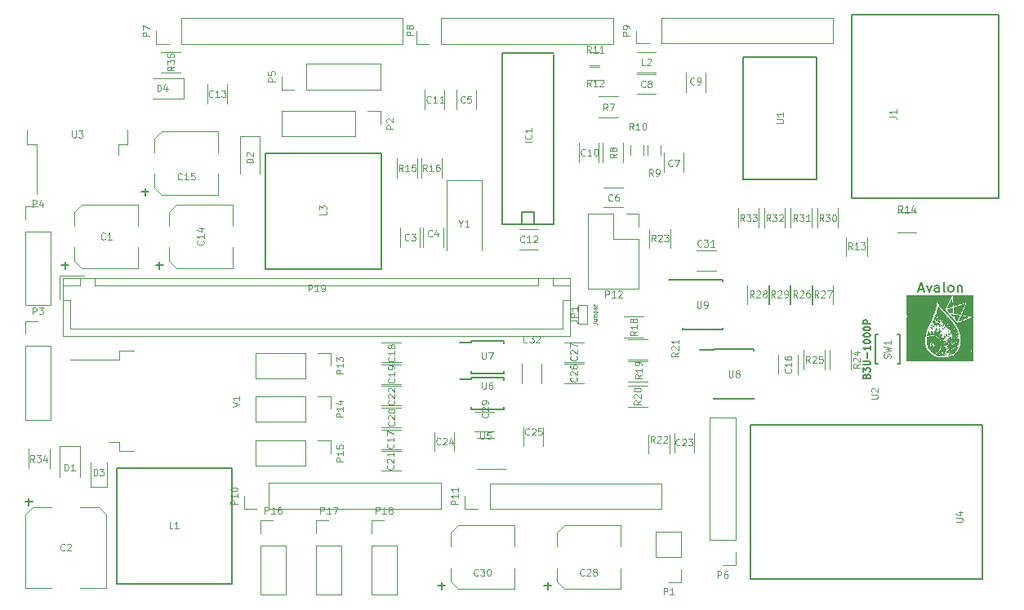
<source format=gto>
G04 #@! TF.FileFunction,Legend,Top*
%FSLAX46Y46*%
G04 Gerber Fmt 4.6, Leading zero omitted, Abs format (unit mm)*
G04 Created by KiCad (PCBNEW 4.0.5) date 03/19/18 20:55:47*
%MOMM*%
%LPD*%
G01*
G04 APERTURE LIST*
%ADD10C,0.100000*%
%ADD11C,0.150000*%
%ADD12C,0.120000*%
%ADD13C,0.152400*%
%ADD14C,0.010000*%
G04 APERTURE END LIST*
D10*
D11*
X199961904Y-97666667D02*
X200438095Y-97666667D01*
X199866666Y-97952381D02*
X200199999Y-96952381D01*
X200533333Y-97952381D01*
X200771428Y-97285714D02*
X201009523Y-97952381D01*
X201247619Y-97285714D01*
X202057143Y-97952381D02*
X202057143Y-97428571D01*
X202009524Y-97333333D01*
X201914286Y-97285714D01*
X201723809Y-97285714D01*
X201628571Y-97333333D01*
X202057143Y-97904762D02*
X201961905Y-97952381D01*
X201723809Y-97952381D01*
X201628571Y-97904762D01*
X201580952Y-97809524D01*
X201580952Y-97714286D01*
X201628571Y-97619048D01*
X201723809Y-97571429D01*
X201961905Y-97571429D01*
X202057143Y-97523810D01*
X202676190Y-97952381D02*
X202580952Y-97904762D01*
X202533333Y-97809524D01*
X202533333Y-96952381D01*
X203200000Y-97952381D02*
X203104762Y-97904762D01*
X203057143Y-97857143D01*
X203009524Y-97761905D01*
X203009524Y-97476190D01*
X203057143Y-97380952D01*
X203104762Y-97333333D01*
X203200000Y-97285714D01*
X203342858Y-97285714D01*
X203438096Y-97333333D01*
X203485715Y-97380952D01*
X203533334Y-97476190D01*
X203533334Y-97761905D01*
X203485715Y-97857143D01*
X203438096Y-97904762D01*
X203342858Y-97952381D01*
X203200000Y-97952381D01*
X203961905Y-97285714D02*
X203961905Y-97952381D01*
X203961905Y-97380952D02*
X204009524Y-97333333D01*
X204104762Y-97285714D01*
X204247620Y-97285714D01*
X204342858Y-97333333D01*
X204390477Y-97428571D01*
X204390477Y-97952381D01*
D12*
X112400000Y-94740000D02*
X112400000Y-93320000D01*
X119000000Y-95500000D02*
X119000000Y-93320000D01*
X119000000Y-88900000D02*
X119000000Y-91080000D01*
X112400000Y-89660000D02*
X112400000Y-91080000D01*
X119000000Y-95500000D02*
X113160000Y-95500000D01*
X113160000Y-95500000D02*
X112400000Y-94740000D01*
X112400000Y-89660000D02*
X113160000Y-88900000D01*
X113160000Y-88900000D02*
X119000000Y-88900000D01*
X148220000Y-93300000D02*
X148220000Y-91300000D01*
X146180000Y-91300000D02*
X146180000Y-93300000D01*
X150620000Y-93300000D02*
X150620000Y-91300000D01*
X148580000Y-91300000D02*
X148580000Y-93300000D01*
X154020000Y-79000000D02*
X154020000Y-77000000D01*
X151980000Y-77000000D02*
X151980000Y-79000000D01*
X169275000Y-87155000D02*
X167275000Y-87155000D01*
X167275000Y-89195000D02*
X169275000Y-89195000D01*
X175520000Y-85500000D02*
X175520000Y-83500000D01*
X173480000Y-83500000D02*
X173480000Y-85500000D01*
X170700000Y-77420000D02*
X172700000Y-77420000D01*
X172700000Y-75380000D02*
X170700000Y-75380000D01*
X177820000Y-77200000D02*
X177820000Y-75200000D01*
X175780000Y-75200000D02*
X175780000Y-77200000D01*
X166770000Y-84500000D02*
X166770000Y-82500000D01*
X164730000Y-82500000D02*
X164730000Y-84500000D01*
X150770000Y-79000000D02*
X150770000Y-77000000D01*
X148730000Y-77000000D02*
X148730000Y-79000000D01*
X160500000Y-91480000D02*
X158500000Y-91480000D01*
X158500000Y-93520000D02*
X160500000Y-93520000D01*
X128220000Y-78400000D02*
X128220000Y-76400000D01*
X126180000Y-76400000D02*
X126180000Y-78400000D01*
X122200000Y-94740000D02*
X122200000Y-93320000D01*
X128800000Y-95500000D02*
X128800000Y-93320000D01*
X128800000Y-88900000D02*
X128800000Y-91080000D01*
X122200000Y-89660000D02*
X122200000Y-91080000D01*
X128800000Y-95500000D02*
X122960000Y-95500000D01*
X122960000Y-95500000D02*
X122200000Y-94740000D01*
X122200000Y-89660000D02*
X122960000Y-88900000D01*
X122960000Y-88900000D02*
X128800000Y-88900000D01*
X120700000Y-87140000D02*
X120700000Y-85720000D01*
X127300000Y-87900000D02*
X127300000Y-85720000D01*
X127300000Y-81300000D02*
X127300000Y-83480000D01*
X120700000Y-82060000D02*
X120700000Y-83480000D01*
X127300000Y-87900000D02*
X121460000Y-87900000D01*
X121460000Y-87900000D02*
X120700000Y-87140000D01*
X120700000Y-82060000D02*
X121460000Y-81300000D01*
X121460000Y-81300000D02*
X127300000Y-81300000D01*
X187420000Y-106500000D02*
X187420000Y-104500000D01*
X185380000Y-104500000D02*
X185380000Y-106500000D01*
X144250000Y-114270000D02*
X146250000Y-114270000D01*
X146250000Y-112230000D02*
X144250000Y-112230000D01*
X144250000Y-105270000D02*
X146250000Y-105270000D01*
X146250000Y-103230000D02*
X144250000Y-103230000D01*
X146250000Y-107730000D02*
X144250000Y-107730000D01*
X144250000Y-109770000D02*
X146250000Y-109770000D01*
X146250000Y-109980000D02*
X144250000Y-109980000D01*
X144250000Y-112020000D02*
X146250000Y-112020000D01*
X144250000Y-116520000D02*
X146250000Y-116520000D01*
X146250000Y-114480000D02*
X144250000Y-114480000D01*
X144250000Y-107520000D02*
X146250000Y-107520000D01*
X146250000Y-105480000D02*
X144250000Y-105480000D01*
X176620000Y-114600000D02*
X176620000Y-112600000D01*
X174580000Y-112600000D02*
X174580000Y-114600000D01*
X149730000Y-112500000D02*
X149730000Y-114500000D01*
X151770000Y-114500000D02*
X151770000Y-112500000D01*
X158980000Y-112000000D02*
X158980000Y-114000000D01*
X161020000Y-114000000D02*
X161020000Y-112000000D01*
X162450000Y-128040000D02*
X162450000Y-126620000D01*
X169050000Y-128800000D02*
X169050000Y-126620000D01*
X169050000Y-122200000D02*
X169050000Y-124380000D01*
X162450000Y-122960000D02*
X162450000Y-124380000D01*
X169050000Y-128800000D02*
X163210000Y-128800000D01*
X163210000Y-128800000D02*
X162450000Y-128040000D01*
X162450000Y-122960000D02*
X163210000Y-122200000D01*
X163210000Y-122200000D02*
X169050000Y-122200000D01*
X155900000Y-110380000D02*
X153900000Y-110380000D01*
X153900000Y-112420000D02*
X155900000Y-112420000D01*
X151450000Y-128040000D02*
X151450000Y-126620000D01*
X158050000Y-128800000D02*
X158050000Y-126620000D01*
X158050000Y-122200000D02*
X158050000Y-124380000D01*
X151450000Y-122960000D02*
X151450000Y-124380000D01*
X158050000Y-128800000D02*
X152210000Y-128800000D01*
X152210000Y-128800000D02*
X151450000Y-128040000D01*
X151450000Y-122960000D02*
X152210000Y-122200000D01*
X152210000Y-122200000D02*
X158050000Y-122200000D01*
X178900000Y-93680000D02*
X176900000Y-93680000D01*
X176900000Y-95720000D02*
X178900000Y-95720000D01*
X158780000Y-105400000D02*
X158780000Y-107400000D01*
X160820000Y-107400000D02*
X160820000Y-105400000D01*
X131600000Y-81750000D02*
X129600000Y-81750000D01*
X129600000Y-81750000D02*
X129600000Y-85650000D01*
X131600000Y-81750000D02*
X131600000Y-85650000D01*
D11*
X162117000Y-73287000D02*
X162117000Y-90940000D01*
X156783000Y-90940000D02*
X156783000Y-73160000D01*
X162117000Y-73160000D02*
X156783000Y-73160000D01*
X156783000Y-90940000D02*
X162117000Y-90940000D01*
X158815000Y-90940000D02*
X158815000Y-89670000D01*
X158815000Y-89670000D02*
X160085000Y-89670000D01*
X160085000Y-89670000D02*
X160085000Y-90940000D01*
X193005000Y-69190000D02*
X208245000Y-69190000D01*
X193005000Y-88240000D02*
X208245000Y-88240000D01*
X193005000Y-88240000D02*
X193005000Y-69190000D01*
X208245000Y-88240000D02*
X208245000Y-69190000D01*
D12*
X165550000Y-99300000D02*
X165550000Y-101300000D01*
X164650000Y-99300000D02*
X164650000Y-101300000D01*
X165550000Y-101300000D02*
X164650000Y-101300000D01*
X165550000Y-99300000D02*
X164650000Y-99300000D01*
X170700000Y-73030000D02*
X172700000Y-73030000D01*
X172700000Y-75170000D02*
X170700000Y-75170000D01*
D11*
X144200000Y-83600000D02*
X132200000Y-83600000D01*
X144200000Y-95600000D02*
X144200000Y-83600000D01*
X132200000Y-95600000D02*
X144200000Y-95600000D01*
X132200000Y-95600000D02*
X132200000Y-83600000D01*
D12*
X175330000Y-125480000D02*
X175330000Y-122880000D01*
X175330000Y-122880000D02*
X172670000Y-122880000D01*
X172670000Y-122880000D02*
X172670000Y-125480000D01*
X172670000Y-125480000D02*
X175330000Y-125480000D01*
X175330000Y-126750000D02*
X175330000Y-128080000D01*
X175330000Y-128080000D02*
X174000000Y-128080000D01*
X141530000Y-79170000D02*
X133850000Y-79170000D01*
X133850000Y-79170000D02*
X133850000Y-81830000D01*
X133850000Y-81830000D02*
X141530000Y-81830000D01*
X141530000Y-81830000D02*
X141530000Y-79170000D01*
X142800000Y-79170000D02*
X144130000Y-79170000D01*
X144130000Y-79170000D02*
X144130000Y-80500000D01*
X107270000Y-103570000D02*
X107270000Y-111250000D01*
X107270000Y-111250000D02*
X109930000Y-111250000D01*
X109930000Y-111250000D02*
X109930000Y-103570000D01*
X109930000Y-103570000D02*
X107270000Y-103570000D01*
X107270000Y-102300000D02*
X107270000Y-100970000D01*
X107270000Y-100970000D02*
X108600000Y-100970000D01*
X107270000Y-91670000D02*
X107270000Y-99350000D01*
X107270000Y-99350000D02*
X109930000Y-99350000D01*
X109930000Y-99350000D02*
X109930000Y-91670000D01*
X109930000Y-91670000D02*
X107270000Y-91670000D01*
X107270000Y-90400000D02*
X107270000Y-89070000D01*
X107270000Y-89070000D02*
X108600000Y-89070000D01*
X136470000Y-76930000D02*
X144150000Y-76930000D01*
X144150000Y-76930000D02*
X144150000Y-74270000D01*
X144150000Y-74270000D02*
X136470000Y-74270000D01*
X136470000Y-74270000D02*
X136470000Y-76930000D01*
X135200000Y-76930000D02*
X133870000Y-76930000D01*
X133870000Y-76930000D02*
X133870000Y-75600000D01*
X180930000Y-123730000D02*
X180930000Y-110970000D01*
X180930000Y-110970000D02*
X178270000Y-110970000D01*
X178270000Y-110970000D02*
X178270000Y-123730000D01*
X178270000Y-123730000D02*
X180930000Y-123730000D01*
X180930000Y-125000000D02*
X180930000Y-126330000D01*
X180930000Y-126330000D02*
X179600000Y-126330000D01*
X123490000Y-72210000D02*
X146410000Y-72210000D01*
X146410000Y-72210000D02*
X146410000Y-69550000D01*
X146410000Y-69550000D02*
X123490000Y-69550000D01*
X123490000Y-69550000D02*
X123490000Y-72210000D01*
X122220000Y-72210000D02*
X120890000Y-72210000D01*
X120890000Y-72210000D02*
X120890000Y-70880000D01*
X150420000Y-72190000D02*
X168260000Y-72190000D01*
X168260000Y-72190000D02*
X168260000Y-69530000D01*
X168260000Y-69530000D02*
X150420000Y-69530000D01*
X150420000Y-69530000D02*
X150420000Y-72190000D01*
X149150000Y-72190000D02*
X147820000Y-72190000D01*
X147820000Y-72190000D02*
X147820000Y-70860000D01*
X173230000Y-72170000D02*
X191070000Y-72170000D01*
X191070000Y-72170000D02*
X191070000Y-69510000D01*
X191070000Y-69510000D02*
X173230000Y-69510000D01*
X173230000Y-69510000D02*
X173230000Y-72170000D01*
X171960000Y-72170000D02*
X170630000Y-72170000D01*
X170630000Y-72170000D02*
X170630000Y-70840000D01*
X132570000Y-120460000D02*
X150410000Y-120460000D01*
X150410000Y-120460000D02*
X150410000Y-117800000D01*
X150410000Y-117800000D02*
X132570000Y-117800000D01*
X132570000Y-117800000D02*
X132570000Y-120460000D01*
X131300000Y-120460000D02*
X129970000Y-120460000D01*
X129970000Y-120460000D02*
X129970000Y-119130000D01*
X155440000Y-120480000D02*
X173280000Y-120480000D01*
X173280000Y-120480000D02*
X173280000Y-117820000D01*
X173280000Y-117820000D02*
X155440000Y-117820000D01*
X155440000Y-117820000D02*
X155440000Y-120480000D01*
X154170000Y-120480000D02*
X152840000Y-120480000D01*
X152840000Y-120480000D02*
X152840000Y-119150000D01*
X170870000Y-92460000D02*
X170870000Y-97600000D01*
X170870000Y-97600000D02*
X165670000Y-97600000D01*
X165670000Y-97600000D02*
X165670000Y-89860000D01*
X165670000Y-89860000D02*
X168270000Y-89860000D01*
X168270000Y-89860000D02*
X168270000Y-92460000D01*
X168270000Y-92460000D02*
X170870000Y-92460000D01*
X170870000Y-91190000D02*
X170870000Y-89860000D01*
X170870000Y-89860000D02*
X169600000Y-89860000D01*
X136330000Y-104270000D02*
X131190000Y-104270000D01*
X131190000Y-104270000D02*
X131190000Y-106930000D01*
X131190000Y-106930000D02*
X136330000Y-106930000D01*
X136330000Y-106930000D02*
X136330000Y-104270000D01*
X137600000Y-104270000D02*
X138930000Y-104270000D01*
X138930000Y-104270000D02*
X138930000Y-105600000D01*
X136330000Y-108770000D02*
X131190000Y-108770000D01*
X131190000Y-108770000D02*
X131190000Y-111430000D01*
X131190000Y-111430000D02*
X136330000Y-111430000D01*
X136330000Y-111430000D02*
X136330000Y-108770000D01*
X137600000Y-108770000D02*
X138930000Y-108770000D01*
X138930000Y-108770000D02*
X138930000Y-110100000D01*
X136330000Y-113370000D02*
X131190000Y-113370000D01*
X131190000Y-113370000D02*
X131190000Y-116030000D01*
X131190000Y-116030000D02*
X136330000Y-116030000D01*
X136330000Y-116030000D02*
X136330000Y-113370000D01*
X137600000Y-113370000D02*
X138930000Y-113370000D01*
X138930000Y-113370000D02*
X138930000Y-114700000D01*
X131670000Y-124270000D02*
X131670000Y-129410000D01*
X131670000Y-129410000D02*
X134330000Y-129410000D01*
X134330000Y-129410000D02*
X134330000Y-124270000D01*
X134330000Y-124270000D02*
X131670000Y-124270000D01*
X131670000Y-123000000D02*
X131670000Y-121670000D01*
X131670000Y-121670000D02*
X133000000Y-121670000D01*
X137420000Y-124270000D02*
X137420000Y-129410000D01*
X137420000Y-129410000D02*
X140080000Y-129410000D01*
X140080000Y-129410000D02*
X140080000Y-124270000D01*
X140080000Y-124270000D02*
X137420000Y-124270000D01*
X137420000Y-123000000D02*
X137420000Y-121670000D01*
X137420000Y-121670000D02*
X138750000Y-121670000D01*
X143170000Y-124270000D02*
X143170000Y-129410000D01*
X143170000Y-129410000D02*
X145830000Y-129410000D01*
X145830000Y-129410000D02*
X145830000Y-124270000D01*
X145830000Y-124270000D02*
X143170000Y-124270000D01*
X143170000Y-123000000D02*
X143170000Y-121670000D01*
X143170000Y-121670000D02*
X144500000Y-121670000D01*
X111200000Y-96550000D02*
X111200000Y-102500000D01*
X111200000Y-102500000D02*
X163800000Y-102500000D01*
X163800000Y-102500000D02*
X163800000Y-96550000D01*
X163800000Y-96550000D02*
X111200000Y-96550000D01*
X114500000Y-96550000D02*
X114500000Y-97300000D01*
X114500000Y-97300000D02*
X160500000Y-97300000D01*
X160500000Y-97300000D02*
X160500000Y-96550000D01*
X160500000Y-96550000D02*
X114500000Y-96550000D01*
X111200000Y-96550000D02*
X111200000Y-97300000D01*
X111200000Y-97300000D02*
X113000000Y-97300000D01*
X113000000Y-97300000D02*
X113000000Y-96550000D01*
X113000000Y-96550000D02*
X111200000Y-96550000D01*
X162000000Y-96550000D02*
X162000000Y-97300000D01*
X162000000Y-97300000D02*
X163800000Y-97300000D01*
X163800000Y-97300000D02*
X163800000Y-96550000D01*
X163800000Y-96550000D02*
X162000000Y-96550000D01*
X111200000Y-98800000D02*
X111950000Y-98800000D01*
X111950000Y-98800000D02*
X111950000Y-101750000D01*
X111950000Y-101750000D02*
X137500000Y-101750000D01*
X163800000Y-98800000D02*
X163050000Y-98800000D01*
X163050000Y-98800000D02*
X163050000Y-101750000D01*
X163050000Y-101750000D02*
X137500000Y-101750000D01*
X113400000Y-96250000D02*
X110900000Y-96250000D01*
X110900000Y-96250000D02*
X110900000Y-98750000D01*
X166750000Y-77680000D02*
X168750000Y-77680000D01*
X168750000Y-79820000D02*
X166750000Y-79820000D01*
X167180000Y-84500000D02*
X167180000Y-82500000D01*
X169320000Y-82500000D02*
X169320000Y-84500000D01*
X173180000Y-82750000D02*
X173180000Y-83750000D01*
X171820000Y-83750000D02*
X171820000Y-82750000D01*
X170070000Y-83750000D02*
X170070000Y-82750000D01*
X171430000Y-82750000D02*
X171430000Y-83750000D01*
X166850000Y-74430000D02*
X165850000Y-74430000D01*
X165850000Y-73070000D02*
X166850000Y-73070000D01*
X165850000Y-74620000D02*
X166850000Y-74620000D01*
X166850000Y-75980000D02*
X165850000Y-75980000D01*
X192430000Y-94250000D02*
X192430000Y-92250000D01*
X194570000Y-92250000D02*
X194570000Y-94250000D01*
X197700000Y-89630000D02*
X199700000Y-89630000D01*
X199700000Y-91770000D02*
X197700000Y-91770000D01*
X145830000Y-86100000D02*
X145830000Y-84100000D01*
X147970000Y-84100000D02*
X147970000Y-86100000D01*
X148330000Y-86100000D02*
X148330000Y-84100000D01*
X150470000Y-84100000D02*
X150470000Y-86100000D01*
X171400000Y-102670000D02*
X169400000Y-102670000D01*
X169400000Y-100530000D02*
X171400000Y-100530000D01*
X171800000Y-107270000D02*
X169800000Y-107270000D01*
X169800000Y-105130000D02*
X171800000Y-105130000D01*
X169800000Y-107730000D02*
X171800000Y-107730000D01*
X171800000Y-109870000D02*
X169800000Y-109870000D01*
X169800000Y-102830000D02*
X171800000Y-102830000D01*
X171800000Y-104970000D02*
X169800000Y-104970000D01*
X171930000Y-114750000D02*
X171930000Y-112750000D01*
X174070000Y-112750000D02*
X174070000Y-114750000D01*
X174170000Y-91400000D02*
X174170000Y-93400000D01*
X172030000Y-93400000D02*
X172030000Y-91400000D01*
X190730000Y-106000000D02*
X190730000Y-104000000D01*
X192870000Y-104000000D02*
X192870000Y-106000000D01*
X188030000Y-106000000D02*
X188030000Y-104000000D01*
X190170000Y-104000000D02*
X190170000Y-106000000D01*
X186680000Y-99250000D02*
X186680000Y-97250000D01*
X188820000Y-97250000D02*
X188820000Y-99250000D01*
X188930000Y-99250000D02*
X188930000Y-97250000D01*
X191070000Y-97250000D02*
X191070000Y-99250000D01*
X182180000Y-99250000D02*
X182180000Y-97250000D01*
X184320000Y-97250000D02*
X184320000Y-99250000D01*
X184430000Y-99250000D02*
X184430000Y-97250000D01*
X186570000Y-97250000D02*
X186570000Y-99250000D01*
X189430000Y-91250000D02*
X189430000Y-89250000D01*
X191570000Y-89250000D02*
X191570000Y-91250000D01*
X186680000Y-91250000D02*
X186680000Y-89250000D01*
X188820000Y-89250000D02*
X188820000Y-91250000D01*
X183930000Y-91250000D02*
X183930000Y-89250000D01*
X186070000Y-89250000D02*
X186070000Y-91250000D01*
X181180000Y-91250000D02*
X181180000Y-89250000D01*
X183320000Y-89250000D02*
X183320000Y-91250000D01*
D13*
X197700000Y-102400000D02*
X197950000Y-102400000D01*
X197950000Y-102400000D02*
X197950000Y-105400000D01*
X197950000Y-105400000D02*
X197700000Y-105400000D01*
X195700000Y-102400000D02*
X195450000Y-102400000D01*
X195450000Y-102400000D02*
X195450000Y-105400000D01*
X195450000Y-105400000D02*
X195700000Y-105400000D01*
D11*
X189310000Y-86250000D02*
X189310000Y-73550000D01*
X189310000Y-73550000D02*
X181690000Y-73550000D01*
X181690000Y-73550000D02*
X181690000Y-86250000D01*
X181690000Y-86250000D02*
X189310000Y-86250000D01*
D12*
X107500000Y-81150000D02*
X107500000Y-82650000D01*
X107500000Y-82650000D02*
X108450000Y-82650000D01*
X108450000Y-82650000D02*
X108450000Y-87775000D01*
X117900000Y-81150000D02*
X117900000Y-82650000D01*
X117900000Y-82650000D02*
X116950000Y-82650000D01*
X116950000Y-82650000D02*
X116950000Y-83750000D01*
D11*
X182500000Y-111750000D02*
X206500000Y-111750000D01*
X206500000Y-127750000D02*
X206500000Y-111750000D01*
X182500000Y-127750000D02*
X206500000Y-127750000D01*
X182500000Y-111750000D02*
X182500000Y-127750000D01*
D12*
X155900000Y-113090000D02*
X154100000Y-113090000D01*
X154100000Y-116310000D02*
X157050000Y-116310000D01*
D11*
X153575000Y-106825000D02*
X153575000Y-107000000D01*
X156925000Y-106825000D02*
X156925000Y-107075000D01*
X156925000Y-110175000D02*
X156925000Y-109925000D01*
X153575000Y-110175000D02*
X153575000Y-109925000D01*
X153575000Y-106825000D02*
X156925000Y-106825000D01*
X153575000Y-110175000D02*
X156925000Y-110175000D01*
X153575000Y-107000000D02*
X152325000Y-107000000D01*
X153575000Y-103075000D02*
X153575000Y-103250000D01*
X156925000Y-103075000D02*
X156925000Y-103325000D01*
X156925000Y-106425000D02*
X156925000Y-106175000D01*
X153575000Y-106425000D02*
X153575000Y-106175000D01*
X153575000Y-103075000D02*
X156925000Y-103075000D01*
X153575000Y-106425000D02*
X156925000Y-106425000D01*
X153575000Y-103250000D02*
X152325000Y-103250000D01*
X178675000Y-103925000D02*
X178675000Y-103975000D01*
X182825000Y-103925000D02*
X182825000Y-104070000D01*
X182825000Y-109075000D02*
X182825000Y-108930000D01*
X178675000Y-109075000D02*
X178675000Y-108930000D01*
X178675000Y-103925000D02*
X182825000Y-103925000D01*
X178675000Y-109075000D02*
X182825000Y-109075000D01*
X178675000Y-103975000D02*
X177275000Y-103975000D01*
X175425000Y-96675000D02*
X175425000Y-96725000D01*
X179575000Y-96675000D02*
X179575000Y-96820000D01*
X179575000Y-101825000D02*
X179575000Y-101680000D01*
X175425000Y-101825000D02*
X175425000Y-101680000D01*
X175425000Y-96675000D02*
X179575000Y-96675000D01*
X175425000Y-101825000D02*
X179575000Y-101825000D01*
X175425000Y-96725000D02*
X174025000Y-96725000D01*
D12*
X118550000Y-104050000D02*
X117050000Y-104050000D01*
X117050000Y-104050000D02*
X117050000Y-105000000D01*
X117050000Y-105000000D02*
X111925000Y-105000000D01*
X118550000Y-114450000D02*
X117050000Y-114450000D01*
X117050000Y-114450000D02*
X117050000Y-113500000D01*
X117050000Y-113500000D02*
X115950000Y-113500000D01*
X154600000Y-93600000D02*
X154600000Y-86350000D01*
X154600000Y-86350000D02*
X151000000Y-86350000D01*
X151000000Y-86350000D02*
X151000000Y-93600000D01*
X107310000Y-128690000D02*
X109990000Y-128690000D01*
X115690000Y-128690000D02*
X113010000Y-128690000D01*
X114930000Y-120310000D02*
X113010000Y-120310000D01*
X108070000Y-120310000D02*
X109990000Y-120310000D01*
X107310000Y-128690000D02*
X107310000Y-121070000D01*
X107310000Y-121070000D02*
X108070000Y-120310000D01*
X114930000Y-120310000D02*
X115690000Y-121070000D01*
X115690000Y-121070000D02*
X115690000Y-128690000D01*
X114050000Y-118200000D02*
X115750000Y-118200000D01*
X115750000Y-118200000D02*
X115750000Y-115650000D01*
X114050000Y-118200000D02*
X114050000Y-115650000D01*
D11*
X116750000Y-116250000D02*
X116750000Y-128250000D01*
X128750000Y-116250000D02*
X116750000Y-116250000D01*
X128750000Y-128250000D02*
X128750000Y-116250000D01*
X128750000Y-128250000D02*
X116750000Y-128250000D01*
D12*
X112960000Y-114000000D02*
X110840000Y-114000000D01*
X112960000Y-117200000D02*
X112960000Y-114000000D01*
X110840000Y-114000000D02*
X110840000Y-117200000D01*
X123700000Y-77860000D02*
X123700000Y-75740000D01*
X120500000Y-77860000D02*
X123700000Y-77860000D01*
X123700000Y-75740000D02*
X120500000Y-75740000D01*
X109820000Y-114250000D02*
X109820000Y-116250000D01*
X107680000Y-116250000D02*
X107680000Y-114250000D01*
X121400000Y-73030000D02*
X123400000Y-73030000D01*
X123400000Y-75170000D02*
X121400000Y-75170000D01*
X165200000Y-105380000D02*
X163200000Y-105380000D01*
X163200000Y-107420000D02*
X165200000Y-107420000D01*
X165200000Y-103180000D02*
X163200000Y-103180000D01*
X163200000Y-105220000D02*
X165200000Y-105220000D01*
D14*
G36*
X198680672Y-100649496D02*
X198696379Y-100702767D01*
X198718118Y-100766305D01*
X198743756Y-100834737D01*
X198771161Y-100902688D01*
X198798203Y-100964784D01*
X198822750Y-101015650D01*
X198834137Y-101036422D01*
X198882370Y-101103650D01*
X198946385Y-101170481D01*
X199021834Y-101233739D01*
X199104371Y-101290243D01*
X199189648Y-101336815D01*
X199273319Y-101370278D01*
X199301853Y-101378413D01*
X199341355Y-101387631D01*
X199378659Y-101394389D01*
X199417042Y-101398767D01*
X199459783Y-101400848D01*
X199510159Y-101400714D01*
X199571448Y-101398446D01*
X199646930Y-101394127D01*
X199723927Y-101388957D01*
X199795520Y-101384011D01*
X199861494Y-101379548D01*
X199918794Y-101375769D01*
X199964364Y-101372871D01*
X199995149Y-101371054D01*
X200007040Y-101370514D01*
X200022046Y-101375892D01*
X200051585Y-101392440D01*
X200095952Y-101420352D01*
X200155446Y-101459826D01*
X200230365Y-101511057D01*
X200321007Y-101574241D01*
X200383298Y-101618137D01*
X200734157Y-101866216D01*
X200690906Y-101993928D01*
X200624665Y-102212253D01*
X200574193Y-102428665D01*
X200539600Y-102641620D01*
X200520999Y-102849576D01*
X200518500Y-103050989D01*
X200532216Y-103244318D01*
X200562258Y-103428018D01*
X200581461Y-103508373D01*
X200638397Y-103685314D01*
X200712621Y-103851904D01*
X200803510Y-104007393D01*
X200910444Y-104151031D01*
X201032801Y-104282066D01*
X201169958Y-104399749D01*
X201321294Y-104503327D01*
X201474286Y-104586373D01*
X201578524Y-104633290D01*
X201681305Y-104672372D01*
X201785563Y-104704164D01*
X201894233Y-104729210D01*
X202010250Y-104748054D01*
X202136548Y-104761240D01*
X202276063Y-104769312D01*
X202431729Y-104772816D01*
X202481000Y-104773056D01*
X202572014Y-104772802D01*
X202647043Y-104771441D01*
X202710412Y-104768498D01*
X202766443Y-104763499D01*
X202819463Y-104755969D01*
X202873796Y-104745433D01*
X202933767Y-104731417D01*
X202989000Y-104717304D01*
X203148327Y-104667333D01*
X203301753Y-104602855D01*
X203446818Y-104525412D01*
X203581065Y-104436545D01*
X203702036Y-104337798D01*
X203807273Y-104230714D01*
X203852600Y-104175341D01*
X203877153Y-104145175D01*
X203897919Y-104123063D01*
X203911385Y-104112635D01*
X203913560Y-104112351D01*
X203924454Y-104118935D01*
X203949434Y-104135588D01*
X203986018Y-104160607D01*
X204031729Y-104192289D01*
X204084087Y-104228932D01*
X204114220Y-104250160D01*
X204304719Y-104384669D01*
X204304896Y-104467274D01*
X204313554Y-104581212D01*
X204339583Y-104687054D01*
X204372791Y-104767008D01*
X204424761Y-104850705D01*
X204492813Y-104926259D01*
X204573536Y-104991253D01*
X204663517Y-105043270D01*
X204759342Y-105079894D01*
X204838120Y-105096512D01*
X204830560Y-105096842D01*
X204803449Y-105097175D01*
X204757553Y-105097508D01*
X204693640Y-105097842D01*
X204612478Y-105098174D01*
X204514835Y-105098503D01*
X204401479Y-105098828D01*
X204273177Y-105099148D01*
X204130697Y-105099460D01*
X203974807Y-105099764D01*
X203806275Y-105100058D01*
X203625868Y-105100341D01*
X203434355Y-105100611D01*
X203232502Y-105100868D01*
X203021078Y-105101109D01*
X202800850Y-105101333D01*
X202572587Y-105101539D01*
X202337056Y-105101725D01*
X202095024Y-105101891D01*
X201847260Y-105102034D01*
X201762180Y-105102077D01*
X198655760Y-105103600D01*
X198656259Y-102830300D01*
X198656759Y-100557000D01*
X198680672Y-100649496D01*
X198680672Y-100649496D01*
G37*
X198680672Y-100649496D02*
X198696379Y-100702767D01*
X198718118Y-100766305D01*
X198743756Y-100834737D01*
X198771161Y-100902688D01*
X198798203Y-100964784D01*
X198822750Y-101015650D01*
X198834137Y-101036422D01*
X198882370Y-101103650D01*
X198946385Y-101170481D01*
X199021834Y-101233739D01*
X199104371Y-101290243D01*
X199189648Y-101336815D01*
X199273319Y-101370278D01*
X199301853Y-101378413D01*
X199341355Y-101387631D01*
X199378659Y-101394389D01*
X199417042Y-101398767D01*
X199459783Y-101400848D01*
X199510159Y-101400714D01*
X199571448Y-101398446D01*
X199646930Y-101394127D01*
X199723927Y-101388957D01*
X199795520Y-101384011D01*
X199861494Y-101379548D01*
X199918794Y-101375769D01*
X199964364Y-101372871D01*
X199995149Y-101371054D01*
X200007040Y-101370514D01*
X200022046Y-101375892D01*
X200051585Y-101392440D01*
X200095952Y-101420352D01*
X200155446Y-101459826D01*
X200230365Y-101511057D01*
X200321007Y-101574241D01*
X200383298Y-101618137D01*
X200734157Y-101866216D01*
X200690906Y-101993928D01*
X200624665Y-102212253D01*
X200574193Y-102428665D01*
X200539600Y-102641620D01*
X200520999Y-102849576D01*
X200518500Y-103050989D01*
X200532216Y-103244318D01*
X200562258Y-103428018D01*
X200581461Y-103508373D01*
X200638397Y-103685314D01*
X200712621Y-103851904D01*
X200803510Y-104007393D01*
X200910444Y-104151031D01*
X201032801Y-104282066D01*
X201169958Y-104399749D01*
X201321294Y-104503327D01*
X201474286Y-104586373D01*
X201578524Y-104633290D01*
X201681305Y-104672372D01*
X201785563Y-104704164D01*
X201894233Y-104729210D01*
X202010250Y-104748054D01*
X202136548Y-104761240D01*
X202276063Y-104769312D01*
X202431729Y-104772816D01*
X202481000Y-104773056D01*
X202572014Y-104772802D01*
X202647043Y-104771441D01*
X202710412Y-104768498D01*
X202766443Y-104763499D01*
X202819463Y-104755969D01*
X202873796Y-104745433D01*
X202933767Y-104731417D01*
X202989000Y-104717304D01*
X203148327Y-104667333D01*
X203301753Y-104602855D01*
X203446818Y-104525412D01*
X203581065Y-104436545D01*
X203702036Y-104337798D01*
X203807273Y-104230714D01*
X203852600Y-104175341D01*
X203877153Y-104145175D01*
X203897919Y-104123063D01*
X203911385Y-104112635D01*
X203913560Y-104112351D01*
X203924454Y-104118935D01*
X203949434Y-104135588D01*
X203986018Y-104160607D01*
X204031729Y-104192289D01*
X204084087Y-104228932D01*
X204114220Y-104250160D01*
X204304719Y-104384669D01*
X204304896Y-104467274D01*
X204313554Y-104581212D01*
X204339583Y-104687054D01*
X204372791Y-104767008D01*
X204424761Y-104850705D01*
X204492813Y-104926259D01*
X204573536Y-104991253D01*
X204663517Y-105043270D01*
X204759342Y-105079894D01*
X204838120Y-105096512D01*
X204830560Y-105096842D01*
X204803449Y-105097175D01*
X204757553Y-105097508D01*
X204693640Y-105097842D01*
X204612478Y-105098174D01*
X204514835Y-105098503D01*
X204401479Y-105098828D01*
X204273177Y-105099148D01*
X204130697Y-105099460D01*
X203974807Y-105099764D01*
X203806275Y-105100058D01*
X203625868Y-105100341D01*
X203434355Y-105100611D01*
X203232502Y-105100868D01*
X203021078Y-105101109D01*
X202800850Y-105101333D01*
X202572587Y-105101539D01*
X202337056Y-105101725D01*
X202095024Y-105101891D01*
X201847260Y-105102034D01*
X201762180Y-105102077D01*
X198655760Y-105103600D01*
X198656259Y-102830300D01*
X198656759Y-100557000D01*
X198680672Y-100649496D01*
G36*
X205553840Y-104831820D02*
X205554400Y-105103600D01*
X205272460Y-105102077D01*
X205200999Y-105101550D01*
X205138316Y-105100810D01*
X205086633Y-105099909D01*
X205048172Y-105098894D01*
X205025155Y-105097815D01*
X205019805Y-105096722D01*
X205021000Y-105096512D01*
X205125500Y-105072723D01*
X205223001Y-105030980D01*
X205311604Y-104972999D01*
X205389410Y-104900495D01*
X205454521Y-104815183D01*
X205505040Y-104718778D01*
X205534229Y-104632714D01*
X205553281Y-104560040D01*
X205553840Y-104831820D01*
X205553840Y-104831820D01*
G37*
X205553840Y-104831820D02*
X205554400Y-105103600D01*
X205272460Y-105102077D01*
X205200999Y-105101550D01*
X205138316Y-105100810D01*
X205086633Y-105099909D01*
X205048172Y-105098894D01*
X205025155Y-105097815D01*
X205019805Y-105096722D01*
X205021000Y-105096512D01*
X205125500Y-105072723D01*
X205223001Y-105030980D01*
X205311604Y-104972999D01*
X205389410Y-104900495D01*
X205454521Y-104815183D01*
X205505040Y-104718778D01*
X205534229Y-104632714D01*
X205553281Y-104560040D01*
X205553840Y-104831820D01*
G36*
X204179721Y-103658572D02*
X204178151Y-103669679D01*
X204177145Y-103683349D01*
X204190007Y-103685164D01*
X204195247Y-103684289D01*
X204221106Y-103688679D01*
X204258332Y-103709547D01*
X204271252Y-103718670D01*
X204325182Y-103757642D01*
X204377855Y-103794770D01*
X204426471Y-103828171D01*
X204468233Y-103855964D01*
X204500343Y-103876266D01*
X204520002Y-103887195D01*
X204523789Y-103888527D01*
X204542517Y-103896388D01*
X204570573Y-103913599D01*
X204602156Y-103935942D01*
X204631465Y-103959200D01*
X204652700Y-103979155D01*
X204658348Y-103986365D01*
X204670785Y-104000730D01*
X204683287Y-103998018D01*
X204686288Y-103995688D01*
X204698868Y-103978622D01*
X204700960Y-103969909D01*
X204704037Y-103965680D01*
X204792400Y-103965680D01*
X204800131Y-103975544D01*
X204802560Y-103975840D01*
X204812424Y-103968108D01*
X204812720Y-103965680D01*
X204804988Y-103955815D01*
X204802560Y-103955520D01*
X204792695Y-103963251D01*
X204792400Y-103965680D01*
X204704037Y-103965680D01*
X204710497Y-103956802D01*
X204736633Y-103944762D01*
X204775655Y-103934270D01*
X204823852Y-103925809D01*
X204877510Y-103919859D01*
X204932916Y-103916902D01*
X204986360Y-103917421D01*
X205034127Y-103921898D01*
X205049652Y-103924660D01*
X205137863Y-103952597D01*
X205223428Y-103997877D01*
X205302107Y-104057584D01*
X205369659Y-104128805D01*
X205393342Y-104160932D01*
X205433243Y-104232135D01*
X205463546Y-104311683D01*
X205482980Y-104394088D01*
X205490279Y-104473864D01*
X205484173Y-104545524D01*
X205483258Y-104549880D01*
X205474847Y-104588054D01*
X205466724Y-104624591D01*
X205464111Y-104636240D01*
X205439716Y-104705524D01*
X205399203Y-104776017D01*
X205346065Y-104843603D01*
X205283792Y-104904167D01*
X205215878Y-104953594D01*
X205176819Y-104974809D01*
X205108088Y-105003549D01*
X205042916Y-105021398D01*
X204973190Y-105030056D01*
X204906199Y-105031480D01*
X204845091Y-105028351D01*
X204793467Y-105019382D01*
X204747345Y-105005193D01*
X204652476Y-104962259D01*
X204630789Y-104947228D01*
X204742846Y-104947228D01*
X204745369Y-104961280D01*
X204748373Y-104964746D01*
X204763244Y-104971218D01*
X204771739Y-104960643D01*
X204772080Y-104956280D01*
X204763947Y-104942810D01*
X204756840Y-104941040D01*
X204742846Y-104947228D01*
X204630789Y-104947228D01*
X204570446Y-104905406D01*
X204523952Y-104861701D01*
X204521004Y-104858342D01*
X205275875Y-104858342D01*
X205276072Y-104871951D01*
X205291266Y-104879706D01*
X205296694Y-104880080D01*
X205305310Y-104872890D01*
X205304074Y-104864840D01*
X205292457Y-104850776D01*
X205278944Y-104854333D01*
X205275875Y-104858342D01*
X204521004Y-104858342D01*
X204478398Y-104809797D01*
X204443586Y-104758738D01*
X204416599Y-104702802D01*
X204394519Y-104636269D01*
X204380426Y-104580360D01*
X204369159Y-104520662D01*
X204366890Y-104476263D01*
X204373093Y-104447161D01*
X204582942Y-104447161D01*
X204583044Y-104485211D01*
X204590117Y-104532976D01*
X204602374Y-104581835D01*
X204618026Y-104623167D01*
X204620405Y-104627897D01*
X204661660Y-104688117D01*
X204716871Y-104742348D01*
X204779878Y-104785174D01*
X204820468Y-104803740D01*
X204869156Y-104814734D01*
X204927594Y-104817751D01*
X204986871Y-104812853D01*
X205031890Y-104802301D01*
X205108896Y-104766687D01*
X205172098Y-104717427D01*
X205220456Y-104656685D01*
X205241792Y-104610654D01*
X205282357Y-104610654D01*
X205293654Y-104622264D01*
X205308256Y-104626080D01*
X205319367Y-104624621D01*
X205315659Y-104616942D01*
X205307899Y-104608904D01*
X205292511Y-104598041D01*
X205284384Y-104598068D01*
X205282357Y-104610654D01*
X205241792Y-104610654D01*
X205252930Y-104586626D01*
X205262811Y-104537557D01*
X205322340Y-104537557D01*
X205329759Y-104552420D01*
X205341619Y-104567987D01*
X205354206Y-104576331D01*
X205361186Y-104573573D01*
X205361360Y-104571774D01*
X205354654Y-104563297D01*
X205339561Y-104548914D01*
X205324521Y-104536064D01*
X205322340Y-104537557D01*
X205262811Y-104537557D01*
X205268478Y-104509415D01*
X205267012Y-104459584D01*
X205293732Y-104459584D01*
X205295320Y-104463520D01*
X205304449Y-104473212D01*
X205306079Y-104473680D01*
X205310443Y-104465819D01*
X205310560Y-104463520D01*
X205302749Y-104453750D01*
X205299800Y-104453360D01*
X205293732Y-104459584D01*
X205267012Y-104459584D01*
X205266059Y-104427217D01*
X205252051Y-104368502D01*
X205387231Y-104368502D01*
X205397179Y-104378605D01*
X205415204Y-104387773D01*
X205421273Y-104383199D01*
X205412456Y-104367357D01*
X205397425Y-104357541D01*
X205389149Y-104358502D01*
X205387231Y-104368502D01*
X205252051Y-104368502D01*
X205248191Y-104352324D01*
X205245359Y-104346525D01*
X205345164Y-104346525D01*
X205346120Y-104351760D01*
X205359109Y-104361532D01*
X205361959Y-104361920D01*
X205371246Y-104354170D01*
X205371520Y-104351760D01*
X205363250Y-104342843D01*
X205355680Y-104341600D01*
X205345164Y-104346525D01*
X205245359Y-104346525D01*
X205214935Y-104284247D01*
X205177975Y-104240000D01*
X205219120Y-104240000D01*
X205227389Y-104248916D01*
X205234959Y-104250160D01*
X205245475Y-104245234D01*
X205244520Y-104240000D01*
X205231530Y-104230227D01*
X205228680Y-104229840D01*
X205219393Y-104237589D01*
X205219120Y-104240000D01*
X205177975Y-104240000D01*
X205166200Y-104225904D01*
X205120856Y-104191294D01*
X205320875Y-104191294D01*
X205327098Y-104213696D01*
X205341295Y-104227125D01*
X205352474Y-104227721D01*
X205370547Y-104230204D01*
X205379775Y-104236643D01*
X205396253Y-104247996D01*
X205409177Y-104249349D01*
X205412160Y-104244076D01*
X205404713Y-104232098D01*
X205386669Y-104214468D01*
X205364474Y-104196598D01*
X205344572Y-104183902D01*
X205337227Y-104181134D01*
X205323215Y-104184900D01*
X205320875Y-104191294D01*
X205120856Y-104191294D01*
X205109237Y-104182426D01*
X205151386Y-104182426D01*
X205152781Y-104188466D01*
X205158160Y-104189200D01*
X205166522Y-104185482D01*
X205164933Y-104182426D01*
X205152875Y-104181210D01*
X205151386Y-104182426D01*
X205109237Y-104182426D01*
X205105370Y-104179475D01*
X205043663Y-104150781D01*
X205095076Y-104150781D01*
X205097853Y-104154428D01*
X205111538Y-104161296D01*
X205128371Y-104161378D01*
X205137724Y-104154856D01*
X205137840Y-104153737D01*
X205129220Y-104149988D01*
X205123094Y-104148560D01*
X205208960Y-104148560D01*
X205216691Y-104158424D01*
X205219120Y-104158720D01*
X205228984Y-104150988D01*
X205229280Y-104148560D01*
X205221548Y-104138695D01*
X205219120Y-104138400D01*
X205209255Y-104146131D01*
X205208960Y-104148560D01*
X205123094Y-104148560D01*
X205112351Y-104146056D01*
X205095366Y-104144483D01*
X205095076Y-104150781D01*
X205043663Y-104150781D01*
X205035830Y-104147139D01*
X204960963Y-104131076D01*
X204904423Y-104130921D01*
X204824917Y-104147864D01*
X204752668Y-104182229D01*
X204690006Y-104231726D01*
X204639257Y-104294064D01*
X204602753Y-104366953D01*
X204582942Y-104447161D01*
X204373093Y-104447161D01*
X204373727Y-104444190D01*
X204386000Y-104425220D01*
X204402783Y-104404247D01*
X204404397Y-104394227D01*
X204391080Y-104396074D01*
X204379127Y-104394710D01*
X204375840Y-104378085D01*
X204369135Y-104358467D01*
X204347764Y-104333821D01*
X204319560Y-104309661D01*
X204375051Y-104309661D01*
X204377796Y-104328787D01*
X204378837Y-104331440D01*
X204389524Y-104356840D01*
X204393663Y-104333107D01*
X204394915Y-104312675D01*
X204392535Y-104304109D01*
X204380885Y-104299597D01*
X204375051Y-104309661D01*
X204319560Y-104309661D01*
X204317420Y-104307828D01*
X204285435Y-104282094D01*
X204257337Y-104258929D01*
X204253078Y-104255269D01*
X204591820Y-104255269D01*
X204601505Y-104267415D01*
X204610119Y-104270480D01*
X204619489Y-104262816D01*
X204619680Y-104260919D01*
X204612930Y-104248095D01*
X204599677Y-104241344D01*
X204592586Y-104243386D01*
X204591820Y-104255269D01*
X204253078Y-104255269D01*
X204239117Y-104243275D01*
X204238907Y-104243084D01*
X204198420Y-104210125D01*
X204154461Y-104180567D01*
X204115489Y-104160075D01*
X204114220Y-104159551D01*
X204092115Y-104147615D01*
X204091981Y-104147472D01*
X204487600Y-104147472D01*
X204497118Y-104154297D01*
X204523362Y-104158134D01*
X204543480Y-104158720D01*
X204574083Y-104157182D01*
X204594380Y-104153215D01*
X204599360Y-104149367D01*
X204590614Y-104140841D01*
X204569587Y-104133475D01*
X204569582Y-104133474D01*
X204555476Y-104128240D01*
X204640000Y-104128240D01*
X204648229Y-104137253D01*
X204655240Y-104138400D01*
X204668709Y-104146529D01*
X204670480Y-104153633D01*
X204676752Y-104164109D01*
X204697929Y-104166752D01*
X204706019Y-104166333D01*
X204729540Y-104161804D01*
X204741279Y-104153955D01*
X204741579Y-104152470D01*
X204734504Y-104133448D01*
X204718751Y-104113000D01*
X205063045Y-104113000D01*
X205064606Y-104126107D01*
X205072118Y-104128240D01*
X205085058Y-104120018D01*
X205087040Y-104111912D01*
X205093287Y-104100376D01*
X205102280Y-104101434D01*
X205115402Y-104100110D01*
X205117520Y-104093605D01*
X205110365Y-104076088D01*
X205102280Y-104067280D01*
X205090602Y-104060735D01*
X205087123Y-104071266D01*
X205087040Y-104076195D01*
X205083434Y-104093376D01*
X205077967Y-104097760D01*
X205066860Y-104105845D01*
X205063045Y-104113000D01*
X204718751Y-104113000D01*
X204717639Y-104111557D01*
X204697607Y-104094023D01*
X204682442Y-104087938D01*
X204673590Y-104090606D01*
X204679977Y-104099974D01*
X204689886Y-104108663D01*
X204706103Y-104127364D01*
X204704187Y-104139236D01*
X204690394Y-104141900D01*
X204680997Y-104133750D01*
X204664501Y-104121310D01*
X204648306Y-104118627D01*
X204640087Y-104126733D01*
X204640000Y-104128240D01*
X204555476Y-104128240D01*
X204543770Y-104123897D01*
X204527494Y-104112101D01*
X204519254Y-104100427D01*
X204520248Y-104097760D01*
X204558720Y-104097760D01*
X204562437Y-104106122D01*
X204565493Y-104104533D01*
X204566709Y-104092475D01*
X204565493Y-104090986D01*
X204559453Y-104092381D01*
X204558720Y-104097760D01*
X204520248Y-104097760D01*
X204522296Y-104092267D01*
X204539651Y-104081388D01*
X204543480Y-104079247D01*
X204550995Y-104074391D01*
X204904160Y-104074391D01*
X204912683Y-104083926D01*
X204933062Y-104094984D01*
X204957511Y-104103881D01*
X204972740Y-104106839D01*
X204984504Y-104102184D01*
X204985440Y-104098861D01*
X204976852Y-104089827D01*
X204960983Y-104083664D01*
X204934914Y-104076258D01*
X204920343Y-104071316D01*
X204906680Y-104070397D01*
X204904160Y-104074391D01*
X204550995Y-104074391D01*
X204556694Y-104070709D01*
X204552296Y-104067847D01*
X204546020Y-104067588D01*
X204531074Y-104060994D01*
X204531045Y-104060506D01*
X204877066Y-104060506D01*
X204878461Y-104066546D01*
X204883840Y-104067280D01*
X204892202Y-104063562D01*
X204890613Y-104060506D01*
X204878555Y-104059290D01*
X204877066Y-104060506D01*
X204531045Y-104060506D01*
X204530804Y-104056520D01*
X204985440Y-104056520D01*
X204992815Y-104066866D01*
X204995600Y-104067280D01*
X205005495Y-104063813D01*
X205005760Y-104062799D01*
X204998640Y-104054125D01*
X204995600Y-104052040D01*
X204986237Y-104052845D01*
X204985440Y-104056520D01*
X204530804Y-104056520D01*
X204530159Y-104045883D01*
X204539212Y-104033300D01*
X204864765Y-104033300D01*
X204872435Y-104036800D01*
X204885728Y-104029855D01*
X204893716Y-104021901D01*
X204898893Y-104012026D01*
X204936603Y-104012026D01*
X204937190Y-104022375D01*
X204947213Y-104035149D01*
X204958505Y-104042497D01*
X204963825Y-104034641D01*
X204964519Y-104032899D01*
X205080332Y-104032899D01*
X205081960Y-104036800D01*
X205095419Y-104046580D01*
X205098399Y-104046960D01*
X205103907Y-104040700D01*
X205102280Y-104036800D01*
X205088820Y-104027019D01*
X205085840Y-104026640D01*
X205080332Y-104032899D01*
X204964519Y-104032899D01*
X204968662Y-104022511D01*
X205117520Y-104022511D01*
X205125983Y-104034097D01*
X205137840Y-104036800D01*
X205154357Y-104033036D01*
X205158160Y-104027824D01*
X205149704Y-104018339D01*
X205137840Y-104013536D01*
X205120865Y-104014348D01*
X205117520Y-104022511D01*
X204968662Y-104022511D01*
X204971828Y-104014577D01*
X204972080Y-104014050D01*
X205000006Y-104014050D01*
X205009993Y-104015677D01*
X205023171Y-104013809D01*
X205023328Y-104010341D01*
X205009730Y-104007916D01*
X205003855Y-104009539D01*
X205000006Y-104014050D01*
X204972080Y-104014050D01*
X204977010Y-104003780D01*
X204980416Y-103989557D01*
X204978432Y-103988912D01*
X205088677Y-103988912D01*
X205091149Y-103994590D01*
X205101379Y-104005497D01*
X205107261Y-104003259D01*
X205107360Y-104001839D01*
X205100143Y-103993246D01*
X205095630Y-103990109D01*
X205088677Y-103988912D01*
X204978432Y-103988912D01*
X204969470Y-103986000D01*
X204957703Y-103991850D01*
X204959068Y-104002371D01*
X204959854Y-104014021D01*
X204949995Y-104012850D01*
X204936603Y-104012026D01*
X204898893Y-104012026D01*
X204903223Y-104003768D01*
X204900497Y-103992883D01*
X204888610Y-103994330D01*
X204880846Y-104000605D01*
X204866399Y-104019814D01*
X204864765Y-104033300D01*
X204539212Y-104033300D01*
X204542945Y-104028113D01*
X204548495Y-104023764D01*
X204561641Y-104010886D01*
X204562525Y-104003352D01*
X204551468Y-104004378D01*
X204541544Y-104011883D01*
X204519184Y-104024402D01*
X204505950Y-104026640D01*
X204491814Y-104029025D01*
X204495357Y-104038905D01*
X204497414Y-104041463D01*
X204504860Y-104063850D01*
X204503143Y-104086216D01*
X204501584Y-104110414D01*
X204507325Y-104122792D01*
X204517572Y-104134624D01*
X204514026Y-104142985D01*
X204502840Y-104142074D01*
X204489791Y-104142521D01*
X204487600Y-104147472D01*
X204091981Y-104147472D01*
X204081220Y-104135999D01*
X204080988Y-104134627D01*
X204072939Y-104123987D01*
X204051796Y-104106108D01*
X204021743Y-104084446D01*
X204014181Y-104079405D01*
X204010562Y-104076840D01*
X204264080Y-104076840D01*
X204271455Y-104087186D01*
X204274240Y-104087600D01*
X204284135Y-104084133D01*
X204284400Y-104083119D01*
X204277280Y-104074445D01*
X204274240Y-104072360D01*
X204264877Y-104073165D01*
X204264080Y-104076840D01*
X204010562Y-104076840D01*
X203977551Y-104053445D01*
X203960307Y-104036800D01*
X204243760Y-104036800D01*
X204251491Y-104046664D01*
X204253920Y-104046960D01*
X204263784Y-104039228D01*
X204264080Y-104036800D01*
X204256348Y-104026935D01*
X204253920Y-104026640D01*
X204244055Y-104034371D01*
X204243760Y-104036800D01*
X203960307Y-104036800D01*
X203958561Y-104035115D01*
X203956368Y-104023600D01*
X203956422Y-104023525D01*
X203957920Y-104021560D01*
X204111680Y-104021560D01*
X204116760Y-104026640D01*
X204121840Y-104021560D01*
X204116760Y-104016480D01*
X204111680Y-104021560D01*
X203957920Y-104021560D01*
X203967347Y-104009203D01*
X203986145Y-103985136D01*
X204001504Y-103965680D01*
X204024456Y-103933152D01*
X204043342Y-103902487D01*
X204091729Y-103902487D01*
X204093100Y-103914776D01*
X204103563Y-103937101D01*
X204116760Y-103943765D01*
X204141168Y-103953566D01*
X204154443Y-103962846D01*
X204178247Y-103976457D01*
X204213639Y-103988463D01*
X204246300Y-103995120D01*
X204252668Y-103987689D01*
X204253764Y-103978380D01*
X204250362Y-103962557D01*
X204290909Y-103962557D01*
X204295740Y-103965826D01*
X204307734Y-103983373D01*
X204307049Y-104002064D01*
X204308089Y-104027251D01*
X204316028Y-104037725D01*
X204336063Y-104046335D01*
X204345140Y-104041144D01*
X204345360Y-104038832D01*
X204339693Y-104026640D01*
X204375840Y-104026640D01*
X204379557Y-104035002D01*
X204382613Y-104033413D01*
X204383753Y-104022103D01*
X204402241Y-104022103D01*
X204412939Y-104026909D01*
X204435077Y-104041290D01*
X204453579Y-104060562D01*
X204468744Y-104076803D01*
X204475435Y-104075234D01*
X204472594Y-104056962D01*
X204468462Y-104044989D01*
X204456215Y-104026364D01*
X204434225Y-104019465D01*
X204424948Y-104019017D01*
X204404315Y-104019329D01*
X204402241Y-104022103D01*
X204383753Y-104022103D01*
X204383829Y-104021355D01*
X204382613Y-104019866D01*
X204376573Y-104021261D01*
X204375840Y-104026640D01*
X204339693Y-104026640D01*
X204339021Y-104025196D01*
X204334053Y-104019397D01*
X204326894Y-104003904D01*
X204332999Y-103993131D01*
X204347069Y-103993969D01*
X204351344Y-103996910D01*
X204363017Y-104002861D01*
X204365524Y-103999944D01*
X204362862Y-103993730D01*
X204400566Y-103993730D01*
X204410553Y-103995357D01*
X204423731Y-103993489D01*
X204423840Y-103991080D01*
X204436800Y-103991080D01*
X204441880Y-103996160D01*
X204446960Y-103991080D01*
X204441880Y-103986000D01*
X204436800Y-103991080D01*
X204423840Y-103991080D01*
X204423888Y-103990021D01*
X204410290Y-103987596D01*
X204404415Y-103989219D01*
X204400566Y-103993730D01*
X204362862Y-103993730D01*
X204355864Y-103977399D01*
X204329332Y-103963370D01*
X204313948Y-103960466D01*
X204293126Y-103959103D01*
X204290909Y-103962557D01*
X204250362Y-103962557D01*
X204248639Y-103954549D01*
X204244715Y-103946557D01*
X204236709Y-103939667D01*
X204229984Y-103951027D01*
X204228946Y-103954177D01*
X204215446Y-103971749D01*
X204202435Y-103975840D01*
X204185704Y-103970376D01*
X204184306Y-103958470D01*
X204192006Y-103951029D01*
X204197148Y-103938307D01*
X204194117Y-103919802D01*
X204185494Y-103906303D01*
X204180930Y-103904720D01*
X204175723Y-103912632D01*
X204177540Y-103924475D01*
X204179790Y-103937152D01*
X204171885Y-103939872D01*
X204150285Y-103934672D01*
X204123030Y-103922912D01*
X204103606Y-103907743D01*
X204103260Y-103907297D01*
X204093687Y-103896386D01*
X204091729Y-103902487D01*
X204043342Y-103902487D01*
X204050408Y-103891015D01*
X204062104Y-103869679D01*
X204317617Y-103869679D01*
X204323008Y-103876272D01*
X204333921Y-103895898D01*
X204335218Y-103904212D01*
X204343225Y-103920041D01*
X204362528Y-103936426D01*
X204363158Y-103936811D01*
X204390713Y-103951521D01*
X204404824Y-103954573D01*
X204406320Y-103952093D01*
X204399653Y-103942308D01*
X204383022Y-103923885D01*
X204379366Y-103920150D01*
X204408961Y-103920150D01*
X204414136Y-103924505D01*
X204425270Y-103927625D01*
X204442735Y-103938542D01*
X204445046Y-103949837D01*
X204450725Y-103966082D01*
X204467280Y-103980108D01*
X204492997Y-103992636D01*
X204502576Y-103992834D01*
X204496002Y-103980717D01*
X204483101Y-103966286D01*
X204464615Y-103941549D01*
X204460072Y-103922202D01*
X204460561Y-103920566D01*
X204459835Y-103907677D01*
X204443010Y-103907123D01*
X204422104Y-103913887D01*
X204408961Y-103920150D01*
X204379366Y-103920150D01*
X204361475Y-103901877D01*
X204340064Y-103881336D01*
X204323839Y-103867313D01*
X204318334Y-103864080D01*
X204317617Y-103869679D01*
X204062104Y-103869679D01*
X204073911Y-103848142D01*
X204074843Y-103846300D01*
X204081873Y-103833600D01*
X204314880Y-103833600D01*
X204323149Y-103842516D01*
X204330719Y-103843760D01*
X204341235Y-103838834D01*
X204340280Y-103833600D01*
X204327290Y-103823827D01*
X204324440Y-103823440D01*
X204315153Y-103831189D01*
X204314880Y-103833600D01*
X204081873Y-103833600D01*
X204094992Y-103809902D01*
X204112886Y-103784185D01*
X204125880Y-103772866D01*
X204127299Y-103772640D01*
X204141970Y-103764145D01*
X204152320Y-103747240D01*
X204163334Y-103728380D01*
X204173557Y-103721840D01*
X204175436Y-103718623D01*
X204207542Y-103718623D01*
X204222455Y-103721488D01*
X204229028Y-103721531D01*
X204248292Y-103720423D01*
X204249381Y-103716286D01*
X204240240Y-103710318D01*
X204220347Y-103704809D01*
X204210268Y-103710627D01*
X204207542Y-103718623D01*
X204175436Y-103718623D01*
X204177602Y-103714916D01*
X204168306Y-103696153D01*
X204157690Y-103671616D01*
X204161268Y-103655245D01*
X204173924Y-103650720D01*
X204179721Y-103658572D01*
X204179721Y-103658572D01*
G37*
X204179721Y-103658572D02*
X204178151Y-103669679D01*
X204177145Y-103683349D01*
X204190007Y-103685164D01*
X204195247Y-103684289D01*
X204221106Y-103688679D01*
X204258332Y-103709547D01*
X204271252Y-103718670D01*
X204325182Y-103757642D01*
X204377855Y-103794770D01*
X204426471Y-103828171D01*
X204468233Y-103855964D01*
X204500343Y-103876266D01*
X204520002Y-103887195D01*
X204523789Y-103888527D01*
X204542517Y-103896388D01*
X204570573Y-103913599D01*
X204602156Y-103935942D01*
X204631465Y-103959200D01*
X204652700Y-103979155D01*
X204658348Y-103986365D01*
X204670785Y-104000730D01*
X204683287Y-103998018D01*
X204686288Y-103995688D01*
X204698868Y-103978622D01*
X204700960Y-103969909D01*
X204704037Y-103965680D01*
X204792400Y-103965680D01*
X204800131Y-103975544D01*
X204802560Y-103975840D01*
X204812424Y-103968108D01*
X204812720Y-103965680D01*
X204804988Y-103955815D01*
X204802560Y-103955520D01*
X204792695Y-103963251D01*
X204792400Y-103965680D01*
X204704037Y-103965680D01*
X204710497Y-103956802D01*
X204736633Y-103944762D01*
X204775655Y-103934270D01*
X204823852Y-103925809D01*
X204877510Y-103919859D01*
X204932916Y-103916902D01*
X204986360Y-103917421D01*
X205034127Y-103921898D01*
X205049652Y-103924660D01*
X205137863Y-103952597D01*
X205223428Y-103997877D01*
X205302107Y-104057584D01*
X205369659Y-104128805D01*
X205393342Y-104160932D01*
X205433243Y-104232135D01*
X205463546Y-104311683D01*
X205482980Y-104394088D01*
X205490279Y-104473864D01*
X205484173Y-104545524D01*
X205483258Y-104549880D01*
X205474847Y-104588054D01*
X205466724Y-104624591D01*
X205464111Y-104636240D01*
X205439716Y-104705524D01*
X205399203Y-104776017D01*
X205346065Y-104843603D01*
X205283792Y-104904167D01*
X205215878Y-104953594D01*
X205176819Y-104974809D01*
X205108088Y-105003549D01*
X205042916Y-105021398D01*
X204973190Y-105030056D01*
X204906199Y-105031480D01*
X204845091Y-105028351D01*
X204793467Y-105019382D01*
X204747345Y-105005193D01*
X204652476Y-104962259D01*
X204630789Y-104947228D01*
X204742846Y-104947228D01*
X204745369Y-104961280D01*
X204748373Y-104964746D01*
X204763244Y-104971218D01*
X204771739Y-104960643D01*
X204772080Y-104956280D01*
X204763947Y-104942810D01*
X204756840Y-104941040D01*
X204742846Y-104947228D01*
X204630789Y-104947228D01*
X204570446Y-104905406D01*
X204523952Y-104861701D01*
X204521004Y-104858342D01*
X205275875Y-104858342D01*
X205276072Y-104871951D01*
X205291266Y-104879706D01*
X205296694Y-104880080D01*
X205305310Y-104872890D01*
X205304074Y-104864840D01*
X205292457Y-104850776D01*
X205278944Y-104854333D01*
X205275875Y-104858342D01*
X204521004Y-104858342D01*
X204478398Y-104809797D01*
X204443586Y-104758738D01*
X204416599Y-104702802D01*
X204394519Y-104636269D01*
X204380426Y-104580360D01*
X204369159Y-104520662D01*
X204366890Y-104476263D01*
X204373093Y-104447161D01*
X204582942Y-104447161D01*
X204583044Y-104485211D01*
X204590117Y-104532976D01*
X204602374Y-104581835D01*
X204618026Y-104623167D01*
X204620405Y-104627897D01*
X204661660Y-104688117D01*
X204716871Y-104742348D01*
X204779878Y-104785174D01*
X204820468Y-104803740D01*
X204869156Y-104814734D01*
X204927594Y-104817751D01*
X204986871Y-104812853D01*
X205031890Y-104802301D01*
X205108896Y-104766687D01*
X205172098Y-104717427D01*
X205220456Y-104656685D01*
X205241792Y-104610654D01*
X205282357Y-104610654D01*
X205293654Y-104622264D01*
X205308256Y-104626080D01*
X205319367Y-104624621D01*
X205315659Y-104616942D01*
X205307899Y-104608904D01*
X205292511Y-104598041D01*
X205284384Y-104598068D01*
X205282357Y-104610654D01*
X205241792Y-104610654D01*
X205252930Y-104586626D01*
X205262811Y-104537557D01*
X205322340Y-104537557D01*
X205329759Y-104552420D01*
X205341619Y-104567987D01*
X205354206Y-104576331D01*
X205361186Y-104573573D01*
X205361360Y-104571774D01*
X205354654Y-104563297D01*
X205339561Y-104548914D01*
X205324521Y-104536064D01*
X205322340Y-104537557D01*
X205262811Y-104537557D01*
X205268478Y-104509415D01*
X205267012Y-104459584D01*
X205293732Y-104459584D01*
X205295320Y-104463520D01*
X205304449Y-104473212D01*
X205306079Y-104473680D01*
X205310443Y-104465819D01*
X205310560Y-104463520D01*
X205302749Y-104453750D01*
X205299800Y-104453360D01*
X205293732Y-104459584D01*
X205267012Y-104459584D01*
X205266059Y-104427217D01*
X205252051Y-104368502D01*
X205387231Y-104368502D01*
X205397179Y-104378605D01*
X205415204Y-104387773D01*
X205421273Y-104383199D01*
X205412456Y-104367357D01*
X205397425Y-104357541D01*
X205389149Y-104358502D01*
X205387231Y-104368502D01*
X205252051Y-104368502D01*
X205248191Y-104352324D01*
X205245359Y-104346525D01*
X205345164Y-104346525D01*
X205346120Y-104351760D01*
X205359109Y-104361532D01*
X205361959Y-104361920D01*
X205371246Y-104354170D01*
X205371520Y-104351760D01*
X205363250Y-104342843D01*
X205355680Y-104341600D01*
X205345164Y-104346525D01*
X205245359Y-104346525D01*
X205214935Y-104284247D01*
X205177975Y-104240000D01*
X205219120Y-104240000D01*
X205227389Y-104248916D01*
X205234959Y-104250160D01*
X205245475Y-104245234D01*
X205244520Y-104240000D01*
X205231530Y-104230227D01*
X205228680Y-104229840D01*
X205219393Y-104237589D01*
X205219120Y-104240000D01*
X205177975Y-104240000D01*
X205166200Y-104225904D01*
X205120856Y-104191294D01*
X205320875Y-104191294D01*
X205327098Y-104213696D01*
X205341295Y-104227125D01*
X205352474Y-104227721D01*
X205370547Y-104230204D01*
X205379775Y-104236643D01*
X205396253Y-104247996D01*
X205409177Y-104249349D01*
X205412160Y-104244076D01*
X205404713Y-104232098D01*
X205386669Y-104214468D01*
X205364474Y-104196598D01*
X205344572Y-104183902D01*
X205337227Y-104181134D01*
X205323215Y-104184900D01*
X205320875Y-104191294D01*
X205120856Y-104191294D01*
X205109237Y-104182426D01*
X205151386Y-104182426D01*
X205152781Y-104188466D01*
X205158160Y-104189200D01*
X205166522Y-104185482D01*
X205164933Y-104182426D01*
X205152875Y-104181210D01*
X205151386Y-104182426D01*
X205109237Y-104182426D01*
X205105370Y-104179475D01*
X205043663Y-104150781D01*
X205095076Y-104150781D01*
X205097853Y-104154428D01*
X205111538Y-104161296D01*
X205128371Y-104161378D01*
X205137724Y-104154856D01*
X205137840Y-104153737D01*
X205129220Y-104149988D01*
X205123094Y-104148560D01*
X205208960Y-104148560D01*
X205216691Y-104158424D01*
X205219120Y-104158720D01*
X205228984Y-104150988D01*
X205229280Y-104148560D01*
X205221548Y-104138695D01*
X205219120Y-104138400D01*
X205209255Y-104146131D01*
X205208960Y-104148560D01*
X205123094Y-104148560D01*
X205112351Y-104146056D01*
X205095366Y-104144483D01*
X205095076Y-104150781D01*
X205043663Y-104150781D01*
X205035830Y-104147139D01*
X204960963Y-104131076D01*
X204904423Y-104130921D01*
X204824917Y-104147864D01*
X204752668Y-104182229D01*
X204690006Y-104231726D01*
X204639257Y-104294064D01*
X204602753Y-104366953D01*
X204582942Y-104447161D01*
X204373093Y-104447161D01*
X204373727Y-104444190D01*
X204386000Y-104425220D01*
X204402783Y-104404247D01*
X204404397Y-104394227D01*
X204391080Y-104396074D01*
X204379127Y-104394710D01*
X204375840Y-104378085D01*
X204369135Y-104358467D01*
X204347764Y-104333821D01*
X204319560Y-104309661D01*
X204375051Y-104309661D01*
X204377796Y-104328787D01*
X204378837Y-104331440D01*
X204389524Y-104356840D01*
X204393663Y-104333107D01*
X204394915Y-104312675D01*
X204392535Y-104304109D01*
X204380885Y-104299597D01*
X204375051Y-104309661D01*
X204319560Y-104309661D01*
X204317420Y-104307828D01*
X204285435Y-104282094D01*
X204257337Y-104258929D01*
X204253078Y-104255269D01*
X204591820Y-104255269D01*
X204601505Y-104267415D01*
X204610119Y-104270480D01*
X204619489Y-104262816D01*
X204619680Y-104260919D01*
X204612930Y-104248095D01*
X204599677Y-104241344D01*
X204592586Y-104243386D01*
X204591820Y-104255269D01*
X204253078Y-104255269D01*
X204239117Y-104243275D01*
X204238907Y-104243084D01*
X204198420Y-104210125D01*
X204154461Y-104180567D01*
X204115489Y-104160075D01*
X204114220Y-104159551D01*
X204092115Y-104147615D01*
X204091981Y-104147472D01*
X204487600Y-104147472D01*
X204497118Y-104154297D01*
X204523362Y-104158134D01*
X204543480Y-104158720D01*
X204574083Y-104157182D01*
X204594380Y-104153215D01*
X204599360Y-104149367D01*
X204590614Y-104140841D01*
X204569587Y-104133475D01*
X204569582Y-104133474D01*
X204555476Y-104128240D01*
X204640000Y-104128240D01*
X204648229Y-104137253D01*
X204655240Y-104138400D01*
X204668709Y-104146529D01*
X204670480Y-104153633D01*
X204676752Y-104164109D01*
X204697929Y-104166752D01*
X204706019Y-104166333D01*
X204729540Y-104161804D01*
X204741279Y-104153955D01*
X204741579Y-104152470D01*
X204734504Y-104133448D01*
X204718751Y-104113000D01*
X205063045Y-104113000D01*
X205064606Y-104126107D01*
X205072118Y-104128240D01*
X205085058Y-104120018D01*
X205087040Y-104111912D01*
X205093287Y-104100376D01*
X205102280Y-104101434D01*
X205115402Y-104100110D01*
X205117520Y-104093605D01*
X205110365Y-104076088D01*
X205102280Y-104067280D01*
X205090602Y-104060735D01*
X205087123Y-104071266D01*
X205087040Y-104076195D01*
X205083434Y-104093376D01*
X205077967Y-104097760D01*
X205066860Y-104105845D01*
X205063045Y-104113000D01*
X204718751Y-104113000D01*
X204717639Y-104111557D01*
X204697607Y-104094023D01*
X204682442Y-104087938D01*
X204673590Y-104090606D01*
X204679977Y-104099974D01*
X204689886Y-104108663D01*
X204706103Y-104127364D01*
X204704187Y-104139236D01*
X204690394Y-104141900D01*
X204680997Y-104133750D01*
X204664501Y-104121310D01*
X204648306Y-104118627D01*
X204640087Y-104126733D01*
X204640000Y-104128240D01*
X204555476Y-104128240D01*
X204543770Y-104123897D01*
X204527494Y-104112101D01*
X204519254Y-104100427D01*
X204520248Y-104097760D01*
X204558720Y-104097760D01*
X204562437Y-104106122D01*
X204565493Y-104104533D01*
X204566709Y-104092475D01*
X204565493Y-104090986D01*
X204559453Y-104092381D01*
X204558720Y-104097760D01*
X204520248Y-104097760D01*
X204522296Y-104092267D01*
X204539651Y-104081388D01*
X204543480Y-104079247D01*
X204550995Y-104074391D01*
X204904160Y-104074391D01*
X204912683Y-104083926D01*
X204933062Y-104094984D01*
X204957511Y-104103881D01*
X204972740Y-104106839D01*
X204984504Y-104102184D01*
X204985440Y-104098861D01*
X204976852Y-104089827D01*
X204960983Y-104083664D01*
X204934914Y-104076258D01*
X204920343Y-104071316D01*
X204906680Y-104070397D01*
X204904160Y-104074391D01*
X204550995Y-104074391D01*
X204556694Y-104070709D01*
X204552296Y-104067847D01*
X204546020Y-104067588D01*
X204531074Y-104060994D01*
X204531045Y-104060506D01*
X204877066Y-104060506D01*
X204878461Y-104066546D01*
X204883840Y-104067280D01*
X204892202Y-104063562D01*
X204890613Y-104060506D01*
X204878555Y-104059290D01*
X204877066Y-104060506D01*
X204531045Y-104060506D01*
X204530804Y-104056520D01*
X204985440Y-104056520D01*
X204992815Y-104066866D01*
X204995600Y-104067280D01*
X205005495Y-104063813D01*
X205005760Y-104062799D01*
X204998640Y-104054125D01*
X204995600Y-104052040D01*
X204986237Y-104052845D01*
X204985440Y-104056520D01*
X204530804Y-104056520D01*
X204530159Y-104045883D01*
X204539212Y-104033300D01*
X204864765Y-104033300D01*
X204872435Y-104036800D01*
X204885728Y-104029855D01*
X204893716Y-104021901D01*
X204898893Y-104012026D01*
X204936603Y-104012026D01*
X204937190Y-104022375D01*
X204947213Y-104035149D01*
X204958505Y-104042497D01*
X204963825Y-104034641D01*
X204964519Y-104032899D01*
X205080332Y-104032899D01*
X205081960Y-104036800D01*
X205095419Y-104046580D01*
X205098399Y-104046960D01*
X205103907Y-104040700D01*
X205102280Y-104036800D01*
X205088820Y-104027019D01*
X205085840Y-104026640D01*
X205080332Y-104032899D01*
X204964519Y-104032899D01*
X204968662Y-104022511D01*
X205117520Y-104022511D01*
X205125983Y-104034097D01*
X205137840Y-104036800D01*
X205154357Y-104033036D01*
X205158160Y-104027824D01*
X205149704Y-104018339D01*
X205137840Y-104013536D01*
X205120865Y-104014348D01*
X205117520Y-104022511D01*
X204968662Y-104022511D01*
X204971828Y-104014577D01*
X204972080Y-104014050D01*
X205000006Y-104014050D01*
X205009993Y-104015677D01*
X205023171Y-104013809D01*
X205023328Y-104010341D01*
X205009730Y-104007916D01*
X205003855Y-104009539D01*
X205000006Y-104014050D01*
X204972080Y-104014050D01*
X204977010Y-104003780D01*
X204980416Y-103989557D01*
X204978432Y-103988912D01*
X205088677Y-103988912D01*
X205091149Y-103994590D01*
X205101379Y-104005497D01*
X205107261Y-104003259D01*
X205107360Y-104001839D01*
X205100143Y-103993246D01*
X205095630Y-103990109D01*
X205088677Y-103988912D01*
X204978432Y-103988912D01*
X204969470Y-103986000D01*
X204957703Y-103991850D01*
X204959068Y-104002371D01*
X204959854Y-104014021D01*
X204949995Y-104012850D01*
X204936603Y-104012026D01*
X204898893Y-104012026D01*
X204903223Y-104003768D01*
X204900497Y-103992883D01*
X204888610Y-103994330D01*
X204880846Y-104000605D01*
X204866399Y-104019814D01*
X204864765Y-104033300D01*
X204539212Y-104033300D01*
X204542945Y-104028113D01*
X204548495Y-104023764D01*
X204561641Y-104010886D01*
X204562525Y-104003352D01*
X204551468Y-104004378D01*
X204541544Y-104011883D01*
X204519184Y-104024402D01*
X204505950Y-104026640D01*
X204491814Y-104029025D01*
X204495357Y-104038905D01*
X204497414Y-104041463D01*
X204504860Y-104063850D01*
X204503143Y-104086216D01*
X204501584Y-104110414D01*
X204507325Y-104122792D01*
X204517572Y-104134624D01*
X204514026Y-104142985D01*
X204502840Y-104142074D01*
X204489791Y-104142521D01*
X204487600Y-104147472D01*
X204091981Y-104147472D01*
X204081220Y-104135999D01*
X204080988Y-104134627D01*
X204072939Y-104123987D01*
X204051796Y-104106108D01*
X204021743Y-104084446D01*
X204014181Y-104079405D01*
X204010562Y-104076840D01*
X204264080Y-104076840D01*
X204271455Y-104087186D01*
X204274240Y-104087600D01*
X204284135Y-104084133D01*
X204284400Y-104083119D01*
X204277280Y-104074445D01*
X204274240Y-104072360D01*
X204264877Y-104073165D01*
X204264080Y-104076840D01*
X204010562Y-104076840D01*
X203977551Y-104053445D01*
X203960307Y-104036800D01*
X204243760Y-104036800D01*
X204251491Y-104046664D01*
X204253920Y-104046960D01*
X204263784Y-104039228D01*
X204264080Y-104036800D01*
X204256348Y-104026935D01*
X204253920Y-104026640D01*
X204244055Y-104034371D01*
X204243760Y-104036800D01*
X203960307Y-104036800D01*
X203958561Y-104035115D01*
X203956368Y-104023600D01*
X203956422Y-104023525D01*
X203957920Y-104021560D01*
X204111680Y-104021560D01*
X204116760Y-104026640D01*
X204121840Y-104021560D01*
X204116760Y-104016480D01*
X204111680Y-104021560D01*
X203957920Y-104021560D01*
X203967347Y-104009203D01*
X203986145Y-103985136D01*
X204001504Y-103965680D01*
X204024456Y-103933152D01*
X204043342Y-103902487D01*
X204091729Y-103902487D01*
X204093100Y-103914776D01*
X204103563Y-103937101D01*
X204116760Y-103943765D01*
X204141168Y-103953566D01*
X204154443Y-103962846D01*
X204178247Y-103976457D01*
X204213639Y-103988463D01*
X204246300Y-103995120D01*
X204252668Y-103987689D01*
X204253764Y-103978380D01*
X204250362Y-103962557D01*
X204290909Y-103962557D01*
X204295740Y-103965826D01*
X204307734Y-103983373D01*
X204307049Y-104002064D01*
X204308089Y-104027251D01*
X204316028Y-104037725D01*
X204336063Y-104046335D01*
X204345140Y-104041144D01*
X204345360Y-104038832D01*
X204339693Y-104026640D01*
X204375840Y-104026640D01*
X204379557Y-104035002D01*
X204382613Y-104033413D01*
X204383753Y-104022103D01*
X204402241Y-104022103D01*
X204412939Y-104026909D01*
X204435077Y-104041290D01*
X204453579Y-104060562D01*
X204468744Y-104076803D01*
X204475435Y-104075234D01*
X204472594Y-104056962D01*
X204468462Y-104044989D01*
X204456215Y-104026364D01*
X204434225Y-104019465D01*
X204424948Y-104019017D01*
X204404315Y-104019329D01*
X204402241Y-104022103D01*
X204383753Y-104022103D01*
X204383829Y-104021355D01*
X204382613Y-104019866D01*
X204376573Y-104021261D01*
X204375840Y-104026640D01*
X204339693Y-104026640D01*
X204339021Y-104025196D01*
X204334053Y-104019397D01*
X204326894Y-104003904D01*
X204332999Y-103993131D01*
X204347069Y-103993969D01*
X204351344Y-103996910D01*
X204363017Y-104002861D01*
X204365524Y-103999944D01*
X204362862Y-103993730D01*
X204400566Y-103993730D01*
X204410553Y-103995357D01*
X204423731Y-103993489D01*
X204423840Y-103991080D01*
X204436800Y-103991080D01*
X204441880Y-103996160D01*
X204446960Y-103991080D01*
X204441880Y-103986000D01*
X204436800Y-103991080D01*
X204423840Y-103991080D01*
X204423888Y-103990021D01*
X204410290Y-103987596D01*
X204404415Y-103989219D01*
X204400566Y-103993730D01*
X204362862Y-103993730D01*
X204355864Y-103977399D01*
X204329332Y-103963370D01*
X204313948Y-103960466D01*
X204293126Y-103959103D01*
X204290909Y-103962557D01*
X204250362Y-103962557D01*
X204248639Y-103954549D01*
X204244715Y-103946557D01*
X204236709Y-103939667D01*
X204229984Y-103951027D01*
X204228946Y-103954177D01*
X204215446Y-103971749D01*
X204202435Y-103975840D01*
X204185704Y-103970376D01*
X204184306Y-103958470D01*
X204192006Y-103951029D01*
X204197148Y-103938307D01*
X204194117Y-103919802D01*
X204185494Y-103906303D01*
X204180930Y-103904720D01*
X204175723Y-103912632D01*
X204177540Y-103924475D01*
X204179790Y-103937152D01*
X204171885Y-103939872D01*
X204150285Y-103934672D01*
X204123030Y-103922912D01*
X204103606Y-103907743D01*
X204103260Y-103907297D01*
X204093687Y-103896386D01*
X204091729Y-103902487D01*
X204043342Y-103902487D01*
X204050408Y-103891015D01*
X204062104Y-103869679D01*
X204317617Y-103869679D01*
X204323008Y-103876272D01*
X204333921Y-103895898D01*
X204335218Y-103904212D01*
X204343225Y-103920041D01*
X204362528Y-103936426D01*
X204363158Y-103936811D01*
X204390713Y-103951521D01*
X204404824Y-103954573D01*
X204406320Y-103952093D01*
X204399653Y-103942308D01*
X204383022Y-103923885D01*
X204379366Y-103920150D01*
X204408961Y-103920150D01*
X204414136Y-103924505D01*
X204425270Y-103927625D01*
X204442735Y-103938542D01*
X204445046Y-103949837D01*
X204450725Y-103966082D01*
X204467280Y-103980108D01*
X204492997Y-103992636D01*
X204502576Y-103992834D01*
X204496002Y-103980717D01*
X204483101Y-103966286D01*
X204464615Y-103941549D01*
X204460072Y-103922202D01*
X204460561Y-103920566D01*
X204459835Y-103907677D01*
X204443010Y-103907123D01*
X204422104Y-103913887D01*
X204408961Y-103920150D01*
X204379366Y-103920150D01*
X204361475Y-103901877D01*
X204340064Y-103881336D01*
X204323839Y-103867313D01*
X204318334Y-103864080D01*
X204317617Y-103869679D01*
X204062104Y-103869679D01*
X204073911Y-103848142D01*
X204074843Y-103846300D01*
X204081873Y-103833600D01*
X204314880Y-103833600D01*
X204323149Y-103842516D01*
X204330719Y-103843760D01*
X204341235Y-103838834D01*
X204340280Y-103833600D01*
X204327290Y-103823827D01*
X204324440Y-103823440D01*
X204315153Y-103831189D01*
X204314880Y-103833600D01*
X204081873Y-103833600D01*
X204094992Y-103809902D01*
X204112886Y-103784185D01*
X204125880Y-103772866D01*
X204127299Y-103772640D01*
X204141970Y-103764145D01*
X204152320Y-103747240D01*
X204163334Y-103728380D01*
X204173557Y-103721840D01*
X204175436Y-103718623D01*
X204207542Y-103718623D01*
X204222455Y-103721488D01*
X204229028Y-103721531D01*
X204248292Y-103720423D01*
X204249381Y-103716286D01*
X204240240Y-103710318D01*
X204220347Y-103704809D01*
X204210268Y-103710627D01*
X204207542Y-103718623D01*
X204175436Y-103718623D01*
X204177602Y-103714916D01*
X204168306Y-103696153D01*
X204157690Y-103671616D01*
X204161268Y-103655245D01*
X204173924Y-103650720D01*
X204179721Y-103658572D01*
G36*
X202460680Y-104581765D02*
X202474124Y-104591738D01*
X202475920Y-104596687D01*
X202467674Y-104604741D01*
X202460680Y-104605760D01*
X202447206Y-104597790D01*
X202445440Y-104590838D01*
X202452171Y-104580588D01*
X202460680Y-104581765D01*
X202460680Y-104581765D01*
G37*
X202460680Y-104581765D02*
X202474124Y-104591738D01*
X202475920Y-104596687D01*
X202467674Y-104604741D01*
X202460680Y-104605760D01*
X202447206Y-104597790D01*
X202445440Y-104590838D01*
X202452171Y-104580588D01*
X202460680Y-104581765D01*
G36*
X202983803Y-104552660D02*
X202983920Y-104554960D01*
X202976109Y-104564729D01*
X202973160Y-104565120D01*
X202967092Y-104558895D01*
X202968680Y-104554960D01*
X202977809Y-104545267D01*
X202979439Y-104544800D01*
X202983803Y-104552660D01*
X202983803Y-104552660D01*
G37*
X202983803Y-104552660D02*
X202983920Y-104554960D01*
X202976109Y-104564729D01*
X202973160Y-104565120D01*
X202967092Y-104558895D01*
X202968680Y-104554960D01*
X202977809Y-104545267D01*
X202979439Y-104544800D01*
X202983803Y-104552660D01*
G36*
X201296282Y-101986963D02*
X201305711Y-101997500D01*
X201313391Y-102020722D01*
X201318400Y-102042900D01*
X201332214Y-102107489D01*
X201342991Y-102155146D01*
X201351654Y-102188865D01*
X201359125Y-102211645D01*
X201366327Y-102226482D01*
X201374183Y-102236373D01*
X201379397Y-102241020D01*
X201409528Y-102255182D01*
X201445013Y-102257792D01*
X201476921Y-102248888D01*
X201488314Y-102240565D01*
X201499730Y-102223700D01*
X201515914Y-102192828D01*
X201534376Y-102152923D01*
X201546734Y-102123731D01*
X201564954Y-102079731D01*
X201578157Y-102051249D01*
X201588816Y-102034917D01*
X201599405Y-102027365D01*
X201612397Y-102025223D01*
X201619109Y-102025125D01*
X201644837Y-102025576D01*
X201662507Y-102029035D01*
X201673414Y-102038649D01*
X201678851Y-102057565D01*
X201680113Y-102088927D01*
X201678494Y-102135882D01*
X201677023Y-102165901D01*
X201674557Y-102219198D01*
X201673670Y-102256034D01*
X201674768Y-102280233D01*
X201678253Y-102295620D01*
X201684531Y-102306019D01*
X201692666Y-102314065D01*
X201725085Y-102330159D01*
X201761776Y-102334385D01*
X201783180Y-102334095D01*
X201799799Y-102330754D01*
X201815593Y-102321642D01*
X201834525Y-102304038D01*
X201860557Y-102275221D01*
X201879238Y-102253720D01*
X201917844Y-102211300D01*
X201947896Y-102184355D01*
X201972220Y-102171523D01*
X201993640Y-102171442D01*
X202014983Y-102182752D01*
X202019406Y-102186193D01*
X202043914Y-102206038D01*
X201999923Y-102314445D01*
X201978556Y-102369782D01*
X201966248Y-102410504D01*
X201962976Y-102440176D01*
X201968719Y-102462362D01*
X201983456Y-102480626D01*
X201998849Y-102492800D01*
X202019314Y-102504878D01*
X202039065Y-102509061D01*
X202061514Y-102504180D01*
X202090074Y-102489066D01*
X202128155Y-102462548D01*
X202161831Y-102436941D01*
X202197683Y-102409766D01*
X202227817Y-102387981D01*
X202248535Y-102374196D01*
X202255721Y-102370676D01*
X202267532Y-102377191D01*
X202286962Y-102393640D01*
X202294312Y-102400749D01*
X202324501Y-102430938D01*
X202257970Y-102527704D01*
X202224100Y-102579298D01*
X202202745Y-102618926D01*
X202193168Y-102650027D01*
X202194633Y-102676036D01*
X202206401Y-102700393D01*
X202217743Y-102715220D01*
X202234925Y-102732676D01*
X202253147Y-102742401D01*
X202276135Y-102744265D01*
X202307614Y-102738136D01*
X202351309Y-102723885D01*
X202390799Y-102709144D01*
X202439913Y-102691196D01*
X202474391Y-102681758D01*
X202498181Y-102681128D01*
X202515232Y-102689603D01*
X202529495Y-102707483D01*
X202536880Y-102720159D01*
X202546071Y-102740335D01*
X202542590Y-102753678D01*
X202526720Y-102768033D01*
X202471460Y-102812439D01*
X202430237Y-102846339D01*
X202401108Y-102871778D01*
X202382129Y-102890802D01*
X202371358Y-102905458D01*
X202366853Y-102917792D01*
X202366671Y-102929851D01*
X202367486Y-102935760D01*
X202377005Y-102968386D01*
X202389956Y-102994579D01*
X202403253Y-103010466D01*
X202420566Y-103018157D01*
X202449045Y-103020303D01*
X202459308Y-103020278D01*
X202498435Y-103018776D01*
X202545779Y-103015430D01*
X202580452Y-103012090D01*
X202622304Y-103008741D01*
X202648605Y-103011627D01*
X202663750Y-103023106D01*
X202672134Y-103045541D01*
X202675402Y-103063073D01*
X202680862Y-103097000D01*
X202577966Y-103141642D01*
X202535221Y-103161405D01*
X202499247Y-103180308D01*
X202474359Y-103195944D01*
X202465334Y-103204474D01*
X202456706Y-103234560D01*
X202456119Y-103270777D01*
X202462920Y-103304186D01*
X202474052Y-103323732D01*
X202496771Y-103336212D01*
X202539688Y-103348471D01*
X202597468Y-103359617D01*
X202641789Y-103367332D01*
X202678629Y-103374409D01*
X202703365Y-103379920D01*
X202711095Y-103382404D01*
X202716373Y-103394969D01*
X202719443Y-103420280D01*
X202719760Y-103432419D01*
X202720012Y-103450809D01*
X202718707Y-103463749D01*
X202712751Y-103472733D01*
X202699050Y-103479257D01*
X202674510Y-103484815D01*
X202636038Y-103490903D01*
X202582600Y-103498713D01*
X202544484Y-103504707D01*
X202512798Y-103510341D01*
X202494374Y-103514401D01*
X202494327Y-103514415D01*
X202477438Y-103529016D01*
X202465761Y-103556606D01*
X202460084Y-103590339D01*
X202461192Y-103623372D01*
X202469873Y-103648859D01*
X202477940Y-103657049D01*
X202491666Y-103663086D01*
X202519813Y-103673912D01*
X202557583Y-103687713D01*
X202581299Y-103696117D01*
X202624169Y-103711507D01*
X202651469Y-103722960D01*
X202666904Y-103732965D01*
X202674181Y-103744015D01*
X202677004Y-103758600D01*
X202677207Y-103760573D01*
X202678566Y-103786789D01*
X202674610Y-103804977D01*
X202662411Y-103816495D01*
X202639042Y-103822700D01*
X202601578Y-103824950D01*
X202547091Y-103824602D01*
X202539487Y-103824455D01*
X202482223Y-103823955D01*
X202441593Y-103825970D01*
X202413947Y-103831755D01*
X202395639Y-103842565D01*
X202383020Y-103859654D01*
X202373469Y-103881558D01*
X202364995Y-103909044D01*
X202364535Y-103931783D01*
X202374075Y-103953442D01*
X202395603Y-103977683D01*
X202431108Y-104008173D01*
X202450520Y-104023608D01*
X202493780Y-104059151D01*
X202521387Y-104086669D01*
X202534794Y-104109103D01*
X202535455Y-104129392D01*
X202524823Y-104150476D01*
X202517820Y-104159686D01*
X202498761Y-104183223D01*
X202384763Y-104140754D01*
X202336382Y-104122933D01*
X202303136Y-104111648D01*
X202281171Y-104106199D01*
X202266633Y-104105887D01*
X202255668Y-104110013D01*
X202247200Y-104115803D01*
X202220417Y-104141981D01*
X202202435Y-104171648D01*
X202196681Y-104198492D01*
X202198194Y-104206063D01*
X202207018Y-104221665D01*
X202225422Y-104248936D01*
X202250419Y-104283574D01*
X202270294Y-104309968D01*
X202335573Y-104395177D01*
X202316337Y-104420943D01*
X202299560Y-104441841D01*
X202284504Y-104453677D01*
X202267531Y-104455908D01*
X202245000Y-104447994D01*
X202213272Y-104429391D01*
X202168705Y-104399558D01*
X202167596Y-104398801D01*
X202127121Y-104372201D01*
X202091303Y-104350555D01*
X202064205Y-104336200D01*
X202050409Y-104331440D01*
X202030391Y-104336891D01*
X202003941Y-104350413D01*
X201997362Y-104354624D01*
X201971193Y-104379419D01*
X201960158Y-104410348D01*
X201963815Y-104450492D01*
X201977562Y-104492686D01*
X201988980Y-104522428D01*
X201996548Y-104543627D01*
X201998400Y-104550256D01*
X201990234Y-104554262D01*
X201970368Y-104551037D01*
X201952680Y-104544694D01*
X201936597Y-104537830D01*
X201905499Y-104524703D01*
X201863119Y-104506881D01*
X201813193Y-104485938D01*
X201782601Y-104473127D01*
X201732389Y-104451443D01*
X201690040Y-104431869D01*
X201658567Y-104415901D01*
X201640979Y-104405039D01*
X201638420Y-104401425D01*
X201652564Y-104392591D01*
X201654915Y-104392400D01*
X201671309Y-104387479D01*
X201700694Y-104374252D01*
X201738730Y-104355019D01*
X201781076Y-104332078D01*
X201823390Y-104307732D01*
X201861333Y-104284278D01*
X201871057Y-104277867D01*
X201944086Y-104221007D01*
X202018055Y-104149377D01*
X202088880Y-104067897D01*
X202152478Y-103981484D01*
X202204766Y-103895060D01*
X202213301Y-103877626D01*
X202235466Y-103877626D01*
X202236861Y-103883666D01*
X202242240Y-103884400D01*
X202250602Y-103880682D01*
X202249013Y-103877626D01*
X202236955Y-103876410D01*
X202235466Y-103877626D01*
X202213301Y-103877626D01*
X202227760Y-103848094D01*
X202273786Y-103720275D01*
X202303414Y-103583872D01*
X202315957Y-103443192D01*
X202312336Y-103319545D01*
X202290350Y-103180625D01*
X202249703Y-103047296D01*
X202191662Y-102921180D01*
X202117495Y-102803898D01*
X202028468Y-102697074D01*
X201925850Y-102602328D01*
X201810907Y-102521284D01*
X201684907Y-102455564D01*
X201615871Y-102428138D01*
X201496044Y-102394486D01*
X201369634Y-102375655D01*
X201240626Y-102371464D01*
X201113007Y-102381734D01*
X200990762Y-102406283D01*
X200877877Y-102444930D01*
X200838024Y-102463396D01*
X200805343Y-102477906D01*
X200788071Y-102481149D01*
X200786792Y-102473224D01*
X200799520Y-102456920D01*
X200819678Y-102439564D01*
X200836555Y-102431578D01*
X200837576Y-102431520D01*
X200846127Y-102429080D01*
X200839128Y-102418921D01*
X200836531Y-102416280D01*
X200819496Y-102403796D01*
X200810659Y-102401040D01*
X200808997Y-102398610D01*
X200854726Y-102398610D01*
X200864713Y-102400237D01*
X200877891Y-102398369D01*
X200878048Y-102394901D01*
X200864450Y-102392476D01*
X200858575Y-102394099D01*
X200854726Y-102398610D01*
X200808997Y-102398610D01*
X200804609Y-102392195D01*
X200806225Y-102368334D01*
X200806285Y-102368020D01*
X200809514Y-102356218D01*
X200840160Y-102356218D01*
X200849437Y-102367241D01*
X200873180Y-102370251D01*
X200894270Y-102369322D01*
X200897287Y-102365666D01*
X200885880Y-102357944D01*
X200858120Y-102345346D01*
X200842900Y-102347398D01*
X200840160Y-102356218D01*
X200809514Y-102356218D01*
X200814769Y-102337010D01*
X200897207Y-102337010D01*
X200903477Y-102350240D01*
X200917372Y-102366581D01*
X200928289Y-102370142D01*
X200931600Y-102362432D01*
X200929078Y-102357379D01*
X201120823Y-102357379D01*
X201134800Y-102358795D01*
X201149223Y-102357199D01*
X201147500Y-102353671D01*
X201126698Y-102352329D01*
X201122100Y-102353671D01*
X201120823Y-102357379D01*
X200929078Y-102357379D01*
X200924266Y-102347738D01*
X200909020Y-102333807D01*
X200899001Y-102329920D01*
X200897207Y-102337010D01*
X200814769Y-102337010D01*
X200817386Y-102327447D01*
X200833002Y-102303668D01*
X200848474Y-102294945D01*
X200866707Y-102283121D01*
X200867294Y-102282506D01*
X200975626Y-102282506D01*
X200977021Y-102288546D01*
X200982400Y-102289280D01*
X200985631Y-102287843D01*
X201287424Y-102287843D01*
X201296664Y-102301757D01*
X201310060Y-102308734D01*
X201332879Y-102313658D01*
X201344459Y-102308882D01*
X201344141Y-102307170D01*
X201464326Y-102307170D01*
X201474313Y-102308797D01*
X201487491Y-102306929D01*
X201487648Y-102303461D01*
X201474050Y-102301036D01*
X201468175Y-102302659D01*
X201464326Y-102307170D01*
X201344141Y-102307170D01*
X201342543Y-102298572D01*
X201330271Y-102293498D01*
X201327066Y-102294838D01*
X201316023Y-102292269D01*
X201311463Y-102284902D01*
X201301908Y-102274095D01*
X201296295Y-102274697D01*
X201287424Y-102287843D01*
X200985631Y-102287843D01*
X200990762Y-102285562D01*
X200989173Y-102282506D01*
X200977115Y-102281290D01*
X200975626Y-102282506D01*
X200867294Y-102282506D01*
X200886976Y-102261909D01*
X200889350Y-102258800D01*
X201216080Y-102258800D01*
X201224309Y-102267813D01*
X201231320Y-102268960D01*
X201244840Y-102263473D01*
X201246560Y-102258800D01*
X201238330Y-102249786D01*
X201231320Y-102248640D01*
X201217799Y-102254126D01*
X201216080Y-102258800D01*
X200889350Y-102258800D01*
X200889429Y-102258697D01*
X200903398Y-102238828D01*
X200904216Y-102235403D01*
X200954418Y-102235403D01*
X200958702Y-102228320D01*
X200971151Y-102209477D01*
X200976303Y-102204686D01*
X200979994Y-102199234D01*
X200972240Y-102200448D01*
X200958385Y-102212824D01*
X200954639Y-102224081D01*
X200954418Y-102235403D01*
X200904216Y-102235403D01*
X200905433Y-102230311D01*
X200895930Y-102228348D01*
X200891943Y-102228320D01*
X200876665Y-102219690D01*
X200871906Y-102194048D01*
X200877664Y-102151762D01*
X200893696Y-102093933D01*
X200909568Y-102050703D01*
X200923545Y-102026974D01*
X200936611Y-102022130D01*
X200949745Y-102035556D01*
X200958566Y-102053276D01*
X200987667Y-102119451D01*
X201011127Y-102168732D01*
X201030271Y-102203313D01*
X201046426Y-102225389D01*
X201060918Y-102237153D01*
X201071793Y-102240567D01*
X201102284Y-102240795D01*
X201135879Y-102236174D01*
X201164053Y-102228282D01*
X201176468Y-102221195D01*
X201181214Y-102207959D01*
X201187051Y-102179236D01*
X201193111Y-102139762D01*
X201196866Y-102109649D01*
X201204211Y-102052264D01*
X201211318Y-102013600D01*
X201218742Y-101992070D01*
X201227038Y-101986089D01*
X201236762Y-101994074D01*
X201237173Y-101994640D01*
X201247427Y-102003843D01*
X201253260Y-101997180D01*
X201266305Y-101987249D01*
X201282238Y-101984480D01*
X201296282Y-101986963D01*
X201296282Y-101986963D01*
G37*
X201296282Y-101986963D02*
X201305711Y-101997500D01*
X201313391Y-102020722D01*
X201318400Y-102042900D01*
X201332214Y-102107489D01*
X201342991Y-102155146D01*
X201351654Y-102188865D01*
X201359125Y-102211645D01*
X201366327Y-102226482D01*
X201374183Y-102236373D01*
X201379397Y-102241020D01*
X201409528Y-102255182D01*
X201445013Y-102257792D01*
X201476921Y-102248888D01*
X201488314Y-102240565D01*
X201499730Y-102223700D01*
X201515914Y-102192828D01*
X201534376Y-102152923D01*
X201546734Y-102123731D01*
X201564954Y-102079731D01*
X201578157Y-102051249D01*
X201588816Y-102034917D01*
X201599405Y-102027365D01*
X201612397Y-102025223D01*
X201619109Y-102025125D01*
X201644837Y-102025576D01*
X201662507Y-102029035D01*
X201673414Y-102038649D01*
X201678851Y-102057565D01*
X201680113Y-102088927D01*
X201678494Y-102135882D01*
X201677023Y-102165901D01*
X201674557Y-102219198D01*
X201673670Y-102256034D01*
X201674768Y-102280233D01*
X201678253Y-102295620D01*
X201684531Y-102306019D01*
X201692666Y-102314065D01*
X201725085Y-102330159D01*
X201761776Y-102334385D01*
X201783180Y-102334095D01*
X201799799Y-102330754D01*
X201815593Y-102321642D01*
X201834525Y-102304038D01*
X201860557Y-102275221D01*
X201879238Y-102253720D01*
X201917844Y-102211300D01*
X201947896Y-102184355D01*
X201972220Y-102171523D01*
X201993640Y-102171442D01*
X202014983Y-102182752D01*
X202019406Y-102186193D01*
X202043914Y-102206038D01*
X201999923Y-102314445D01*
X201978556Y-102369782D01*
X201966248Y-102410504D01*
X201962976Y-102440176D01*
X201968719Y-102462362D01*
X201983456Y-102480626D01*
X201998849Y-102492800D01*
X202019314Y-102504878D01*
X202039065Y-102509061D01*
X202061514Y-102504180D01*
X202090074Y-102489066D01*
X202128155Y-102462548D01*
X202161831Y-102436941D01*
X202197683Y-102409766D01*
X202227817Y-102387981D01*
X202248535Y-102374196D01*
X202255721Y-102370676D01*
X202267532Y-102377191D01*
X202286962Y-102393640D01*
X202294312Y-102400749D01*
X202324501Y-102430938D01*
X202257970Y-102527704D01*
X202224100Y-102579298D01*
X202202745Y-102618926D01*
X202193168Y-102650027D01*
X202194633Y-102676036D01*
X202206401Y-102700393D01*
X202217743Y-102715220D01*
X202234925Y-102732676D01*
X202253147Y-102742401D01*
X202276135Y-102744265D01*
X202307614Y-102738136D01*
X202351309Y-102723885D01*
X202390799Y-102709144D01*
X202439913Y-102691196D01*
X202474391Y-102681758D01*
X202498181Y-102681128D01*
X202515232Y-102689603D01*
X202529495Y-102707483D01*
X202536880Y-102720159D01*
X202546071Y-102740335D01*
X202542590Y-102753678D01*
X202526720Y-102768033D01*
X202471460Y-102812439D01*
X202430237Y-102846339D01*
X202401108Y-102871778D01*
X202382129Y-102890802D01*
X202371358Y-102905458D01*
X202366853Y-102917792D01*
X202366671Y-102929851D01*
X202367486Y-102935760D01*
X202377005Y-102968386D01*
X202389956Y-102994579D01*
X202403253Y-103010466D01*
X202420566Y-103018157D01*
X202449045Y-103020303D01*
X202459308Y-103020278D01*
X202498435Y-103018776D01*
X202545779Y-103015430D01*
X202580452Y-103012090D01*
X202622304Y-103008741D01*
X202648605Y-103011627D01*
X202663750Y-103023106D01*
X202672134Y-103045541D01*
X202675402Y-103063073D01*
X202680862Y-103097000D01*
X202577966Y-103141642D01*
X202535221Y-103161405D01*
X202499247Y-103180308D01*
X202474359Y-103195944D01*
X202465334Y-103204474D01*
X202456706Y-103234560D01*
X202456119Y-103270777D01*
X202462920Y-103304186D01*
X202474052Y-103323732D01*
X202496771Y-103336212D01*
X202539688Y-103348471D01*
X202597468Y-103359617D01*
X202641789Y-103367332D01*
X202678629Y-103374409D01*
X202703365Y-103379920D01*
X202711095Y-103382404D01*
X202716373Y-103394969D01*
X202719443Y-103420280D01*
X202719760Y-103432419D01*
X202720012Y-103450809D01*
X202718707Y-103463749D01*
X202712751Y-103472733D01*
X202699050Y-103479257D01*
X202674510Y-103484815D01*
X202636038Y-103490903D01*
X202582600Y-103498713D01*
X202544484Y-103504707D01*
X202512798Y-103510341D01*
X202494374Y-103514401D01*
X202494327Y-103514415D01*
X202477438Y-103529016D01*
X202465761Y-103556606D01*
X202460084Y-103590339D01*
X202461192Y-103623372D01*
X202469873Y-103648859D01*
X202477940Y-103657049D01*
X202491666Y-103663086D01*
X202519813Y-103673912D01*
X202557583Y-103687713D01*
X202581299Y-103696117D01*
X202624169Y-103711507D01*
X202651469Y-103722960D01*
X202666904Y-103732965D01*
X202674181Y-103744015D01*
X202677004Y-103758600D01*
X202677207Y-103760573D01*
X202678566Y-103786789D01*
X202674610Y-103804977D01*
X202662411Y-103816495D01*
X202639042Y-103822700D01*
X202601578Y-103824950D01*
X202547091Y-103824602D01*
X202539487Y-103824455D01*
X202482223Y-103823955D01*
X202441593Y-103825970D01*
X202413947Y-103831755D01*
X202395639Y-103842565D01*
X202383020Y-103859654D01*
X202373469Y-103881558D01*
X202364995Y-103909044D01*
X202364535Y-103931783D01*
X202374075Y-103953442D01*
X202395603Y-103977683D01*
X202431108Y-104008173D01*
X202450520Y-104023608D01*
X202493780Y-104059151D01*
X202521387Y-104086669D01*
X202534794Y-104109103D01*
X202535455Y-104129392D01*
X202524823Y-104150476D01*
X202517820Y-104159686D01*
X202498761Y-104183223D01*
X202384763Y-104140754D01*
X202336382Y-104122933D01*
X202303136Y-104111648D01*
X202281171Y-104106199D01*
X202266633Y-104105887D01*
X202255668Y-104110013D01*
X202247200Y-104115803D01*
X202220417Y-104141981D01*
X202202435Y-104171648D01*
X202196681Y-104198492D01*
X202198194Y-104206063D01*
X202207018Y-104221665D01*
X202225422Y-104248936D01*
X202250419Y-104283574D01*
X202270294Y-104309968D01*
X202335573Y-104395177D01*
X202316337Y-104420943D01*
X202299560Y-104441841D01*
X202284504Y-104453677D01*
X202267531Y-104455908D01*
X202245000Y-104447994D01*
X202213272Y-104429391D01*
X202168705Y-104399558D01*
X202167596Y-104398801D01*
X202127121Y-104372201D01*
X202091303Y-104350555D01*
X202064205Y-104336200D01*
X202050409Y-104331440D01*
X202030391Y-104336891D01*
X202003941Y-104350413D01*
X201997362Y-104354624D01*
X201971193Y-104379419D01*
X201960158Y-104410348D01*
X201963815Y-104450492D01*
X201977562Y-104492686D01*
X201988980Y-104522428D01*
X201996548Y-104543627D01*
X201998400Y-104550256D01*
X201990234Y-104554262D01*
X201970368Y-104551037D01*
X201952680Y-104544694D01*
X201936597Y-104537830D01*
X201905499Y-104524703D01*
X201863119Y-104506881D01*
X201813193Y-104485938D01*
X201782601Y-104473127D01*
X201732389Y-104451443D01*
X201690040Y-104431869D01*
X201658567Y-104415901D01*
X201640979Y-104405039D01*
X201638420Y-104401425D01*
X201652564Y-104392591D01*
X201654915Y-104392400D01*
X201671309Y-104387479D01*
X201700694Y-104374252D01*
X201738730Y-104355019D01*
X201781076Y-104332078D01*
X201823390Y-104307732D01*
X201861333Y-104284278D01*
X201871057Y-104277867D01*
X201944086Y-104221007D01*
X202018055Y-104149377D01*
X202088880Y-104067897D01*
X202152478Y-103981484D01*
X202204766Y-103895060D01*
X202213301Y-103877626D01*
X202235466Y-103877626D01*
X202236861Y-103883666D01*
X202242240Y-103884400D01*
X202250602Y-103880682D01*
X202249013Y-103877626D01*
X202236955Y-103876410D01*
X202235466Y-103877626D01*
X202213301Y-103877626D01*
X202227760Y-103848094D01*
X202273786Y-103720275D01*
X202303414Y-103583872D01*
X202315957Y-103443192D01*
X202312336Y-103319545D01*
X202290350Y-103180625D01*
X202249703Y-103047296D01*
X202191662Y-102921180D01*
X202117495Y-102803898D01*
X202028468Y-102697074D01*
X201925850Y-102602328D01*
X201810907Y-102521284D01*
X201684907Y-102455564D01*
X201615871Y-102428138D01*
X201496044Y-102394486D01*
X201369634Y-102375655D01*
X201240626Y-102371464D01*
X201113007Y-102381734D01*
X200990762Y-102406283D01*
X200877877Y-102444930D01*
X200838024Y-102463396D01*
X200805343Y-102477906D01*
X200788071Y-102481149D01*
X200786792Y-102473224D01*
X200799520Y-102456920D01*
X200819678Y-102439564D01*
X200836555Y-102431578D01*
X200837576Y-102431520D01*
X200846127Y-102429080D01*
X200839128Y-102418921D01*
X200836531Y-102416280D01*
X200819496Y-102403796D01*
X200810659Y-102401040D01*
X200808997Y-102398610D01*
X200854726Y-102398610D01*
X200864713Y-102400237D01*
X200877891Y-102398369D01*
X200878048Y-102394901D01*
X200864450Y-102392476D01*
X200858575Y-102394099D01*
X200854726Y-102398610D01*
X200808997Y-102398610D01*
X200804609Y-102392195D01*
X200806225Y-102368334D01*
X200806285Y-102368020D01*
X200809514Y-102356218D01*
X200840160Y-102356218D01*
X200849437Y-102367241D01*
X200873180Y-102370251D01*
X200894270Y-102369322D01*
X200897287Y-102365666D01*
X200885880Y-102357944D01*
X200858120Y-102345346D01*
X200842900Y-102347398D01*
X200840160Y-102356218D01*
X200809514Y-102356218D01*
X200814769Y-102337010D01*
X200897207Y-102337010D01*
X200903477Y-102350240D01*
X200917372Y-102366581D01*
X200928289Y-102370142D01*
X200931600Y-102362432D01*
X200929078Y-102357379D01*
X201120823Y-102357379D01*
X201134800Y-102358795D01*
X201149223Y-102357199D01*
X201147500Y-102353671D01*
X201126698Y-102352329D01*
X201122100Y-102353671D01*
X201120823Y-102357379D01*
X200929078Y-102357379D01*
X200924266Y-102347738D01*
X200909020Y-102333807D01*
X200899001Y-102329920D01*
X200897207Y-102337010D01*
X200814769Y-102337010D01*
X200817386Y-102327447D01*
X200833002Y-102303668D01*
X200848474Y-102294945D01*
X200866707Y-102283121D01*
X200867294Y-102282506D01*
X200975626Y-102282506D01*
X200977021Y-102288546D01*
X200982400Y-102289280D01*
X200985631Y-102287843D01*
X201287424Y-102287843D01*
X201296664Y-102301757D01*
X201310060Y-102308734D01*
X201332879Y-102313658D01*
X201344459Y-102308882D01*
X201344141Y-102307170D01*
X201464326Y-102307170D01*
X201474313Y-102308797D01*
X201487491Y-102306929D01*
X201487648Y-102303461D01*
X201474050Y-102301036D01*
X201468175Y-102302659D01*
X201464326Y-102307170D01*
X201344141Y-102307170D01*
X201342543Y-102298572D01*
X201330271Y-102293498D01*
X201327066Y-102294838D01*
X201316023Y-102292269D01*
X201311463Y-102284902D01*
X201301908Y-102274095D01*
X201296295Y-102274697D01*
X201287424Y-102287843D01*
X200985631Y-102287843D01*
X200990762Y-102285562D01*
X200989173Y-102282506D01*
X200977115Y-102281290D01*
X200975626Y-102282506D01*
X200867294Y-102282506D01*
X200886976Y-102261909D01*
X200889350Y-102258800D01*
X201216080Y-102258800D01*
X201224309Y-102267813D01*
X201231320Y-102268960D01*
X201244840Y-102263473D01*
X201246560Y-102258800D01*
X201238330Y-102249786D01*
X201231320Y-102248640D01*
X201217799Y-102254126D01*
X201216080Y-102258800D01*
X200889350Y-102258800D01*
X200889429Y-102258697D01*
X200903398Y-102238828D01*
X200904216Y-102235403D01*
X200954418Y-102235403D01*
X200958702Y-102228320D01*
X200971151Y-102209477D01*
X200976303Y-102204686D01*
X200979994Y-102199234D01*
X200972240Y-102200448D01*
X200958385Y-102212824D01*
X200954639Y-102224081D01*
X200954418Y-102235403D01*
X200904216Y-102235403D01*
X200905433Y-102230311D01*
X200895930Y-102228348D01*
X200891943Y-102228320D01*
X200876665Y-102219690D01*
X200871906Y-102194048D01*
X200877664Y-102151762D01*
X200893696Y-102093933D01*
X200909568Y-102050703D01*
X200923545Y-102026974D01*
X200936611Y-102022130D01*
X200949745Y-102035556D01*
X200958566Y-102053276D01*
X200987667Y-102119451D01*
X201011127Y-102168732D01*
X201030271Y-102203313D01*
X201046426Y-102225389D01*
X201060918Y-102237153D01*
X201071793Y-102240567D01*
X201102284Y-102240795D01*
X201135879Y-102236174D01*
X201164053Y-102228282D01*
X201176468Y-102221195D01*
X201181214Y-102207959D01*
X201187051Y-102179236D01*
X201193111Y-102139762D01*
X201196866Y-102109649D01*
X201204211Y-102052264D01*
X201211318Y-102013600D01*
X201218742Y-101992070D01*
X201227038Y-101986089D01*
X201236762Y-101994074D01*
X201237173Y-101994640D01*
X201247427Y-102003843D01*
X201253260Y-101997180D01*
X201266305Y-101987249D01*
X201282238Y-101984480D01*
X201296282Y-101986963D01*
G36*
X202136714Y-104468260D02*
X202126621Y-104485339D01*
X202112226Y-104499759D01*
X202101684Y-104504160D01*
X202088290Y-104512669D01*
X202082623Y-104524480D01*
X202074644Y-104539627D01*
X202064759Y-104545481D01*
X202059442Y-104538499D01*
X202059408Y-104537180D01*
X202065625Y-104525381D01*
X202080968Y-104506381D01*
X202100597Y-104485238D01*
X202119674Y-104467007D01*
X202133361Y-104456746D01*
X202136803Y-104456296D01*
X202136714Y-104468260D01*
X202136714Y-104468260D01*
G37*
X202136714Y-104468260D02*
X202126621Y-104485339D01*
X202112226Y-104499759D01*
X202101684Y-104504160D01*
X202088290Y-104512669D01*
X202082623Y-104524480D01*
X202074644Y-104539627D01*
X202064759Y-104545481D01*
X202059442Y-104538499D01*
X202059408Y-104537180D01*
X202065625Y-104525381D01*
X202080968Y-104506381D01*
X202100597Y-104485238D01*
X202119674Y-104467007D01*
X202133361Y-104456746D01*
X202136803Y-104456296D01*
X202136714Y-104468260D01*
G36*
X202191026Y-104531855D02*
X202191440Y-104534640D01*
X202187973Y-104544535D01*
X202186959Y-104544800D01*
X202178285Y-104537680D01*
X202176200Y-104534640D01*
X202177005Y-104525277D01*
X202180680Y-104524480D01*
X202191026Y-104531855D01*
X202191026Y-104531855D01*
G37*
X202191026Y-104531855D02*
X202191440Y-104534640D01*
X202187973Y-104544535D01*
X202186959Y-104544800D01*
X202178285Y-104537680D01*
X202176200Y-104534640D01*
X202177005Y-104525277D01*
X202180680Y-104524480D01*
X202191026Y-104531855D01*
G36*
X202503692Y-104519130D02*
X202506400Y-104524480D01*
X202504839Y-104533351D01*
X202496044Y-104530713D01*
X202486080Y-104524480D01*
X202476739Y-104516606D01*
X202486342Y-104514508D01*
X202488620Y-104514475D01*
X202503692Y-104519130D01*
X202503692Y-104519130D01*
G37*
X202503692Y-104519130D02*
X202506400Y-104524480D01*
X202504839Y-104533351D01*
X202496044Y-104530713D01*
X202486080Y-104524480D01*
X202476739Y-104516606D01*
X202486342Y-104514508D01*
X202488620Y-104514475D01*
X202503692Y-104519130D01*
G36*
X203089769Y-104500167D02*
X203103721Y-104510105D01*
X203105840Y-104515407D01*
X203099859Y-104524090D01*
X203085943Y-104519240D01*
X203075360Y-104509240D01*
X203067336Y-104496642D01*
X203074831Y-104495168D01*
X203089769Y-104500167D01*
X203089769Y-104500167D01*
G37*
X203089769Y-104500167D02*
X203103721Y-104510105D01*
X203105840Y-104515407D01*
X203099859Y-104524090D01*
X203085943Y-104519240D01*
X203075360Y-104509240D01*
X203067336Y-104496642D01*
X203074831Y-104495168D01*
X203089769Y-104500167D01*
G36*
X202189702Y-104492958D02*
X202191440Y-104500167D01*
X202185116Y-104513235D01*
X202171032Y-104510413D01*
X202167733Y-104507546D01*
X202160678Y-104492622D01*
X202165192Y-104481009D01*
X202176200Y-104480165D01*
X202189702Y-104492958D01*
X202189702Y-104492958D01*
G37*
X202189702Y-104492958D02*
X202191440Y-104500167D01*
X202185116Y-104513235D01*
X202171032Y-104510413D01*
X202167733Y-104507546D01*
X202160678Y-104492622D01*
X202165192Y-104481009D01*
X202176200Y-104480165D01*
X202189702Y-104492958D01*
G36*
X202401178Y-104450249D02*
X202413208Y-104457977D01*
X202420696Y-104456782D01*
X202433195Y-104459057D01*
X202435280Y-104467512D01*
X202426802Y-104481093D01*
X202414960Y-104483840D01*
X202398812Y-104477614D01*
X202395442Y-104460980D01*
X202397730Y-104447953D01*
X202401178Y-104450249D01*
X202401178Y-104450249D01*
G37*
X202401178Y-104450249D02*
X202413208Y-104457977D01*
X202420696Y-104456782D01*
X202433195Y-104459057D01*
X202435280Y-104467512D01*
X202426802Y-104481093D01*
X202414960Y-104483840D01*
X202398812Y-104477614D01*
X202395442Y-104460980D01*
X202397730Y-104447953D01*
X202401178Y-104450249D01*
G36*
X202542464Y-104449317D02*
X202536880Y-104458440D01*
X202521581Y-104471246D01*
X202514071Y-104473680D01*
X202510975Y-104467562D01*
X202516560Y-104458440D01*
X202531858Y-104445633D01*
X202539368Y-104443200D01*
X202542464Y-104449317D01*
X202542464Y-104449317D01*
G37*
X202542464Y-104449317D02*
X202536880Y-104458440D01*
X202521581Y-104471246D01*
X202514071Y-104473680D01*
X202510975Y-104467562D01*
X202516560Y-104458440D01*
X202531858Y-104445633D01*
X202539368Y-104443200D01*
X202542464Y-104449317D01*
G36*
X202674231Y-104440487D02*
X202672634Y-104448280D01*
X202665422Y-104461648D01*
X202662792Y-104463520D01*
X202659241Y-104455223D01*
X202658800Y-104448280D01*
X202664117Y-104434756D01*
X202668641Y-104433040D01*
X202674231Y-104440487D01*
X202674231Y-104440487D01*
G37*
X202674231Y-104440487D02*
X202672634Y-104448280D01*
X202665422Y-104461648D01*
X202662792Y-104463520D01*
X202659241Y-104455223D01*
X202658800Y-104448280D01*
X202664117Y-104434756D01*
X202668641Y-104433040D01*
X202674231Y-104440487D01*
G36*
X203095680Y-104438120D02*
X203090600Y-104443200D01*
X203085520Y-104438120D01*
X203090600Y-104433040D01*
X203095680Y-104438120D01*
X203095680Y-104438120D01*
G37*
X203095680Y-104438120D02*
X203090600Y-104443200D01*
X203085520Y-104438120D01*
X203090600Y-104433040D01*
X203095680Y-104438120D01*
G36*
X202474773Y-104410789D02*
X202475920Y-104417800D01*
X202470433Y-104431320D01*
X202465760Y-104433040D01*
X202456746Y-104424810D01*
X202455600Y-104417800D01*
X202461086Y-104404279D01*
X202465760Y-104402560D01*
X202474773Y-104410789D01*
X202474773Y-104410789D01*
G37*
X202474773Y-104410789D02*
X202475920Y-104417800D01*
X202470433Y-104431320D01*
X202465760Y-104433040D01*
X202456746Y-104424810D01*
X202455600Y-104417800D01*
X202461086Y-104404279D01*
X202465760Y-104402560D01*
X202474773Y-104410789D01*
G36*
X203166800Y-104407640D02*
X203176572Y-104420629D01*
X203176960Y-104423479D01*
X203169210Y-104432766D01*
X203166800Y-104433040D01*
X203157883Y-104424770D01*
X203156640Y-104417200D01*
X203161565Y-104406684D01*
X203166800Y-104407640D01*
X203166800Y-104407640D01*
G37*
X203166800Y-104407640D02*
X203176572Y-104420629D01*
X203176960Y-104423479D01*
X203169210Y-104432766D01*
X203166800Y-104433040D01*
X203157883Y-104424770D01*
X203156640Y-104417200D01*
X203161565Y-104406684D01*
X203166800Y-104407640D01*
G36*
X202818172Y-104398962D02*
X202816280Y-104402560D01*
X202806707Y-104412262D01*
X202804920Y-104412720D01*
X202804227Y-104406157D01*
X202806120Y-104402560D01*
X202815692Y-104392857D01*
X202817479Y-104392400D01*
X202818172Y-104398962D01*
X202818172Y-104398962D01*
G37*
X202818172Y-104398962D02*
X202816280Y-104402560D01*
X202806707Y-104412262D01*
X202804920Y-104412720D01*
X202804227Y-104406157D01*
X202806120Y-104402560D01*
X202815692Y-104392857D01*
X202817479Y-104392400D01*
X202818172Y-104398962D01*
G36*
X203122001Y-104374694D02*
X203119263Y-104383894D01*
X203111165Y-104392196D01*
X203098390Y-104398748D01*
X203095680Y-104394243D01*
X203102028Y-104380933D01*
X203114641Y-104373106D01*
X203122001Y-104374694D01*
X203122001Y-104374694D01*
G37*
X203122001Y-104374694D02*
X203119263Y-104383894D01*
X203111165Y-104392196D01*
X203098390Y-104398748D01*
X203095680Y-104394243D01*
X203102028Y-104380933D01*
X203114641Y-104373106D01*
X203122001Y-104374694D01*
G36*
X202431203Y-104368192D02*
X202425120Y-104377160D01*
X202410085Y-104389952D01*
X202402830Y-104392400D01*
X202401028Y-104386692D01*
X202408428Y-104377160D01*
X202423753Y-104364783D01*
X202430718Y-104361920D01*
X202431203Y-104368192D01*
X202431203Y-104368192D01*
G37*
X202431203Y-104368192D02*
X202425120Y-104377160D01*
X202410085Y-104389952D01*
X202402830Y-104392400D01*
X202401028Y-104386692D01*
X202408428Y-104377160D01*
X202423753Y-104364783D01*
X202430718Y-104361920D01*
X202431203Y-104368192D01*
G36*
X203150428Y-104336421D02*
X203167500Y-104348284D01*
X203184835Y-104364477D01*
X203195988Y-104379422D01*
X203197280Y-104384011D01*
X203190976Y-104392792D01*
X203176143Y-104389750D01*
X203158896Y-104377145D01*
X203150417Y-104366682D01*
X203140452Y-104346696D01*
X203140012Y-104334521D01*
X203140063Y-104334469D01*
X203150428Y-104336421D01*
X203150428Y-104336421D01*
G37*
X203150428Y-104336421D02*
X203167500Y-104348284D01*
X203184835Y-104364477D01*
X203195988Y-104379422D01*
X203197280Y-104384011D01*
X203190976Y-104392792D01*
X203176143Y-104389750D01*
X203158896Y-104377145D01*
X203150417Y-104366682D01*
X203140452Y-104346696D01*
X203140012Y-104334521D01*
X203140063Y-104334469D01*
X203150428Y-104336421D01*
G36*
X205554400Y-101334240D02*
X205554383Y-101581337D01*
X205554333Y-101823132D01*
X205554253Y-102058838D01*
X205554142Y-102287669D01*
X205554002Y-102508837D01*
X205553835Y-102721557D01*
X205553642Y-102925041D01*
X205553424Y-103118504D01*
X205553183Y-103301157D01*
X205552920Y-103472216D01*
X205552636Y-103630892D01*
X205552332Y-103776400D01*
X205552010Y-103907953D01*
X205551671Y-104024763D01*
X205551317Y-104126045D01*
X205550948Y-104211012D01*
X205550567Y-104278877D01*
X205550173Y-104328854D01*
X205549770Y-104360156D01*
X205549357Y-104371995D01*
X205549320Y-104372080D01*
X205545207Y-104363522D01*
X205544240Y-104351439D01*
X205541092Y-104331282D01*
X205532898Y-104299406D01*
X205523026Y-104267619D01*
X205479508Y-104168386D01*
X205420560Y-104080479D01*
X205348280Y-104004946D01*
X205264770Y-103942836D01*
X205172126Y-103895197D01*
X205072451Y-103863079D01*
X204967841Y-103847531D01*
X204860398Y-103849600D01*
X204752219Y-103870336D01*
X204736842Y-103874879D01*
X204667414Y-103896323D01*
X204610527Y-103856768D01*
X204500729Y-103780237D01*
X204407764Y-103715039D01*
X204331608Y-103661156D01*
X204272237Y-103618571D01*
X204229628Y-103587268D01*
X204203758Y-103567230D01*
X204194630Y-103558526D01*
X204195481Y-103545295D01*
X204200410Y-103516791D01*
X204208573Y-103477456D01*
X204217184Y-103439830D01*
X204239926Y-103334744D01*
X204256213Y-103235459D01*
X204266588Y-103136123D01*
X204271592Y-103030886D01*
X204271768Y-102913897D01*
X204270631Y-102863320D01*
X204266524Y-102754198D01*
X204260340Y-102659526D01*
X204251345Y-102573479D01*
X204238807Y-102490231D01*
X204221992Y-102403955D01*
X204201580Y-102314680D01*
X204144349Y-102109296D01*
X204071942Y-101906420D01*
X203983662Y-101704734D01*
X203878814Y-101502921D01*
X203756700Y-101299665D01*
X203616625Y-101093647D01*
X203457893Y-100883550D01*
X203420196Y-100836400D01*
X203384008Y-100791915D01*
X203347984Y-100748439D01*
X203310908Y-100704642D01*
X203271566Y-100659192D01*
X203228741Y-100610760D01*
X203181219Y-100558015D01*
X203127785Y-100499627D01*
X203067222Y-100434265D01*
X202998316Y-100360599D01*
X202919850Y-100277299D01*
X202830611Y-100183034D01*
X202729383Y-100076474D01*
X202645200Y-99988040D01*
X202504971Y-99838557D01*
X202380070Y-99700522D01*
X202269733Y-99572972D01*
X202173197Y-99454944D01*
X202089700Y-99345478D01*
X202018477Y-99243612D01*
X201958765Y-99148382D01*
X201913292Y-99065711D01*
X201886317Y-99017455D01*
X201862369Y-98986845D01*
X201838562Y-98972086D01*
X201812008Y-98971385D01*
X201779970Y-98982876D01*
X201756818Y-98996510D01*
X201739598Y-99014512D01*
X201726860Y-99040398D01*
X201717155Y-99077683D01*
X201709032Y-99129885D01*
X201704842Y-99165080D01*
X201691129Y-99285868D01*
X201679003Y-99388200D01*
X201668217Y-99473857D01*
X201658525Y-99544618D01*
X201649680Y-99602265D01*
X201641436Y-99648578D01*
X201633545Y-99685339D01*
X201631696Y-99692859D01*
X201616606Y-99747636D01*
X201595413Y-99817575D01*
X201569403Y-99898908D01*
X201539863Y-99987868D01*
X201508080Y-100080689D01*
X201475340Y-100173602D01*
X201442932Y-100262841D01*
X201412141Y-100344639D01*
X201388515Y-100404727D01*
X201361082Y-100470933D01*
X201327068Y-100550199D01*
X201288358Y-100638365D01*
X201246834Y-100731272D01*
X201204380Y-100824760D01*
X201162880Y-100914669D01*
X201124218Y-100996841D01*
X201090276Y-101067116D01*
X201071686Y-101104350D01*
X201050251Y-101149052D01*
X201027794Y-101199816D01*
X201013751Y-101234111D01*
X200987480Y-101301622D01*
X200703000Y-101100457D01*
X200636150Y-101052874D01*
X200575007Y-101008751D01*
X200521459Y-100969500D01*
X200477395Y-100936530D01*
X200444707Y-100911253D01*
X200425284Y-100895078D01*
X200420564Y-100889651D01*
X200441625Y-100782705D01*
X200455792Y-100691251D01*
X200463276Y-100611742D01*
X200464288Y-100540633D01*
X200459041Y-100474376D01*
X200448889Y-100414760D01*
X200425051Y-100330653D01*
X200390110Y-100256782D01*
X200341846Y-100190135D01*
X200278034Y-100127700D01*
X200196453Y-100066467D01*
X200187364Y-100060380D01*
X200084012Y-99998020D01*
X199971331Y-99941058D01*
X199853320Y-99890896D01*
X199733982Y-99848933D01*
X199617316Y-99816570D01*
X199507323Y-99795208D01*
X199408005Y-99786246D01*
X199403845Y-99786156D01*
X199365937Y-99786002D01*
X199343804Y-99788041D01*
X199332926Y-99793449D01*
X199328785Y-99803400D01*
X199328407Y-99805761D01*
X199333607Y-99821854D01*
X199351456Y-99853449D01*
X199381783Y-99900283D01*
X199424416Y-99962092D01*
X199479185Y-100038612D01*
X199479787Y-100039441D01*
X199522756Y-100099248D01*
X199562587Y-100155793D01*
X199597422Y-100206351D01*
X199625401Y-100248194D01*
X199644664Y-100278593D01*
X199652549Y-100292840D01*
X199662541Y-100320533D01*
X199666847Y-100350645D01*
X199666247Y-100390552D01*
X199664905Y-100409680D01*
X199661189Y-100448113D01*
X199656959Y-100479078D01*
X199653057Y-100496563D01*
X199652616Y-100497535D01*
X199643377Y-100506788D01*
X199621249Y-100526122D01*
X199589065Y-100553243D01*
X199549659Y-100585859D01*
X199505861Y-100621677D01*
X199460506Y-100658403D01*
X199416425Y-100693745D01*
X199376451Y-100725410D01*
X199343416Y-100751105D01*
X199320154Y-100768537D01*
X199309497Y-100775413D01*
X199309309Y-100775439D01*
X199285977Y-100771786D01*
X199250734Y-100762310D01*
X199210330Y-100749236D01*
X199171513Y-100734790D01*
X199141032Y-100721196D01*
X199135255Y-100718047D01*
X199112489Y-100700546D01*
X199080634Y-100669042D01*
X199039268Y-100623036D01*
X198987968Y-100562033D01*
X198926310Y-100485534D01*
X198853873Y-100393043D01*
X198805630Y-100330408D01*
X198780927Y-100300509D01*
X198759159Y-100278298D01*
X198744347Y-100267785D01*
X198742526Y-100267439D01*
X198722644Y-100275886D01*
X198699599Y-100297747D01*
X198678342Y-100327807D01*
X198670216Y-100343640D01*
X198667974Y-100346211D01*
X198665980Y-100342647D01*
X198664221Y-100331906D01*
X198662683Y-100312944D01*
X198661350Y-100284720D01*
X198660208Y-100246193D01*
X198659242Y-100196320D01*
X198658439Y-100134059D01*
X198657784Y-100058368D01*
X198657261Y-99968205D01*
X198656857Y-99862529D01*
X198656556Y-99740298D01*
X198656346Y-99600468D01*
X198656210Y-99441999D01*
X198656157Y-99335260D01*
X198655760Y-98296400D01*
X201020500Y-98297044D01*
X201237915Y-98297138D01*
X201449765Y-98297300D01*
X201655169Y-98297526D01*
X201853245Y-98297812D01*
X202043112Y-98298155D01*
X202223889Y-98298552D01*
X202394694Y-98298999D01*
X202554646Y-98299494D01*
X202702865Y-98300031D01*
X202838468Y-98300609D01*
X202960575Y-98301223D01*
X203068304Y-98301871D01*
X203160775Y-98302549D01*
X203237105Y-98303253D01*
X203296414Y-98303980D01*
X203337821Y-98304727D01*
X203360443Y-98305491D01*
X203364567Y-98306067D01*
X203342472Y-98319233D01*
X203332972Y-98328283D01*
X203326757Y-98339363D01*
X203312132Y-98367175D01*
X203289820Y-98410300D01*
X203260545Y-98467320D01*
X203225032Y-98536815D01*
X203184003Y-98617365D01*
X203138182Y-98707553D01*
X203088293Y-98805959D01*
X203035059Y-98911163D01*
X202979205Y-99021748D01*
X202968378Y-99043208D01*
X202900502Y-99177942D01*
X202841410Y-99295666D01*
X202790593Y-99397444D01*
X202747544Y-99484338D01*
X202711756Y-99557410D01*
X202682719Y-99617722D01*
X202659928Y-99666338D01*
X202642873Y-99704319D01*
X202631047Y-99732727D01*
X202623942Y-99752626D01*
X202621051Y-99765078D01*
X202621182Y-99769648D01*
X202628514Y-99779807D01*
X202648157Y-99803550D01*
X202678792Y-99839397D01*
X202719096Y-99885864D01*
X202767746Y-99941470D01*
X202823421Y-100004734D01*
X202884799Y-100074174D01*
X202950557Y-100148309D01*
X203019374Y-100225655D01*
X203089927Y-100304732D01*
X203160894Y-100384059D01*
X203230954Y-100462152D01*
X203298784Y-100537531D01*
X203363062Y-100608714D01*
X203422467Y-100674219D01*
X203475675Y-100732565D01*
X203521365Y-100782269D01*
X203558216Y-100821850D01*
X203584904Y-100849826D01*
X203585618Y-100850556D01*
X203597057Y-100862779D01*
X203619141Y-100886801D01*
X203648877Y-100919357D01*
X203683277Y-100957180D01*
X203689839Y-100964412D01*
X203744505Y-101024448D01*
X203787553Y-101070978D01*
X203820848Y-101105697D01*
X203846253Y-101130303D01*
X203865633Y-101146491D01*
X203880852Y-101155959D01*
X203893773Y-101160403D01*
X203906262Y-101161519D01*
X203906406Y-101161520D01*
X203921637Y-101157965D01*
X203953957Y-101147747D01*
X204001508Y-101131536D01*
X204062429Y-101110001D01*
X204134859Y-101083812D01*
X204216938Y-101053638D01*
X204306806Y-101020148D01*
X204402601Y-100984013D01*
X204453958Y-100964469D01*
X204559564Y-100924177D01*
X204666166Y-100883540D01*
X204770978Y-100843618D01*
X204871219Y-100805468D01*
X204964103Y-100770149D01*
X205046848Y-100738721D01*
X205116669Y-100712243D01*
X205170783Y-100691773D01*
X205178480Y-100688869D01*
X205240464Y-100665122D01*
X205296671Y-100642889D01*
X205344068Y-100623425D01*
X205379621Y-100607986D01*
X205400295Y-100597831D01*
X205403626Y-100595612D01*
X205423756Y-100566538D01*
X205428228Y-100532825D01*
X205417988Y-100500766D01*
X205393984Y-100476653D01*
X205385074Y-100472244D01*
X205369409Y-100468047D01*
X205335873Y-100460639D01*
X205286585Y-100450441D01*
X205223669Y-100437871D01*
X205149244Y-100423348D01*
X205065434Y-100407291D01*
X204974358Y-100390119D01*
X204888920Y-100374240D01*
X204774319Y-100353099D01*
X204678096Y-100335343D01*
X204598653Y-100320622D01*
X204534393Y-100308586D01*
X204483718Y-100298887D01*
X204445032Y-100291176D01*
X204416738Y-100285102D01*
X204397238Y-100280317D01*
X204384936Y-100276471D01*
X204378235Y-100273215D01*
X204375537Y-100270200D01*
X204375245Y-100267077D01*
X204375763Y-100263495D01*
X204375840Y-100262017D01*
X204379875Y-100249558D01*
X204391365Y-100220746D01*
X204409383Y-100177739D01*
X204433002Y-100122696D01*
X204461295Y-100057775D01*
X204493337Y-99985134D01*
X204528200Y-99906933D01*
X204529483Y-99904071D01*
X204593179Y-99761923D01*
X204649039Y-99637107D01*
X204697574Y-99528428D01*
X204739293Y-99434691D01*
X204774704Y-99354700D01*
X204804318Y-99287261D01*
X204828643Y-99231178D01*
X204848190Y-99185256D01*
X204863467Y-99148299D01*
X204874984Y-99119112D01*
X204883250Y-99096501D01*
X204888775Y-99079270D01*
X204892068Y-99066223D01*
X204893638Y-99056165D01*
X204894000Y-99048751D01*
X204886470Y-99010616D01*
X204864401Y-98986501D01*
X204828570Y-98977204D01*
X204824102Y-98977119D01*
X204808916Y-98980238D01*
X204776175Y-98989236D01*
X204727605Y-99003572D01*
X204664931Y-99022709D01*
X204589880Y-99046107D01*
X204504177Y-99073227D01*
X204409548Y-99103530D01*
X204307717Y-99136476D01*
X204200411Y-99171526D01*
X204172019Y-99180855D01*
X204064351Y-99216128D01*
X203962314Y-99249276D01*
X203867556Y-99279782D01*
X203781720Y-99307130D01*
X203706452Y-99330803D01*
X203643399Y-99350286D01*
X203594205Y-99365061D01*
X203560517Y-99374612D01*
X203543979Y-99378424D01*
X203542616Y-99378375D01*
X203537005Y-99365506D01*
X203533354Y-99339096D01*
X203532560Y-99317277D01*
X203531804Y-99288045D01*
X203529665Y-99242796D01*
X203526330Y-99184080D01*
X203521989Y-99114449D01*
X203516831Y-99036455D01*
X203511044Y-98952648D01*
X203504817Y-98865580D01*
X203498340Y-98777803D01*
X203491800Y-98691867D01*
X203485388Y-98610323D01*
X203479292Y-98535724D01*
X203473701Y-98470619D01*
X203468804Y-98417562D01*
X203464790Y-98379102D01*
X203461847Y-98357791D01*
X203461349Y-98355609D01*
X203446667Y-98324387D01*
X203423168Y-98308151D01*
X203427220Y-98306321D01*
X203449974Y-98304663D01*
X203491596Y-98303174D01*
X203552251Y-98301853D01*
X203632106Y-98300699D01*
X203731325Y-98299709D01*
X203850075Y-98298883D01*
X203988520Y-98298217D01*
X204146828Y-98297711D01*
X204325163Y-98297362D01*
X204474900Y-98297202D01*
X205554400Y-98296400D01*
X205554400Y-101334240D01*
X205554400Y-101334240D01*
G37*
X205554400Y-101334240D02*
X205554383Y-101581337D01*
X205554333Y-101823132D01*
X205554253Y-102058838D01*
X205554142Y-102287669D01*
X205554002Y-102508837D01*
X205553835Y-102721557D01*
X205553642Y-102925041D01*
X205553424Y-103118504D01*
X205553183Y-103301157D01*
X205552920Y-103472216D01*
X205552636Y-103630892D01*
X205552332Y-103776400D01*
X205552010Y-103907953D01*
X205551671Y-104024763D01*
X205551317Y-104126045D01*
X205550948Y-104211012D01*
X205550567Y-104278877D01*
X205550173Y-104328854D01*
X205549770Y-104360156D01*
X205549357Y-104371995D01*
X205549320Y-104372080D01*
X205545207Y-104363522D01*
X205544240Y-104351439D01*
X205541092Y-104331282D01*
X205532898Y-104299406D01*
X205523026Y-104267619D01*
X205479508Y-104168386D01*
X205420560Y-104080479D01*
X205348280Y-104004946D01*
X205264770Y-103942836D01*
X205172126Y-103895197D01*
X205072451Y-103863079D01*
X204967841Y-103847531D01*
X204860398Y-103849600D01*
X204752219Y-103870336D01*
X204736842Y-103874879D01*
X204667414Y-103896323D01*
X204610527Y-103856768D01*
X204500729Y-103780237D01*
X204407764Y-103715039D01*
X204331608Y-103661156D01*
X204272237Y-103618571D01*
X204229628Y-103587268D01*
X204203758Y-103567230D01*
X204194630Y-103558526D01*
X204195481Y-103545295D01*
X204200410Y-103516791D01*
X204208573Y-103477456D01*
X204217184Y-103439830D01*
X204239926Y-103334744D01*
X204256213Y-103235459D01*
X204266588Y-103136123D01*
X204271592Y-103030886D01*
X204271768Y-102913897D01*
X204270631Y-102863320D01*
X204266524Y-102754198D01*
X204260340Y-102659526D01*
X204251345Y-102573479D01*
X204238807Y-102490231D01*
X204221992Y-102403955D01*
X204201580Y-102314680D01*
X204144349Y-102109296D01*
X204071942Y-101906420D01*
X203983662Y-101704734D01*
X203878814Y-101502921D01*
X203756700Y-101299665D01*
X203616625Y-101093647D01*
X203457893Y-100883550D01*
X203420196Y-100836400D01*
X203384008Y-100791915D01*
X203347984Y-100748439D01*
X203310908Y-100704642D01*
X203271566Y-100659192D01*
X203228741Y-100610760D01*
X203181219Y-100558015D01*
X203127785Y-100499627D01*
X203067222Y-100434265D01*
X202998316Y-100360599D01*
X202919850Y-100277299D01*
X202830611Y-100183034D01*
X202729383Y-100076474D01*
X202645200Y-99988040D01*
X202504971Y-99838557D01*
X202380070Y-99700522D01*
X202269733Y-99572972D01*
X202173197Y-99454944D01*
X202089700Y-99345478D01*
X202018477Y-99243612D01*
X201958765Y-99148382D01*
X201913292Y-99065711D01*
X201886317Y-99017455D01*
X201862369Y-98986845D01*
X201838562Y-98972086D01*
X201812008Y-98971385D01*
X201779970Y-98982876D01*
X201756818Y-98996510D01*
X201739598Y-99014512D01*
X201726860Y-99040398D01*
X201717155Y-99077683D01*
X201709032Y-99129885D01*
X201704842Y-99165080D01*
X201691129Y-99285868D01*
X201679003Y-99388200D01*
X201668217Y-99473857D01*
X201658525Y-99544618D01*
X201649680Y-99602265D01*
X201641436Y-99648578D01*
X201633545Y-99685339D01*
X201631696Y-99692859D01*
X201616606Y-99747636D01*
X201595413Y-99817575D01*
X201569403Y-99898908D01*
X201539863Y-99987868D01*
X201508080Y-100080689D01*
X201475340Y-100173602D01*
X201442932Y-100262841D01*
X201412141Y-100344639D01*
X201388515Y-100404727D01*
X201361082Y-100470933D01*
X201327068Y-100550199D01*
X201288358Y-100638365D01*
X201246834Y-100731272D01*
X201204380Y-100824760D01*
X201162880Y-100914669D01*
X201124218Y-100996841D01*
X201090276Y-101067116D01*
X201071686Y-101104350D01*
X201050251Y-101149052D01*
X201027794Y-101199816D01*
X201013751Y-101234111D01*
X200987480Y-101301622D01*
X200703000Y-101100457D01*
X200636150Y-101052874D01*
X200575007Y-101008751D01*
X200521459Y-100969500D01*
X200477395Y-100936530D01*
X200444707Y-100911253D01*
X200425284Y-100895078D01*
X200420564Y-100889651D01*
X200441625Y-100782705D01*
X200455792Y-100691251D01*
X200463276Y-100611742D01*
X200464288Y-100540633D01*
X200459041Y-100474376D01*
X200448889Y-100414760D01*
X200425051Y-100330653D01*
X200390110Y-100256782D01*
X200341846Y-100190135D01*
X200278034Y-100127700D01*
X200196453Y-100066467D01*
X200187364Y-100060380D01*
X200084012Y-99998020D01*
X199971331Y-99941058D01*
X199853320Y-99890896D01*
X199733982Y-99848933D01*
X199617316Y-99816570D01*
X199507323Y-99795208D01*
X199408005Y-99786246D01*
X199403845Y-99786156D01*
X199365937Y-99786002D01*
X199343804Y-99788041D01*
X199332926Y-99793449D01*
X199328785Y-99803400D01*
X199328407Y-99805761D01*
X199333607Y-99821854D01*
X199351456Y-99853449D01*
X199381783Y-99900283D01*
X199424416Y-99962092D01*
X199479185Y-100038612D01*
X199479787Y-100039441D01*
X199522756Y-100099248D01*
X199562587Y-100155793D01*
X199597422Y-100206351D01*
X199625401Y-100248194D01*
X199644664Y-100278593D01*
X199652549Y-100292840D01*
X199662541Y-100320533D01*
X199666847Y-100350645D01*
X199666247Y-100390552D01*
X199664905Y-100409680D01*
X199661189Y-100448113D01*
X199656959Y-100479078D01*
X199653057Y-100496563D01*
X199652616Y-100497535D01*
X199643377Y-100506788D01*
X199621249Y-100526122D01*
X199589065Y-100553243D01*
X199549659Y-100585859D01*
X199505861Y-100621677D01*
X199460506Y-100658403D01*
X199416425Y-100693745D01*
X199376451Y-100725410D01*
X199343416Y-100751105D01*
X199320154Y-100768537D01*
X199309497Y-100775413D01*
X199309309Y-100775439D01*
X199285977Y-100771786D01*
X199250734Y-100762310D01*
X199210330Y-100749236D01*
X199171513Y-100734790D01*
X199141032Y-100721196D01*
X199135255Y-100718047D01*
X199112489Y-100700546D01*
X199080634Y-100669042D01*
X199039268Y-100623036D01*
X198987968Y-100562033D01*
X198926310Y-100485534D01*
X198853873Y-100393043D01*
X198805630Y-100330408D01*
X198780927Y-100300509D01*
X198759159Y-100278298D01*
X198744347Y-100267785D01*
X198742526Y-100267439D01*
X198722644Y-100275886D01*
X198699599Y-100297747D01*
X198678342Y-100327807D01*
X198670216Y-100343640D01*
X198667974Y-100346211D01*
X198665980Y-100342647D01*
X198664221Y-100331906D01*
X198662683Y-100312944D01*
X198661350Y-100284720D01*
X198660208Y-100246193D01*
X198659242Y-100196320D01*
X198658439Y-100134059D01*
X198657784Y-100058368D01*
X198657261Y-99968205D01*
X198656857Y-99862529D01*
X198656556Y-99740298D01*
X198656346Y-99600468D01*
X198656210Y-99441999D01*
X198656157Y-99335260D01*
X198655760Y-98296400D01*
X201020500Y-98297044D01*
X201237915Y-98297138D01*
X201449765Y-98297300D01*
X201655169Y-98297526D01*
X201853245Y-98297812D01*
X202043112Y-98298155D01*
X202223889Y-98298552D01*
X202394694Y-98298999D01*
X202554646Y-98299494D01*
X202702865Y-98300031D01*
X202838468Y-98300609D01*
X202960575Y-98301223D01*
X203068304Y-98301871D01*
X203160775Y-98302549D01*
X203237105Y-98303253D01*
X203296414Y-98303980D01*
X203337821Y-98304727D01*
X203360443Y-98305491D01*
X203364567Y-98306067D01*
X203342472Y-98319233D01*
X203332972Y-98328283D01*
X203326757Y-98339363D01*
X203312132Y-98367175D01*
X203289820Y-98410300D01*
X203260545Y-98467320D01*
X203225032Y-98536815D01*
X203184003Y-98617365D01*
X203138182Y-98707553D01*
X203088293Y-98805959D01*
X203035059Y-98911163D01*
X202979205Y-99021748D01*
X202968378Y-99043208D01*
X202900502Y-99177942D01*
X202841410Y-99295666D01*
X202790593Y-99397444D01*
X202747544Y-99484338D01*
X202711756Y-99557410D01*
X202682719Y-99617722D01*
X202659928Y-99666338D01*
X202642873Y-99704319D01*
X202631047Y-99732727D01*
X202623942Y-99752626D01*
X202621051Y-99765078D01*
X202621182Y-99769648D01*
X202628514Y-99779807D01*
X202648157Y-99803550D01*
X202678792Y-99839397D01*
X202719096Y-99885864D01*
X202767746Y-99941470D01*
X202823421Y-100004734D01*
X202884799Y-100074174D01*
X202950557Y-100148309D01*
X203019374Y-100225655D01*
X203089927Y-100304732D01*
X203160894Y-100384059D01*
X203230954Y-100462152D01*
X203298784Y-100537531D01*
X203363062Y-100608714D01*
X203422467Y-100674219D01*
X203475675Y-100732565D01*
X203521365Y-100782269D01*
X203558216Y-100821850D01*
X203584904Y-100849826D01*
X203585618Y-100850556D01*
X203597057Y-100862779D01*
X203619141Y-100886801D01*
X203648877Y-100919357D01*
X203683277Y-100957180D01*
X203689839Y-100964412D01*
X203744505Y-101024448D01*
X203787553Y-101070978D01*
X203820848Y-101105697D01*
X203846253Y-101130303D01*
X203865633Y-101146491D01*
X203880852Y-101155959D01*
X203893773Y-101160403D01*
X203906262Y-101161519D01*
X203906406Y-101161520D01*
X203921637Y-101157965D01*
X203953957Y-101147747D01*
X204001508Y-101131536D01*
X204062429Y-101110001D01*
X204134859Y-101083812D01*
X204216938Y-101053638D01*
X204306806Y-101020148D01*
X204402601Y-100984013D01*
X204453958Y-100964469D01*
X204559564Y-100924177D01*
X204666166Y-100883540D01*
X204770978Y-100843618D01*
X204871219Y-100805468D01*
X204964103Y-100770149D01*
X205046848Y-100738721D01*
X205116669Y-100712243D01*
X205170783Y-100691773D01*
X205178480Y-100688869D01*
X205240464Y-100665122D01*
X205296671Y-100642889D01*
X205344068Y-100623425D01*
X205379621Y-100607986D01*
X205400295Y-100597831D01*
X205403626Y-100595612D01*
X205423756Y-100566538D01*
X205428228Y-100532825D01*
X205417988Y-100500766D01*
X205393984Y-100476653D01*
X205385074Y-100472244D01*
X205369409Y-100468047D01*
X205335873Y-100460639D01*
X205286585Y-100450441D01*
X205223669Y-100437871D01*
X205149244Y-100423348D01*
X205065434Y-100407291D01*
X204974358Y-100390119D01*
X204888920Y-100374240D01*
X204774319Y-100353099D01*
X204678096Y-100335343D01*
X204598653Y-100320622D01*
X204534393Y-100308586D01*
X204483718Y-100298887D01*
X204445032Y-100291176D01*
X204416738Y-100285102D01*
X204397238Y-100280317D01*
X204384936Y-100276471D01*
X204378235Y-100273215D01*
X204375537Y-100270200D01*
X204375245Y-100267077D01*
X204375763Y-100263495D01*
X204375840Y-100262017D01*
X204379875Y-100249558D01*
X204391365Y-100220746D01*
X204409383Y-100177739D01*
X204433002Y-100122696D01*
X204461295Y-100057775D01*
X204493337Y-99985134D01*
X204528200Y-99906933D01*
X204529483Y-99904071D01*
X204593179Y-99761923D01*
X204649039Y-99637107D01*
X204697574Y-99528428D01*
X204739293Y-99434691D01*
X204774704Y-99354700D01*
X204804318Y-99287261D01*
X204828643Y-99231178D01*
X204848190Y-99185256D01*
X204863467Y-99148299D01*
X204874984Y-99119112D01*
X204883250Y-99096501D01*
X204888775Y-99079270D01*
X204892068Y-99066223D01*
X204893638Y-99056165D01*
X204894000Y-99048751D01*
X204886470Y-99010616D01*
X204864401Y-98986501D01*
X204828570Y-98977204D01*
X204824102Y-98977119D01*
X204808916Y-98980238D01*
X204776175Y-98989236D01*
X204727605Y-99003572D01*
X204664931Y-99022709D01*
X204589880Y-99046107D01*
X204504177Y-99073227D01*
X204409548Y-99103530D01*
X204307717Y-99136476D01*
X204200411Y-99171526D01*
X204172019Y-99180855D01*
X204064351Y-99216128D01*
X203962314Y-99249276D01*
X203867556Y-99279782D01*
X203781720Y-99307130D01*
X203706452Y-99330803D01*
X203643399Y-99350286D01*
X203594205Y-99365061D01*
X203560517Y-99374612D01*
X203543979Y-99378424D01*
X203542616Y-99378375D01*
X203537005Y-99365506D01*
X203533354Y-99339096D01*
X203532560Y-99317277D01*
X203531804Y-99288045D01*
X203529665Y-99242796D01*
X203526330Y-99184080D01*
X203521989Y-99114449D01*
X203516831Y-99036455D01*
X203511044Y-98952648D01*
X203504817Y-98865580D01*
X203498340Y-98777803D01*
X203491800Y-98691867D01*
X203485388Y-98610323D01*
X203479292Y-98535724D01*
X203473701Y-98470619D01*
X203468804Y-98417562D01*
X203464790Y-98379102D01*
X203461847Y-98357791D01*
X203461349Y-98355609D01*
X203446667Y-98324387D01*
X203423168Y-98308151D01*
X203427220Y-98306321D01*
X203449974Y-98304663D01*
X203491596Y-98303174D01*
X203552251Y-98301853D01*
X203632106Y-98300699D01*
X203731325Y-98299709D01*
X203850075Y-98298883D01*
X203988520Y-98298217D01*
X204146828Y-98297711D01*
X204325163Y-98297362D01*
X204474900Y-98297202D01*
X205554400Y-98296400D01*
X205554400Y-101334240D01*
G36*
X203755383Y-102738429D02*
X203765962Y-102747535D01*
X203774219Y-102770493D01*
X203776445Y-102778879D01*
X203788438Y-102823799D01*
X203798279Y-102852606D01*
X203808779Y-102868894D01*
X203822748Y-102876254D01*
X203842998Y-102878279D01*
X203854310Y-102878404D01*
X203872388Y-102877000D01*
X203884910Y-102869675D01*
X203895869Y-102852080D01*
X203909258Y-102819867D01*
X203910138Y-102817600D01*
X203927137Y-102780124D01*
X203943175Y-102760741D01*
X203960691Y-102757510D01*
X203976544Y-102764696D01*
X203983397Y-102778585D01*
X203988856Y-102807646D01*
X203991784Y-102843280D01*
X203994840Y-102914120D01*
X204030400Y-102926136D01*
X204055506Y-102932824D01*
X204070853Y-102929790D01*
X204083005Y-102918297D01*
X204098767Y-102905936D01*
X204106910Y-102909542D01*
X204109594Y-102924307D01*
X204108757Y-102948547D01*
X204105364Y-102975309D01*
X204100377Y-102997639D01*
X204094759Y-103008582D01*
X204093186Y-103008650D01*
X204081071Y-103002506D01*
X204056857Y-102989921D01*
X204033542Y-102977696D01*
X203935351Y-102937163D01*
X203829340Y-102913638D01*
X203719015Y-102907257D01*
X203607880Y-102918155D01*
X203499441Y-102946468D01*
X203473855Y-102956009D01*
X203370515Y-103007513D01*
X203278926Y-103074498D01*
X203200393Y-103155016D01*
X203136220Y-103247121D01*
X203087712Y-103348863D01*
X203056174Y-103458295D01*
X203042909Y-103573470D01*
X203042576Y-103599920D01*
X203046653Y-103680198D01*
X203059044Y-103752237D01*
X203081615Y-103823617D01*
X203116233Y-103901919D01*
X203117608Y-103904720D01*
X203169247Y-103989638D01*
X203236559Y-104069609D01*
X203314898Y-104140001D01*
X203399618Y-104196180D01*
X203421179Y-104207426D01*
X203461022Y-104226109D01*
X203495683Y-104240647D01*
X203520046Y-104248972D01*
X203526894Y-104250160D01*
X203539613Y-104251288D01*
X203538160Y-104258109D01*
X203527480Y-104270480D01*
X203505090Y-104286535D01*
X203482287Y-104290217D01*
X203466520Y-104280640D01*
X203449589Y-104269156D01*
X203425819Y-104273880D01*
X203398587Y-104293455D01*
X203378806Y-104315885D01*
X203355681Y-104344509D01*
X203338879Y-104358230D01*
X203323968Y-104359386D01*
X203309660Y-104352358D01*
X203301657Y-104343602D01*
X203300205Y-104327969D01*
X203305071Y-104299858D01*
X203307120Y-104290779D01*
X203316191Y-104246131D01*
X203318200Y-104216147D01*
X203312411Y-104196183D01*
X203298088Y-104181593D01*
X203288873Y-104175667D01*
X203272114Y-104166622D01*
X203258169Y-104163959D01*
X203241117Y-104168691D01*
X203215038Y-104181833D01*
X203197883Y-104191256D01*
X203165470Y-104208659D01*
X203145556Y-104216951D01*
X203133017Y-104217143D01*
X203122731Y-104210246D01*
X203119161Y-104206789D01*
X203107313Y-104187951D01*
X203111092Y-104174292D01*
X203122780Y-104157586D01*
X203140844Y-104132058D01*
X203149880Y-104119355D01*
X203178680Y-104078944D01*
X203155589Y-104047712D01*
X203139204Y-104027902D01*
X203123844Y-104018965D01*
X203103756Y-104020295D01*
X203073188Y-104031285D01*
X203058552Y-104037472D01*
X203009579Y-104058464D01*
X202990547Y-104034961D01*
X202971516Y-104011457D01*
X203018358Y-103970239D01*
X203043240Y-103945768D01*
X203060226Y-103924133D01*
X203065200Y-103912268D01*
X203060797Y-103888613D01*
X203050250Y-103864125D01*
X203037547Y-103846767D01*
X203030549Y-103843089D01*
X203015006Y-103842434D01*
X202986127Y-103841428D01*
X202958520Y-103840549D01*
X202924304Y-103838713D01*
X202905433Y-103834609D01*
X202896933Y-103826340D01*
X202894342Y-103816041D01*
X202895799Y-103801558D01*
X202907312Y-103788474D01*
X202932614Y-103773259D01*
X202947682Y-103765665D01*
X202978841Y-103749537D01*
X202995782Y-103736763D01*
X203002813Y-103722346D01*
X203004238Y-103701284D01*
X203004240Y-103700003D01*
X203002797Y-103674771D01*
X202995538Y-103659574D01*
X202978067Y-103650921D01*
X202945987Y-103645321D01*
X202933439Y-103643783D01*
X202890898Y-103634611D01*
X202867448Y-103620681D01*
X202862971Y-103603851D01*
X202877344Y-103585980D01*
X202910447Y-103568925D01*
X202938880Y-103559955D01*
X202999160Y-103544038D01*
X203002222Y-103502123D01*
X203003053Y-103478932D01*
X202998766Y-103463457D01*
X202985508Y-103450372D01*
X202959429Y-103434352D01*
X202948882Y-103428377D01*
X202916522Y-103409206D01*
X202899194Y-103395112D01*
X202893811Y-103381971D01*
X202897288Y-103365661D01*
X202898834Y-103361501D01*
X202905323Y-103352776D01*
X202919211Y-103348894D01*
X202945199Y-103349228D01*
X202972901Y-103351612D01*
X203009099Y-103354765D01*
X203030449Y-103354368D01*
X203042302Y-103349064D01*
X203050011Y-103337492D01*
X203052906Y-103331304D01*
X203063068Y-103301079D01*
X203060049Y-103277372D01*
X203041879Y-103254655D01*
X203019083Y-103236378D01*
X202989848Y-103212597D01*
X202976442Y-103194082D01*
X202976764Y-103176541D01*
X202983411Y-103163515D01*
X202991313Y-103155804D01*
X203004756Y-103154693D01*
X203029102Y-103160393D01*
X203047648Y-103166055D01*
X203080601Y-103175645D01*
X203107039Y-103181929D01*
X203117522Y-103183360D01*
X203131743Y-103175851D01*
X203150424Y-103157959D01*
X203167423Y-103136635D01*
X203176600Y-103118832D01*
X203176960Y-103116080D01*
X203171873Y-103104278D01*
X203158728Y-103081199D01*
X203145403Y-103059762D01*
X203125580Y-103020799D01*
X203121179Y-102992542D01*
X203130623Y-102976762D01*
X203152335Y-102975228D01*
X203184739Y-102989711D01*
X203199095Y-102999464D01*
X203233051Y-103021602D01*
X203258120Y-103029263D01*
X203279358Y-103022752D01*
X203298948Y-103005487D01*
X203322878Y-102980014D01*
X203299122Y-102922698D01*
X203286386Y-102890862D01*
X203281296Y-102872242D01*
X203283471Y-102861385D01*
X203292529Y-102852842D01*
X203294145Y-102851651D01*
X203308126Y-102842271D01*
X203319372Y-102840194D01*
X203332589Y-102847404D01*
X203352481Y-102865885D01*
X203370000Y-102883640D01*
X203405857Y-102914800D01*
X203435848Y-102927956D01*
X203462391Y-102923656D01*
X203481760Y-102909040D01*
X203494312Y-102890882D01*
X203500547Y-102864688D01*
X203502080Y-102828847D01*
X203503609Y-102792124D01*
X203508870Y-102771403D01*
X203518150Y-102762807D01*
X203539448Y-102757610D01*
X203554530Y-102763821D01*
X203567286Y-102784549D01*
X203577132Y-102809980D01*
X203591519Y-102846253D01*
X203605330Y-102866958D01*
X203622753Y-102876281D01*
X203645615Y-102878404D01*
X203668313Y-102875014D01*
X203683643Y-102862063D01*
X203694163Y-102835856D01*
X203701724Y-102797280D01*
X203707742Y-102764979D01*
X203714940Y-102747705D01*
X203726492Y-102740261D01*
X203737785Y-102738239D01*
X203755383Y-102738429D01*
X203755383Y-102738429D01*
G37*
X203755383Y-102738429D02*
X203765962Y-102747535D01*
X203774219Y-102770493D01*
X203776445Y-102778879D01*
X203788438Y-102823799D01*
X203798279Y-102852606D01*
X203808779Y-102868894D01*
X203822748Y-102876254D01*
X203842998Y-102878279D01*
X203854310Y-102878404D01*
X203872388Y-102877000D01*
X203884910Y-102869675D01*
X203895869Y-102852080D01*
X203909258Y-102819867D01*
X203910138Y-102817600D01*
X203927137Y-102780124D01*
X203943175Y-102760741D01*
X203960691Y-102757510D01*
X203976544Y-102764696D01*
X203983397Y-102778585D01*
X203988856Y-102807646D01*
X203991784Y-102843280D01*
X203994840Y-102914120D01*
X204030400Y-102926136D01*
X204055506Y-102932824D01*
X204070853Y-102929790D01*
X204083005Y-102918297D01*
X204098767Y-102905936D01*
X204106910Y-102909542D01*
X204109594Y-102924307D01*
X204108757Y-102948547D01*
X204105364Y-102975309D01*
X204100377Y-102997639D01*
X204094759Y-103008582D01*
X204093186Y-103008650D01*
X204081071Y-103002506D01*
X204056857Y-102989921D01*
X204033542Y-102977696D01*
X203935351Y-102937163D01*
X203829340Y-102913638D01*
X203719015Y-102907257D01*
X203607880Y-102918155D01*
X203499441Y-102946468D01*
X203473855Y-102956009D01*
X203370515Y-103007513D01*
X203278926Y-103074498D01*
X203200393Y-103155016D01*
X203136220Y-103247121D01*
X203087712Y-103348863D01*
X203056174Y-103458295D01*
X203042909Y-103573470D01*
X203042576Y-103599920D01*
X203046653Y-103680198D01*
X203059044Y-103752237D01*
X203081615Y-103823617D01*
X203116233Y-103901919D01*
X203117608Y-103904720D01*
X203169247Y-103989638D01*
X203236559Y-104069609D01*
X203314898Y-104140001D01*
X203399618Y-104196180D01*
X203421179Y-104207426D01*
X203461022Y-104226109D01*
X203495683Y-104240647D01*
X203520046Y-104248972D01*
X203526894Y-104250160D01*
X203539613Y-104251288D01*
X203538160Y-104258109D01*
X203527480Y-104270480D01*
X203505090Y-104286535D01*
X203482287Y-104290217D01*
X203466520Y-104280640D01*
X203449589Y-104269156D01*
X203425819Y-104273880D01*
X203398587Y-104293455D01*
X203378806Y-104315885D01*
X203355681Y-104344509D01*
X203338879Y-104358230D01*
X203323968Y-104359386D01*
X203309660Y-104352358D01*
X203301657Y-104343602D01*
X203300205Y-104327969D01*
X203305071Y-104299858D01*
X203307120Y-104290779D01*
X203316191Y-104246131D01*
X203318200Y-104216147D01*
X203312411Y-104196183D01*
X203298088Y-104181593D01*
X203288873Y-104175667D01*
X203272114Y-104166622D01*
X203258169Y-104163959D01*
X203241117Y-104168691D01*
X203215038Y-104181833D01*
X203197883Y-104191256D01*
X203165470Y-104208659D01*
X203145556Y-104216951D01*
X203133017Y-104217143D01*
X203122731Y-104210246D01*
X203119161Y-104206789D01*
X203107313Y-104187951D01*
X203111092Y-104174292D01*
X203122780Y-104157586D01*
X203140844Y-104132058D01*
X203149880Y-104119355D01*
X203178680Y-104078944D01*
X203155589Y-104047712D01*
X203139204Y-104027902D01*
X203123844Y-104018965D01*
X203103756Y-104020295D01*
X203073188Y-104031285D01*
X203058552Y-104037472D01*
X203009579Y-104058464D01*
X202990547Y-104034961D01*
X202971516Y-104011457D01*
X203018358Y-103970239D01*
X203043240Y-103945768D01*
X203060226Y-103924133D01*
X203065200Y-103912268D01*
X203060797Y-103888613D01*
X203050250Y-103864125D01*
X203037547Y-103846767D01*
X203030549Y-103843089D01*
X203015006Y-103842434D01*
X202986127Y-103841428D01*
X202958520Y-103840549D01*
X202924304Y-103838713D01*
X202905433Y-103834609D01*
X202896933Y-103826340D01*
X202894342Y-103816041D01*
X202895799Y-103801558D01*
X202907312Y-103788474D01*
X202932614Y-103773259D01*
X202947682Y-103765665D01*
X202978841Y-103749537D01*
X202995782Y-103736763D01*
X203002813Y-103722346D01*
X203004238Y-103701284D01*
X203004240Y-103700003D01*
X203002797Y-103674771D01*
X202995538Y-103659574D01*
X202978067Y-103650921D01*
X202945987Y-103645321D01*
X202933439Y-103643783D01*
X202890898Y-103634611D01*
X202867448Y-103620681D01*
X202862971Y-103603851D01*
X202877344Y-103585980D01*
X202910447Y-103568925D01*
X202938880Y-103559955D01*
X202999160Y-103544038D01*
X203002222Y-103502123D01*
X203003053Y-103478932D01*
X202998766Y-103463457D01*
X202985508Y-103450372D01*
X202959429Y-103434352D01*
X202948882Y-103428377D01*
X202916522Y-103409206D01*
X202899194Y-103395112D01*
X202893811Y-103381971D01*
X202897288Y-103365661D01*
X202898834Y-103361501D01*
X202905323Y-103352776D01*
X202919211Y-103348894D01*
X202945199Y-103349228D01*
X202972901Y-103351612D01*
X203009099Y-103354765D01*
X203030449Y-103354368D01*
X203042302Y-103349064D01*
X203050011Y-103337492D01*
X203052906Y-103331304D01*
X203063068Y-103301079D01*
X203060049Y-103277372D01*
X203041879Y-103254655D01*
X203019083Y-103236378D01*
X202989848Y-103212597D01*
X202976442Y-103194082D01*
X202976764Y-103176541D01*
X202983411Y-103163515D01*
X202991313Y-103155804D01*
X203004756Y-103154693D01*
X203029102Y-103160393D01*
X203047648Y-103166055D01*
X203080601Y-103175645D01*
X203107039Y-103181929D01*
X203117522Y-103183360D01*
X203131743Y-103175851D01*
X203150424Y-103157959D01*
X203167423Y-103136635D01*
X203176600Y-103118832D01*
X203176960Y-103116080D01*
X203171873Y-103104278D01*
X203158728Y-103081199D01*
X203145403Y-103059762D01*
X203125580Y-103020799D01*
X203121179Y-102992542D01*
X203130623Y-102976762D01*
X203152335Y-102975228D01*
X203184739Y-102989711D01*
X203199095Y-102999464D01*
X203233051Y-103021602D01*
X203258120Y-103029263D01*
X203279358Y-103022752D01*
X203298948Y-103005487D01*
X203322878Y-102980014D01*
X203299122Y-102922698D01*
X203286386Y-102890862D01*
X203281296Y-102872242D01*
X203283471Y-102861385D01*
X203292529Y-102852842D01*
X203294145Y-102851651D01*
X203308126Y-102842271D01*
X203319372Y-102840194D01*
X203332589Y-102847404D01*
X203352481Y-102865885D01*
X203370000Y-102883640D01*
X203405857Y-102914800D01*
X203435848Y-102927956D01*
X203462391Y-102923656D01*
X203481760Y-102909040D01*
X203494312Y-102890882D01*
X203500547Y-102864688D01*
X203502080Y-102828847D01*
X203503609Y-102792124D01*
X203508870Y-102771403D01*
X203518150Y-102762807D01*
X203539448Y-102757610D01*
X203554530Y-102763821D01*
X203567286Y-102784549D01*
X203577132Y-102809980D01*
X203591519Y-102846253D01*
X203605330Y-102866958D01*
X203622753Y-102876281D01*
X203645615Y-102878404D01*
X203668313Y-102875014D01*
X203683643Y-102862063D01*
X203694163Y-102835856D01*
X203701724Y-102797280D01*
X203707742Y-102764979D01*
X203714940Y-102747705D01*
X203726492Y-102740261D01*
X203737785Y-102738239D01*
X203755383Y-102738429D01*
G36*
X201579088Y-104345621D02*
X201576058Y-104350239D01*
X201565753Y-104350957D01*
X201554912Y-104348476D01*
X201559615Y-104344819D01*
X201575493Y-104343608D01*
X201579088Y-104345621D01*
X201579088Y-104345621D01*
G37*
X201579088Y-104345621D02*
X201576058Y-104350239D01*
X201565753Y-104350957D01*
X201554912Y-104348476D01*
X201559615Y-104344819D01*
X201575493Y-104343608D01*
X201579088Y-104345621D01*
G36*
X202606969Y-104314108D02*
X202612422Y-104320215D01*
X202609717Y-104330975D01*
X202602861Y-104335136D01*
X202589796Y-104333523D01*
X202587680Y-104326041D01*
X202594058Y-104312630D01*
X202606969Y-104314108D01*
X202606969Y-104314108D01*
G37*
X202606969Y-104314108D02*
X202612422Y-104320215D01*
X202609717Y-104330975D01*
X202602861Y-104335136D01*
X202589796Y-104333523D01*
X202587680Y-104326041D01*
X202594058Y-104312630D01*
X202606969Y-104314108D01*
G36*
X201421164Y-102524855D02*
X201435334Y-102527786D01*
X201561384Y-102562481D01*
X201673093Y-102608396D01*
X201774207Y-102667483D01*
X201868468Y-102741692D01*
X201897624Y-102768786D01*
X201988052Y-102869250D01*
X202061630Y-102979091D01*
X202118021Y-103096391D01*
X202156885Y-103219234D01*
X202177886Y-103345703D01*
X202180685Y-103473880D01*
X202164942Y-103601847D01*
X202130321Y-103727689D01*
X202085300Y-103832534D01*
X202061332Y-103875963D01*
X202032817Y-103921682D01*
X202002255Y-103966336D01*
X201972146Y-104006571D01*
X201944990Y-104039032D01*
X201923288Y-104060365D01*
X201910339Y-104067280D01*
X201897854Y-104074844D01*
X201896616Y-104079980D01*
X201887892Y-104096436D01*
X201864241Y-104119758D01*
X201828914Y-104147730D01*
X201785164Y-104178139D01*
X201736239Y-104208767D01*
X201685393Y-104237400D01*
X201635877Y-104261823D01*
X201618897Y-104269202D01*
X201552377Y-104294748D01*
X201501469Y-104309331D01*
X201464864Y-104313242D01*
X201443486Y-104308109D01*
X201417591Y-104290778D01*
X201380912Y-104261855D01*
X201336828Y-104224321D01*
X201288715Y-104181156D01*
X201239953Y-104135340D01*
X201193918Y-104089855D01*
X201180520Y-104076069D01*
X201093280Y-103977995D01*
X201018493Y-103877283D01*
X200954530Y-103770730D01*
X200899762Y-103655133D01*
X200852562Y-103527289D01*
X200826261Y-103435952D01*
X200996163Y-103435952D01*
X201001682Y-103472254D01*
X201026382Y-103540891D01*
X201065642Y-103598525D01*
X201116605Y-103643488D01*
X201176413Y-103674114D01*
X201242208Y-103688736D01*
X201311134Y-103685687D01*
X201350245Y-103675568D01*
X201413114Y-103644067D01*
X201445240Y-103615189D01*
X201493020Y-103615189D01*
X201502705Y-103627335D01*
X201511319Y-103630400D01*
X201520689Y-103622736D01*
X201520880Y-103620839D01*
X201514130Y-103608015D01*
X201500877Y-103601264D01*
X201493786Y-103603306D01*
X201493020Y-103615189D01*
X201445240Y-103615189D01*
X201464158Y-103598185D01*
X201501827Y-103541068D01*
X201514494Y-103504754D01*
X201846000Y-103504754D01*
X201851009Y-103519652D01*
X201861047Y-103525454D01*
X201864796Y-103523550D01*
X201863393Y-103513112D01*
X201858022Y-103506278D01*
X201847793Y-103500551D01*
X201846000Y-103504754D01*
X201514494Y-103504754D01*
X201523827Y-103478000D01*
X201703760Y-103478000D01*
X201707477Y-103486362D01*
X201710533Y-103484773D01*
X201711749Y-103472715D01*
X201710533Y-103471226D01*
X201704493Y-103472621D01*
X201703760Y-103478000D01*
X201523827Y-103478000D01*
X201524572Y-103475866D01*
X201525895Y-103461066D01*
X201879866Y-103461066D01*
X201881261Y-103467106D01*
X201886640Y-103467840D01*
X201895002Y-103464122D01*
X201893413Y-103461066D01*
X201881355Y-103459850D01*
X201879866Y-103461066D01*
X201525895Y-103461066D01*
X201530843Y-103405727D01*
X201522732Y-103356080D01*
X201937440Y-103356080D01*
X201945171Y-103365944D01*
X201947600Y-103366240D01*
X201957464Y-103358508D01*
X201957760Y-103356080D01*
X201950028Y-103346215D01*
X201947600Y-103345920D01*
X201937735Y-103353651D01*
X201937440Y-103356080D01*
X201522732Y-103356080D01*
X201519091Y-103333799D01*
X201518852Y-103332999D01*
X201497492Y-103288545D01*
X201462500Y-103243510D01*
X201455559Y-103237072D01*
X201552997Y-103237072D01*
X201555469Y-103242750D01*
X201565699Y-103253657D01*
X201571581Y-103251419D01*
X201571680Y-103249999D01*
X201564463Y-103241406D01*
X201559950Y-103238269D01*
X201552997Y-103237072D01*
X201455559Y-103237072D01*
X201419540Y-103203668D01*
X201411596Y-103198600D01*
X201520880Y-103198600D01*
X201525960Y-103203680D01*
X201531040Y-103198600D01*
X201525960Y-103193520D01*
X201520880Y-103198600D01*
X201411596Y-103198600D01*
X201374282Y-103174798D01*
X201356534Y-103167527D01*
X201286534Y-103153625D01*
X201218934Y-103157343D01*
X201156100Y-103176650D01*
X201100396Y-103209515D01*
X201054186Y-103253908D01*
X201019834Y-103307798D01*
X200999705Y-103369157D01*
X200996163Y-103435952D01*
X200826261Y-103435952D01*
X200811300Y-103383997D01*
X200795390Y-103318611D01*
X200787019Y-103279880D01*
X200962080Y-103279880D01*
X200967160Y-103284960D01*
X200972240Y-103279880D01*
X200967160Y-103274800D01*
X200962080Y-103279880D01*
X200787019Y-103279880D01*
X200776547Y-103231433D01*
X200762627Y-103151332D01*
X200761291Y-103140290D01*
X201027446Y-103140290D01*
X201037433Y-103141917D01*
X201050611Y-103140049D01*
X201050768Y-103136581D01*
X201037170Y-103134156D01*
X201031295Y-103135779D01*
X201027446Y-103140290D01*
X200761291Y-103140290D01*
X200753137Y-103072942D01*
X200751901Y-103054666D01*
X202052586Y-103054666D01*
X202053981Y-103060706D01*
X202059360Y-103061440D01*
X202067722Y-103057722D01*
X202066133Y-103054666D01*
X202054075Y-103053450D01*
X202052586Y-103054666D01*
X200751901Y-103054666D01*
X200747586Y-102990898D01*
X200745604Y-102905104D01*
X201351652Y-102905104D01*
X201353240Y-102909040D01*
X201362369Y-102918732D01*
X201363999Y-102919200D01*
X201368363Y-102911339D01*
X201368480Y-102909040D01*
X201360669Y-102899270D01*
X201357720Y-102898880D01*
X201351652Y-102905104D01*
X200745604Y-102905104D01*
X200745482Y-102899834D01*
X200746219Y-102808527D01*
X200779200Y-102808527D01*
X200787445Y-102816581D01*
X200794440Y-102817600D01*
X200807913Y-102809630D01*
X200809680Y-102802678D01*
X200804024Y-102794066D01*
X200887940Y-102794066D01*
X200889198Y-102802549D01*
X200904030Y-102816158D01*
X200907775Y-102818729D01*
X200931470Y-102833548D01*
X200940298Y-102836375D01*
X200937078Y-102829981D01*
X201014263Y-102829981D01*
X201015058Y-102854633D01*
X201021043Y-102863110D01*
X201028120Y-102861914D01*
X201029147Y-102861152D01*
X201126277Y-102861152D01*
X201128749Y-102866830D01*
X201138979Y-102877737D01*
X201144861Y-102875499D01*
X201144960Y-102874079D01*
X201137743Y-102865486D01*
X201133230Y-102862349D01*
X201126277Y-102861152D01*
X201029147Y-102861152D01*
X201041564Y-102851941D01*
X201043360Y-102846992D01*
X201035696Y-102838084D01*
X201033906Y-102837920D01*
X201025952Y-102830341D01*
X201557783Y-102830341D01*
X201558477Y-102831491D01*
X201574494Y-102837350D01*
X201587480Y-102824713D01*
X201588325Y-102822680D01*
X201601097Y-102809199D01*
X201859094Y-102809199D01*
X201862744Y-102815175D01*
X201866320Y-102817600D01*
X201887344Y-102827053D01*
X201896485Y-102821002D01*
X201896800Y-102817600D01*
X201888195Y-102809730D01*
X201873940Y-102807595D01*
X201859094Y-102809199D01*
X201601097Y-102809199D01*
X201601118Y-102809177D01*
X201608327Y-102807440D01*
X201621134Y-102801590D01*
X201622480Y-102797280D01*
X201614628Y-102787565D01*
X201611382Y-102787120D01*
X201595973Y-102792537D01*
X201577586Y-102805168D01*
X201562697Y-102819581D01*
X201557783Y-102830341D01*
X201025952Y-102830341D01*
X201024870Y-102829311D01*
X201020050Y-102815060D01*
X201016991Y-102807401D01*
X201014832Y-102819265D01*
X201014263Y-102829981D01*
X200937078Y-102829981D01*
X200935728Y-102827303D01*
X200930304Y-102820140D01*
X200908972Y-102797533D01*
X200892996Y-102792066D01*
X200887940Y-102794066D01*
X200804024Y-102794066D01*
X200802948Y-102792428D01*
X200794440Y-102793605D01*
X200780995Y-102803578D01*
X200779200Y-102808527D01*
X200746219Y-102808527D01*
X200746334Y-102794385D01*
X200746513Y-102785271D01*
X200747026Y-102760026D01*
X200772426Y-102760026D01*
X200773821Y-102766066D01*
X200779200Y-102766800D01*
X200787562Y-102763082D01*
X200785973Y-102760026D01*
X200773915Y-102758810D01*
X200772426Y-102760026D01*
X200747026Y-102760026D01*
X200747406Y-102741283D01*
X200809680Y-102741283D01*
X200816504Y-102754185D01*
X200831803Y-102771179D01*
X200847816Y-102784347D01*
X200854609Y-102787120D01*
X200857575Y-102781682D01*
X200852902Y-102775478D01*
X200851928Y-102773179D01*
X201048917Y-102773179D01*
X201049603Y-102778842D01*
X201059247Y-102779180D01*
X201075114Y-102767350D01*
X201092633Y-102748398D01*
X201107233Y-102727373D01*
X201109711Y-102721080D01*
X201155120Y-102721080D01*
X201160200Y-102726160D01*
X201165280Y-102721080D01*
X201160200Y-102716000D01*
X201155120Y-102721080D01*
X201109711Y-102721080D01*
X201114342Y-102709322D01*
X201114480Y-102707205D01*
X201108442Y-102704950D01*
X201092345Y-102716359D01*
X201078363Y-102729750D01*
X201057880Y-102754429D01*
X201048917Y-102773179D01*
X200851928Y-102773179D01*
X200845171Y-102757235D01*
X200844478Y-102737378D01*
X200845419Y-102722357D01*
X200843183Y-102723620D01*
X200830419Y-102735230D01*
X200824175Y-102736320D01*
X200811107Y-102739142D01*
X200809680Y-102741283D01*
X200747406Y-102741283D01*
X200748105Y-102706927D01*
X200880800Y-102706927D01*
X200888254Y-102713548D01*
X200896870Y-102712007D01*
X200902169Y-102710920D01*
X201012880Y-102710920D01*
X201017960Y-102716000D01*
X201023040Y-102710920D01*
X201017960Y-102705840D01*
X201012880Y-102710920D01*
X200902169Y-102710920D01*
X200917585Y-102707758D01*
X200946796Y-102705583D01*
X200950210Y-102705531D01*
X200972768Y-102703778D01*
X200975411Y-102699010D01*
X200972240Y-102696920D01*
X200957927Y-102693250D01*
X201057926Y-102693250D01*
X201067913Y-102694877D01*
X201081091Y-102693009D01*
X201081248Y-102689541D01*
X201067650Y-102687116D01*
X201061775Y-102688739D01*
X201057926Y-102693250D01*
X200957927Y-102693250D01*
X200951316Y-102691555D01*
X200926520Y-102690839D01*
X200898428Y-102693239D01*
X200885112Y-102696295D01*
X200881067Y-102701943D01*
X200880800Y-102706927D01*
X200748105Y-102706927D01*
X200748265Y-102699066D01*
X200802906Y-102699066D01*
X200804301Y-102705106D01*
X200809680Y-102705840D01*
X200818042Y-102702122D01*
X200816453Y-102699066D01*
X200804395Y-102697850D01*
X200802906Y-102699066D01*
X200748265Y-102699066D01*
X200748720Y-102676743D01*
X200780627Y-102654023D01*
X200802011Y-102640071D01*
X200814123Y-102637854D01*
X200823630Y-102646505D01*
X200824927Y-102648251D01*
X200840136Y-102659626D01*
X200859878Y-102665014D01*
X200875995Y-102663250D01*
X200879294Y-102658426D01*
X201575066Y-102658426D01*
X201576461Y-102664466D01*
X201581840Y-102665200D01*
X201590202Y-102661482D01*
X201589685Y-102660486D01*
X201616694Y-102660486D01*
X201626961Y-102670603D01*
X201646061Y-102683419D01*
X201651419Y-102683044D01*
X201642800Y-102670280D01*
X201626861Y-102657600D01*
X201618695Y-102655363D01*
X201616694Y-102660486D01*
X201589685Y-102660486D01*
X201588613Y-102658426D01*
X201576555Y-102657210D01*
X201575066Y-102658426D01*
X200879294Y-102658426D01*
X200880800Y-102656224D01*
X200872344Y-102646739D01*
X200860480Y-102641936D01*
X200843282Y-102633873D01*
X200844243Y-102622865D01*
X200851317Y-102617587D01*
X200874196Y-102617587D01*
X200884215Y-102624716D01*
X200888420Y-102626800D01*
X200905828Y-102638240D01*
X200911280Y-102646432D01*
X200919056Y-102654799D01*
X200921440Y-102655040D01*
X200930634Y-102646891D01*
X200931600Y-102640887D01*
X200922586Y-102625221D01*
X200910857Y-102620588D01*
X201085246Y-102620588D01*
X201087769Y-102634640D01*
X201090773Y-102638106D01*
X201105644Y-102644578D01*
X201114139Y-102634003D01*
X201114480Y-102629640D01*
X201106347Y-102616170D01*
X201099240Y-102614400D01*
X201085246Y-102620588D01*
X200910857Y-102620588D01*
X200899555Y-102616124D01*
X200882509Y-102615087D01*
X200874196Y-102617587D01*
X200851317Y-102617587D01*
X200863890Y-102608208D01*
X200898580Y-102591046D01*
X200936448Y-102577146D01*
X201188986Y-102577146D01*
X201190381Y-102583186D01*
X201195760Y-102583920D01*
X201204122Y-102580202D01*
X201202533Y-102577146D01*
X201190475Y-102575930D01*
X201188986Y-102577146D01*
X200936448Y-102577146D01*
X200997604Y-102554698D01*
X201105015Y-102529241D01*
X201215173Y-102515337D01*
X201322436Y-102513654D01*
X201421164Y-102524855D01*
X201421164Y-102524855D01*
G37*
X201421164Y-102524855D02*
X201435334Y-102527786D01*
X201561384Y-102562481D01*
X201673093Y-102608396D01*
X201774207Y-102667483D01*
X201868468Y-102741692D01*
X201897624Y-102768786D01*
X201988052Y-102869250D01*
X202061630Y-102979091D01*
X202118021Y-103096391D01*
X202156885Y-103219234D01*
X202177886Y-103345703D01*
X202180685Y-103473880D01*
X202164942Y-103601847D01*
X202130321Y-103727689D01*
X202085300Y-103832534D01*
X202061332Y-103875963D01*
X202032817Y-103921682D01*
X202002255Y-103966336D01*
X201972146Y-104006571D01*
X201944990Y-104039032D01*
X201923288Y-104060365D01*
X201910339Y-104067280D01*
X201897854Y-104074844D01*
X201896616Y-104079980D01*
X201887892Y-104096436D01*
X201864241Y-104119758D01*
X201828914Y-104147730D01*
X201785164Y-104178139D01*
X201736239Y-104208767D01*
X201685393Y-104237400D01*
X201635877Y-104261823D01*
X201618897Y-104269202D01*
X201552377Y-104294748D01*
X201501469Y-104309331D01*
X201464864Y-104313242D01*
X201443486Y-104308109D01*
X201417591Y-104290778D01*
X201380912Y-104261855D01*
X201336828Y-104224321D01*
X201288715Y-104181156D01*
X201239953Y-104135340D01*
X201193918Y-104089855D01*
X201180520Y-104076069D01*
X201093280Y-103977995D01*
X201018493Y-103877283D01*
X200954530Y-103770730D01*
X200899762Y-103655133D01*
X200852562Y-103527289D01*
X200826261Y-103435952D01*
X200996163Y-103435952D01*
X201001682Y-103472254D01*
X201026382Y-103540891D01*
X201065642Y-103598525D01*
X201116605Y-103643488D01*
X201176413Y-103674114D01*
X201242208Y-103688736D01*
X201311134Y-103685687D01*
X201350245Y-103675568D01*
X201413114Y-103644067D01*
X201445240Y-103615189D01*
X201493020Y-103615189D01*
X201502705Y-103627335D01*
X201511319Y-103630400D01*
X201520689Y-103622736D01*
X201520880Y-103620839D01*
X201514130Y-103608015D01*
X201500877Y-103601264D01*
X201493786Y-103603306D01*
X201493020Y-103615189D01*
X201445240Y-103615189D01*
X201464158Y-103598185D01*
X201501827Y-103541068D01*
X201514494Y-103504754D01*
X201846000Y-103504754D01*
X201851009Y-103519652D01*
X201861047Y-103525454D01*
X201864796Y-103523550D01*
X201863393Y-103513112D01*
X201858022Y-103506278D01*
X201847793Y-103500551D01*
X201846000Y-103504754D01*
X201514494Y-103504754D01*
X201523827Y-103478000D01*
X201703760Y-103478000D01*
X201707477Y-103486362D01*
X201710533Y-103484773D01*
X201711749Y-103472715D01*
X201710533Y-103471226D01*
X201704493Y-103472621D01*
X201703760Y-103478000D01*
X201523827Y-103478000D01*
X201524572Y-103475866D01*
X201525895Y-103461066D01*
X201879866Y-103461066D01*
X201881261Y-103467106D01*
X201886640Y-103467840D01*
X201895002Y-103464122D01*
X201893413Y-103461066D01*
X201881355Y-103459850D01*
X201879866Y-103461066D01*
X201525895Y-103461066D01*
X201530843Y-103405727D01*
X201522732Y-103356080D01*
X201937440Y-103356080D01*
X201945171Y-103365944D01*
X201947600Y-103366240D01*
X201957464Y-103358508D01*
X201957760Y-103356080D01*
X201950028Y-103346215D01*
X201947600Y-103345920D01*
X201937735Y-103353651D01*
X201937440Y-103356080D01*
X201522732Y-103356080D01*
X201519091Y-103333799D01*
X201518852Y-103332999D01*
X201497492Y-103288545D01*
X201462500Y-103243510D01*
X201455559Y-103237072D01*
X201552997Y-103237072D01*
X201555469Y-103242750D01*
X201565699Y-103253657D01*
X201571581Y-103251419D01*
X201571680Y-103249999D01*
X201564463Y-103241406D01*
X201559950Y-103238269D01*
X201552997Y-103237072D01*
X201455559Y-103237072D01*
X201419540Y-103203668D01*
X201411596Y-103198600D01*
X201520880Y-103198600D01*
X201525960Y-103203680D01*
X201531040Y-103198600D01*
X201525960Y-103193520D01*
X201520880Y-103198600D01*
X201411596Y-103198600D01*
X201374282Y-103174798D01*
X201356534Y-103167527D01*
X201286534Y-103153625D01*
X201218934Y-103157343D01*
X201156100Y-103176650D01*
X201100396Y-103209515D01*
X201054186Y-103253908D01*
X201019834Y-103307798D01*
X200999705Y-103369157D01*
X200996163Y-103435952D01*
X200826261Y-103435952D01*
X200811300Y-103383997D01*
X200795390Y-103318611D01*
X200787019Y-103279880D01*
X200962080Y-103279880D01*
X200967160Y-103284960D01*
X200972240Y-103279880D01*
X200967160Y-103274800D01*
X200962080Y-103279880D01*
X200787019Y-103279880D01*
X200776547Y-103231433D01*
X200762627Y-103151332D01*
X200761291Y-103140290D01*
X201027446Y-103140290D01*
X201037433Y-103141917D01*
X201050611Y-103140049D01*
X201050768Y-103136581D01*
X201037170Y-103134156D01*
X201031295Y-103135779D01*
X201027446Y-103140290D01*
X200761291Y-103140290D01*
X200753137Y-103072942D01*
X200751901Y-103054666D01*
X202052586Y-103054666D01*
X202053981Y-103060706D01*
X202059360Y-103061440D01*
X202067722Y-103057722D01*
X202066133Y-103054666D01*
X202054075Y-103053450D01*
X202052586Y-103054666D01*
X200751901Y-103054666D01*
X200747586Y-102990898D01*
X200745604Y-102905104D01*
X201351652Y-102905104D01*
X201353240Y-102909040D01*
X201362369Y-102918732D01*
X201363999Y-102919200D01*
X201368363Y-102911339D01*
X201368480Y-102909040D01*
X201360669Y-102899270D01*
X201357720Y-102898880D01*
X201351652Y-102905104D01*
X200745604Y-102905104D01*
X200745482Y-102899834D01*
X200746219Y-102808527D01*
X200779200Y-102808527D01*
X200787445Y-102816581D01*
X200794440Y-102817600D01*
X200807913Y-102809630D01*
X200809680Y-102802678D01*
X200804024Y-102794066D01*
X200887940Y-102794066D01*
X200889198Y-102802549D01*
X200904030Y-102816158D01*
X200907775Y-102818729D01*
X200931470Y-102833548D01*
X200940298Y-102836375D01*
X200937078Y-102829981D01*
X201014263Y-102829981D01*
X201015058Y-102854633D01*
X201021043Y-102863110D01*
X201028120Y-102861914D01*
X201029147Y-102861152D01*
X201126277Y-102861152D01*
X201128749Y-102866830D01*
X201138979Y-102877737D01*
X201144861Y-102875499D01*
X201144960Y-102874079D01*
X201137743Y-102865486D01*
X201133230Y-102862349D01*
X201126277Y-102861152D01*
X201029147Y-102861152D01*
X201041564Y-102851941D01*
X201043360Y-102846992D01*
X201035696Y-102838084D01*
X201033906Y-102837920D01*
X201025952Y-102830341D01*
X201557783Y-102830341D01*
X201558477Y-102831491D01*
X201574494Y-102837350D01*
X201587480Y-102824713D01*
X201588325Y-102822680D01*
X201601097Y-102809199D01*
X201859094Y-102809199D01*
X201862744Y-102815175D01*
X201866320Y-102817600D01*
X201887344Y-102827053D01*
X201896485Y-102821002D01*
X201896800Y-102817600D01*
X201888195Y-102809730D01*
X201873940Y-102807595D01*
X201859094Y-102809199D01*
X201601097Y-102809199D01*
X201601118Y-102809177D01*
X201608327Y-102807440D01*
X201621134Y-102801590D01*
X201622480Y-102797280D01*
X201614628Y-102787565D01*
X201611382Y-102787120D01*
X201595973Y-102792537D01*
X201577586Y-102805168D01*
X201562697Y-102819581D01*
X201557783Y-102830341D01*
X201025952Y-102830341D01*
X201024870Y-102829311D01*
X201020050Y-102815060D01*
X201016991Y-102807401D01*
X201014832Y-102819265D01*
X201014263Y-102829981D01*
X200937078Y-102829981D01*
X200935728Y-102827303D01*
X200930304Y-102820140D01*
X200908972Y-102797533D01*
X200892996Y-102792066D01*
X200887940Y-102794066D01*
X200804024Y-102794066D01*
X200802948Y-102792428D01*
X200794440Y-102793605D01*
X200780995Y-102803578D01*
X200779200Y-102808527D01*
X200746219Y-102808527D01*
X200746334Y-102794385D01*
X200746513Y-102785271D01*
X200747026Y-102760026D01*
X200772426Y-102760026D01*
X200773821Y-102766066D01*
X200779200Y-102766800D01*
X200787562Y-102763082D01*
X200785973Y-102760026D01*
X200773915Y-102758810D01*
X200772426Y-102760026D01*
X200747026Y-102760026D01*
X200747406Y-102741283D01*
X200809680Y-102741283D01*
X200816504Y-102754185D01*
X200831803Y-102771179D01*
X200847816Y-102784347D01*
X200854609Y-102787120D01*
X200857575Y-102781682D01*
X200852902Y-102775478D01*
X200851928Y-102773179D01*
X201048917Y-102773179D01*
X201049603Y-102778842D01*
X201059247Y-102779180D01*
X201075114Y-102767350D01*
X201092633Y-102748398D01*
X201107233Y-102727373D01*
X201109711Y-102721080D01*
X201155120Y-102721080D01*
X201160200Y-102726160D01*
X201165280Y-102721080D01*
X201160200Y-102716000D01*
X201155120Y-102721080D01*
X201109711Y-102721080D01*
X201114342Y-102709322D01*
X201114480Y-102707205D01*
X201108442Y-102704950D01*
X201092345Y-102716359D01*
X201078363Y-102729750D01*
X201057880Y-102754429D01*
X201048917Y-102773179D01*
X200851928Y-102773179D01*
X200845171Y-102757235D01*
X200844478Y-102737378D01*
X200845419Y-102722357D01*
X200843183Y-102723620D01*
X200830419Y-102735230D01*
X200824175Y-102736320D01*
X200811107Y-102739142D01*
X200809680Y-102741283D01*
X200747406Y-102741283D01*
X200748105Y-102706927D01*
X200880800Y-102706927D01*
X200888254Y-102713548D01*
X200896870Y-102712007D01*
X200902169Y-102710920D01*
X201012880Y-102710920D01*
X201017960Y-102716000D01*
X201023040Y-102710920D01*
X201017960Y-102705840D01*
X201012880Y-102710920D01*
X200902169Y-102710920D01*
X200917585Y-102707758D01*
X200946796Y-102705583D01*
X200950210Y-102705531D01*
X200972768Y-102703778D01*
X200975411Y-102699010D01*
X200972240Y-102696920D01*
X200957927Y-102693250D01*
X201057926Y-102693250D01*
X201067913Y-102694877D01*
X201081091Y-102693009D01*
X201081248Y-102689541D01*
X201067650Y-102687116D01*
X201061775Y-102688739D01*
X201057926Y-102693250D01*
X200957927Y-102693250D01*
X200951316Y-102691555D01*
X200926520Y-102690839D01*
X200898428Y-102693239D01*
X200885112Y-102696295D01*
X200881067Y-102701943D01*
X200880800Y-102706927D01*
X200748105Y-102706927D01*
X200748265Y-102699066D01*
X200802906Y-102699066D01*
X200804301Y-102705106D01*
X200809680Y-102705840D01*
X200818042Y-102702122D01*
X200816453Y-102699066D01*
X200804395Y-102697850D01*
X200802906Y-102699066D01*
X200748265Y-102699066D01*
X200748720Y-102676743D01*
X200780627Y-102654023D01*
X200802011Y-102640071D01*
X200814123Y-102637854D01*
X200823630Y-102646505D01*
X200824927Y-102648251D01*
X200840136Y-102659626D01*
X200859878Y-102665014D01*
X200875995Y-102663250D01*
X200879294Y-102658426D01*
X201575066Y-102658426D01*
X201576461Y-102664466D01*
X201581840Y-102665200D01*
X201590202Y-102661482D01*
X201589685Y-102660486D01*
X201616694Y-102660486D01*
X201626961Y-102670603D01*
X201646061Y-102683419D01*
X201651419Y-102683044D01*
X201642800Y-102670280D01*
X201626861Y-102657600D01*
X201618695Y-102655363D01*
X201616694Y-102660486D01*
X201589685Y-102660486D01*
X201588613Y-102658426D01*
X201576555Y-102657210D01*
X201575066Y-102658426D01*
X200879294Y-102658426D01*
X200880800Y-102656224D01*
X200872344Y-102646739D01*
X200860480Y-102641936D01*
X200843282Y-102633873D01*
X200844243Y-102622865D01*
X200851317Y-102617587D01*
X200874196Y-102617587D01*
X200884215Y-102624716D01*
X200888420Y-102626800D01*
X200905828Y-102638240D01*
X200911280Y-102646432D01*
X200919056Y-102654799D01*
X200921440Y-102655040D01*
X200930634Y-102646891D01*
X200931600Y-102640887D01*
X200922586Y-102625221D01*
X200910857Y-102620588D01*
X201085246Y-102620588D01*
X201087769Y-102634640D01*
X201090773Y-102638106D01*
X201105644Y-102644578D01*
X201114139Y-102634003D01*
X201114480Y-102629640D01*
X201106347Y-102616170D01*
X201099240Y-102614400D01*
X201085246Y-102620588D01*
X200910857Y-102620588D01*
X200899555Y-102616124D01*
X200882509Y-102615087D01*
X200874196Y-102617587D01*
X200851317Y-102617587D01*
X200863890Y-102608208D01*
X200898580Y-102591046D01*
X200936448Y-102577146D01*
X201188986Y-102577146D01*
X201190381Y-102583186D01*
X201195760Y-102583920D01*
X201204122Y-102580202D01*
X201202533Y-102577146D01*
X201190475Y-102575930D01*
X201188986Y-102577146D01*
X200936448Y-102577146D01*
X200997604Y-102554698D01*
X201105015Y-102529241D01*
X201215173Y-102515337D01*
X201322436Y-102513654D01*
X201421164Y-102524855D01*
G36*
X202567360Y-104316200D02*
X202562280Y-104321280D01*
X202557200Y-104316200D01*
X202562280Y-104311120D01*
X202567360Y-104316200D01*
X202567360Y-104316200D01*
G37*
X202567360Y-104316200D02*
X202562280Y-104321280D01*
X202557200Y-104316200D01*
X202562280Y-104311120D01*
X202567360Y-104316200D01*
G36*
X202533665Y-104262992D02*
X202527930Y-104274083D01*
X202526720Y-104275560D01*
X202514545Y-104288186D01*
X202510235Y-104290800D01*
X202506823Y-104282502D01*
X202506400Y-104275560D01*
X202514626Y-104262383D01*
X202522884Y-104260320D01*
X202533665Y-104262992D01*
X202533665Y-104262992D01*
G37*
X202533665Y-104262992D02*
X202527930Y-104274083D01*
X202526720Y-104275560D01*
X202514545Y-104288186D01*
X202510235Y-104290800D01*
X202506823Y-104282502D01*
X202506400Y-104275560D01*
X202514626Y-104262383D01*
X202522884Y-104260320D01*
X202533665Y-104262992D01*
G36*
X202931618Y-104231903D02*
X202925969Y-104241054D01*
X202913237Y-104246055D01*
X202908701Y-104241587D01*
X202909599Y-104227825D01*
X202913310Y-104224444D01*
X202927733Y-104222075D01*
X202931618Y-104231903D01*
X202931618Y-104231903D01*
G37*
X202931618Y-104231903D02*
X202925969Y-104241054D01*
X202913237Y-104246055D01*
X202908701Y-104241587D01*
X202909599Y-104227825D01*
X202913310Y-104224444D01*
X202927733Y-104222075D01*
X202931618Y-104231903D01*
G36*
X202868947Y-104183922D02*
X202866103Y-104193160D01*
X202863003Y-104205785D01*
X202871535Y-104204867D01*
X202880779Y-104200184D01*
X202897203Y-104193636D01*
X202902458Y-104200032D01*
X202902640Y-104204082D01*
X202894891Y-104217379D01*
X202870655Y-104222217D01*
X202849300Y-104221409D01*
X202834286Y-104224829D01*
X202831520Y-104229959D01*
X202823288Y-104238867D01*
X202816280Y-104240000D01*
X202802759Y-104234513D01*
X202801040Y-104229840D01*
X202808997Y-104220285D01*
X202813085Y-104219680D01*
X202828336Y-104213240D01*
X202848539Y-104197683D01*
X202849209Y-104197059D01*
X202864803Y-104183453D01*
X202868947Y-104183922D01*
X202868947Y-104183922D01*
G37*
X202868947Y-104183922D02*
X202866103Y-104193160D01*
X202863003Y-104205785D01*
X202871535Y-104204867D01*
X202880779Y-104200184D01*
X202897203Y-104193636D01*
X202902458Y-104200032D01*
X202902640Y-104204082D01*
X202894891Y-104217379D01*
X202870655Y-104222217D01*
X202849300Y-104221409D01*
X202834286Y-104224829D01*
X202831520Y-104229959D01*
X202823288Y-104238867D01*
X202816280Y-104240000D01*
X202802759Y-104234513D01*
X202801040Y-104229840D01*
X202808997Y-104220285D01*
X202813085Y-104219680D01*
X202828336Y-104213240D01*
X202848539Y-104197683D01*
X202849209Y-104197059D01*
X202864803Y-104183453D01*
X202868947Y-104183922D01*
G36*
X202994080Y-104234920D02*
X202989000Y-104240000D01*
X202983920Y-104234920D01*
X202989000Y-104229840D01*
X202994080Y-104234920D01*
X202994080Y-104234920D01*
G37*
X202994080Y-104234920D02*
X202989000Y-104240000D01*
X202983920Y-104234920D01*
X202989000Y-104229840D01*
X202994080Y-104234920D01*
G36*
X203058040Y-104227065D02*
X203060120Y-104229840D01*
X203057816Y-104238537D01*
X203050559Y-104240000D01*
X203036658Y-104234695D01*
X203034720Y-104229840D01*
X203042012Y-104219970D01*
X203044280Y-104219680D01*
X203058040Y-104227065D01*
X203058040Y-104227065D01*
G37*
X203058040Y-104227065D02*
X203060120Y-104229840D01*
X203057816Y-104238537D01*
X203050559Y-104240000D01*
X203036658Y-104234695D01*
X203034720Y-104229840D01*
X203042012Y-104219970D01*
X203044280Y-104219680D01*
X203058040Y-104227065D01*
G36*
X202933047Y-104097684D02*
X202935565Y-104105903D01*
X202941412Y-104119590D01*
X202950805Y-104125442D01*
X202970235Y-104138276D01*
X202987273Y-104155736D01*
X203002472Y-104171148D01*
X203012673Y-104175031D01*
X203018304Y-104180270D01*
X203020945Y-104195254D01*
X203018306Y-104213936D01*
X203010569Y-104220222D01*
X203002546Y-104211038D01*
X202990022Y-104196812D01*
X202966691Y-104181064D01*
X202939468Y-104167332D01*
X202915267Y-104159153D01*
X202901755Y-104159481D01*
X202885647Y-104167470D01*
X202879600Y-104162476D01*
X202882362Y-104141994D01*
X202885941Y-104127823D01*
X202895178Y-104101215D01*
X202906146Y-104090402D01*
X202917550Y-104089964D01*
X202933047Y-104097684D01*
X202933047Y-104097684D01*
G37*
X202933047Y-104097684D02*
X202935565Y-104105903D01*
X202941412Y-104119590D01*
X202950805Y-104125442D01*
X202970235Y-104138276D01*
X202987273Y-104155736D01*
X203002472Y-104171148D01*
X203012673Y-104175031D01*
X203018304Y-104180270D01*
X203020945Y-104195254D01*
X203018306Y-104213936D01*
X203010569Y-104220222D01*
X203002546Y-104211038D01*
X202990022Y-104196812D01*
X202966691Y-104181064D01*
X202939468Y-104167332D01*
X202915267Y-104159153D01*
X202901755Y-104159481D01*
X202885647Y-104167470D01*
X202879600Y-104162476D01*
X202882362Y-104141994D01*
X202885941Y-104127823D01*
X202895178Y-104101215D01*
X202906146Y-104090402D01*
X202917550Y-104089964D01*
X202933047Y-104097684D01*
G36*
X201883147Y-104185264D02*
X201881560Y-104189200D01*
X201872430Y-104198892D01*
X201870800Y-104199360D01*
X201866436Y-104191499D01*
X201866320Y-104189200D01*
X201874130Y-104179430D01*
X201877079Y-104179040D01*
X201883147Y-104185264D01*
X201883147Y-104185264D01*
G37*
X201883147Y-104185264D02*
X201881560Y-104189200D01*
X201872430Y-104198892D01*
X201870800Y-104199360D01*
X201866436Y-104191499D01*
X201866320Y-104189200D01*
X201874130Y-104179430D01*
X201877079Y-104179040D01*
X201883147Y-104185264D01*
G36*
X202817907Y-104175139D02*
X202816280Y-104179040D01*
X202802820Y-104188820D01*
X202799840Y-104189200D01*
X202794332Y-104182940D01*
X202795960Y-104179040D01*
X202809419Y-104169259D01*
X202812399Y-104168880D01*
X202817907Y-104175139D01*
X202817907Y-104175139D01*
G37*
X202817907Y-104175139D02*
X202816280Y-104179040D01*
X202802820Y-104188820D01*
X202799840Y-104189200D01*
X202794332Y-104182940D01*
X202795960Y-104179040D01*
X202809419Y-104169259D01*
X202812399Y-104168880D01*
X202817907Y-104175139D01*
G36*
X203808862Y-102998816D02*
X203867311Y-103008191D01*
X203903400Y-103018079D01*
X203959501Y-103038529D01*
X204009624Y-103062199D01*
X204050330Y-103086997D01*
X204078179Y-103110834D01*
X204089680Y-103131249D01*
X204089535Y-103154803D01*
X204079351Y-103164413D01*
X204057511Y-103160218D01*
X204022399Y-103142354D01*
X204014461Y-103137647D01*
X203922243Y-103093361D01*
X203823864Y-103068147D01*
X203734259Y-103061440D01*
X203627073Y-103070056D01*
X203529639Y-103096257D01*
X203440667Y-103140568D01*
X203358867Y-103203517D01*
X203338789Y-103222826D01*
X203272050Y-103303153D01*
X203223340Y-103390763D01*
X203192696Y-103483500D01*
X203180154Y-103579204D01*
X203185750Y-103675717D01*
X203209519Y-103770883D01*
X203251500Y-103862543D01*
X203311726Y-103948538D01*
X203326343Y-103965286D01*
X203405765Y-104039634D01*
X203492538Y-104095505D01*
X203580608Y-104130871D01*
X203617558Y-104142141D01*
X203638044Y-104150183D01*
X203645187Y-104157193D01*
X203642106Y-104165365D01*
X203637454Y-104170853D01*
X203615938Y-104185039D01*
X203585839Y-104187339D01*
X203544310Y-104177604D01*
X203508518Y-104164212D01*
X203410045Y-104113109D01*
X203322603Y-104046170D01*
X203248249Y-103965538D01*
X203189038Y-103873355D01*
X203155190Y-103796215D01*
X203140033Y-103737511D01*
X203130705Y-103666830D01*
X203127520Y-103591755D01*
X203130793Y-103519867D01*
X203140840Y-103458746D01*
X203141114Y-103457680D01*
X203168182Y-103373358D01*
X203204081Y-103300664D01*
X203252537Y-103233180D01*
X203303426Y-103178054D01*
X203385807Y-103106353D01*
X203471132Y-103053669D01*
X203548190Y-103024186D01*
X203718826Y-103024186D01*
X203720221Y-103030226D01*
X203725600Y-103030960D01*
X203733962Y-103027242D01*
X203732373Y-103024186D01*
X203720315Y-103022970D01*
X203718826Y-103024186D01*
X203548190Y-103024186D01*
X203562534Y-103018698D01*
X203663146Y-103000140D01*
X203740840Y-102996217D01*
X203808862Y-102998816D01*
X203808862Y-102998816D01*
G37*
X203808862Y-102998816D02*
X203867311Y-103008191D01*
X203903400Y-103018079D01*
X203959501Y-103038529D01*
X204009624Y-103062199D01*
X204050330Y-103086997D01*
X204078179Y-103110834D01*
X204089680Y-103131249D01*
X204089535Y-103154803D01*
X204079351Y-103164413D01*
X204057511Y-103160218D01*
X204022399Y-103142354D01*
X204014461Y-103137647D01*
X203922243Y-103093361D01*
X203823864Y-103068147D01*
X203734259Y-103061440D01*
X203627073Y-103070056D01*
X203529639Y-103096257D01*
X203440667Y-103140568D01*
X203358867Y-103203517D01*
X203338789Y-103222826D01*
X203272050Y-103303153D01*
X203223340Y-103390763D01*
X203192696Y-103483500D01*
X203180154Y-103579204D01*
X203185750Y-103675717D01*
X203209519Y-103770883D01*
X203251500Y-103862543D01*
X203311726Y-103948538D01*
X203326343Y-103965286D01*
X203405765Y-104039634D01*
X203492538Y-104095505D01*
X203580608Y-104130871D01*
X203617558Y-104142141D01*
X203638044Y-104150183D01*
X203645187Y-104157193D01*
X203642106Y-104165365D01*
X203637454Y-104170853D01*
X203615938Y-104185039D01*
X203585839Y-104187339D01*
X203544310Y-104177604D01*
X203508518Y-104164212D01*
X203410045Y-104113109D01*
X203322603Y-104046170D01*
X203248249Y-103965538D01*
X203189038Y-103873355D01*
X203155190Y-103796215D01*
X203140033Y-103737511D01*
X203130705Y-103666830D01*
X203127520Y-103591755D01*
X203130793Y-103519867D01*
X203140840Y-103458746D01*
X203141114Y-103457680D01*
X203168182Y-103373358D01*
X203204081Y-103300664D01*
X203252537Y-103233180D01*
X203303426Y-103178054D01*
X203385807Y-103106353D01*
X203471132Y-103053669D01*
X203548190Y-103024186D01*
X203718826Y-103024186D01*
X203720221Y-103030226D01*
X203725600Y-103030960D01*
X203733962Y-103027242D01*
X203732373Y-103024186D01*
X203720315Y-103022970D01*
X203718826Y-103024186D01*
X203548190Y-103024186D01*
X203562534Y-103018698D01*
X203663146Y-103000140D01*
X203740840Y-102996217D01*
X203808862Y-102998816D01*
G36*
X202728826Y-104155678D02*
X202721105Y-104171714D01*
X202709561Y-104179040D01*
X202704125Y-104172893D01*
X202710065Y-104157849D01*
X202720654Y-104143659D01*
X202726918Y-104142171D01*
X202728826Y-104155678D01*
X202728826Y-104155678D01*
G37*
X202728826Y-104155678D02*
X202721105Y-104171714D01*
X202709561Y-104179040D01*
X202704125Y-104172893D01*
X202710065Y-104157849D01*
X202720654Y-104143659D01*
X202726918Y-104142171D01*
X202728826Y-104155678D01*
G36*
X202688789Y-104103616D02*
X202689280Y-104111067D01*
X202681172Y-104128538D01*
X202668960Y-104138400D01*
X202653356Y-104143520D01*
X202648640Y-104140332D01*
X202655445Y-104127509D01*
X202668960Y-104113000D01*
X202683619Y-104101243D01*
X202688789Y-104103616D01*
X202688789Y-104103616D01*
G37*
X202688789Y-104103616D02*
X202689280Y-104111067D01*
X202681172Y-104128538D01*
X202668960Y-104138400D01*
X202653356Y-104143520D01*
X202648640Y-104140332D01*
X202655445Y-104127509D01*
X202668960Y-104113000D01*
X202683619Y-104101243D01*
X202688789Y-104103616D01*
G36*
X202792740Y-104105716D02*
X202792141Y-104115661D01*
X202772275Y-104126116D01*
X202771329Y-104126449D01*
X202749841Y-104131485D01*
X202740159Y-104128731D01*
X202740080Y-104128068D01*
X202748503Y-104114961D01*
X202767147Y-104105073D01*
X202786070Y-104102626D01*
X202792740Y-104105716D01*
X202792740Y-104105716D01*
G37*
X202792740Y-104105716D02*
X202792141Y-104115661D01*
X202772275Y-104126116D01*
X202771329Y-104126449D01*
X202749841Y-104131485D01*
X202740159Y-104128731D01*
X202740080Y-104128068D01*
X202748503Y-104114961D01*
X202767147Y-104105073D01*
X202786070Y-104102626D01*
X202792740Y-104105716D01*
G36*
X202586110Y-104051069D02*
X202596931Y-104060514D01*
X202597840Y-104062799D01*
X202593018Y-104066975D01*
X202582979Y-104057618D01*
X202581629Y-104055550D01*
X202580432Y-104048597D01*
X202586110Y-104051069D01*
X202586110Y-104051069D01*
G37*
X202586110Y-104051069D02*
X202596931Y-104060514D01*
X202597840Y-104062799D01*
X202593018Y-104066975D01*
X202582979Y-104057618D01*
X202581629Y-104055550D01*
X202580432Y-104048597D01*
X202586110Y-104051069D01*
G36*
X203434663Y-103967885D02*
X203455166Y-103979178D01*
X203472863Y-103992029D01*
X203481402Y-104002888D01*
X203481510Y-104003780D01*
X203488202Y-104015210D01*
X203502228Y-104014950D01*
X203515558Y-104004612D01*
X203519456Y-103996160D01*
X203529421Y-103982594D01*
X203545344Y-103975838D01*
X203559077Y-103977790D01*
X203563040Y-103986000D01*
X203554854Y-103995112D01*
X203548399Y-103996160D01*
X203530180Y-104002898D01*
X203526658Y-104018173D01*
X203537886Y-104033156D01*
X203551530Y-104046382D01*
X203547559Y-104051496D01*
X203527552Y-104047054D01*
X203524067Y-104045780D01*
X203502015Y-104034762D01*
X203474390Y-104017488D01*
X203446533Y-103997802D01*
X203423786Y-103979548D01*
X203411493Y-103966569D01*
X203410640Y-103964172D01*
X203417704Y-103961700D01*
X203434663Y-103967885D01*
X203434663Y-103967885D01*
G37*
X203434663Y-103967885D02*
X203455166Y-103979178D01*
X203472863Y-103992029D01*
X203481402Y-104002888D01*
X203481510Y-104003780D01*
X203488202Y-104015210D01*
X203502228Y-104014950D01*
X203515558Y-104004612D01*
X203519456Y-103996160D01*
X203529421Y-103982594D01*
X203545344Y-103975838D01*
X203559077Y-103977790D01*
X203563040Y-103986000D01*
X203554854Y-103995112D01*
X203548399Y-103996160D01*
X203530180Y-104002898D01*
X203526658Y-104018173D01*
X203537886Y-104033156D01*
X203551530Y-104046382D01*
X203547559Y-104051496D01*
X203527552Y-104047054D01*
X203524067Y-104045780D01*
X203502015Y-104034762D01*
X203474390Y-104017488D01*
X203446533Y-103997802D01*
X203423786Y-103979548D01*
X203411493Y-103966569D01*
X203410640Y-103964172D01*
X203417704Y-103961700D01*
X203434663Y-103967885D01*
G36*
X203723972Y-104023043D02*
X203725600Y-104027824D01*
X203717558Y-104034810D01*
X203705280Y-104033856D01*
X203688305Y-104034668D01*
X203684960Y-104042831D01*
X203675993Y-104053864D01*
X203657020Y-104056475D01*
X203638595Y-104055430D01*
X203639097Y-104052165D01*
X203650900Y-104047027D01*
X203671092Y-104035589D01*
X203679439Y-104027351D01*
X203692828Y-104018512D01*
X203710925Y-104017109D01*
X203723972Y-104023043D01*
X203723972Y-104023043D01*
G37*
X203723972Y-104023043D02*
X203725600Y-104027824D01*
X203717558Y-104034810D01*
X203705280Y-104033856D01*
X203688305Y-104034668D01*
X203684960Y-104042831D01*
X203675993Y-104053864D01*
X203657020Y-104056475D01*
X203638595Y-104055430D01*
X203639097Y-104052165D01*
X203650900Y-104047027D01*
X203671092Y-104035589D01*
X203679439Y-104027351D01*
X203692828Y-104018512D01*
X203710925Y-104017109D01*
X203723972Y-104023043D01*
G36*
X202638480Y-104031720D02*
X202633400Y-104036800D01*
X202628320Y-104031720D01*
X202633400Y-104026640D01*
X202638480Y-104031720D01*
X202638480Y-104031720D01*
G37*
X202638480Y-104031720D02*
X202633400Y-104036800D01*
X202628320Y-104031720D01*
X202633400Y-104026640D01*
X202638480Y-104031720D01*
G36*
X203660176Y-104012361D02*
X203654480Y-104021560D01*
X203642457Y-104034177D01*
X203638314Y-104036800D01*
X203638213Y-104029108D01*
X203640645Y-104021560D01*
X203651305Y-104008099D01*
X203656811Y-104006320D01*
X203660176Y-104012361D01*
X203660176Y-104012361D01*
G37*
X203660176Y-104012361D02*
X203654480Y-104021560D01*
X203642457Y-104034177D01*
X203638314Y-104036800D01*
X203638213Y-104029108D01*
X203640645Y-104021560D01*
X203651305Y-104008099D01*
X203656811Y-104006320D01*
X203660176Y-104012361D01*
G36*
X202587845Y-104001342D02*
X202593706Y-104013518D01*
X202592326Y-104017182D01*
X202582518Y-104026190D01*
X202577718Y-104015930D01*
X202577520Y-104010800D01*
X202582518Y-104000336D01*
X202587845Y-104001342D01*
X202587845Y-104001342D01*
G37*
X202587845Y-104001342D02*
X202593706Y-104013518D01*
X202592326Y-104017182D01*
X202582518Y-104026190D01*
X202577718Y-104015930D01*
X202577520Y-104010800D01*
X202582518Y-104000336D01*
X202587845Y-104001342D01*
G36*
X202522853Y-103926172D02*
X202525175Y-103933090D01*
X202517251Y-103951075D01*
X202513019Y-103959284D01*
X202501557Y-103976041D01*
X202493108Y-103979480D01*
X202493057Y-103979430D01*
X202492013Y-103966564D01*
X202496240Y-103955520D01*
X202501231Y-103938160D01*
X202499269Y-103931455D01*
X202501669Y-103926061D01*
X202509786Y-103925040D01*
X202522853Y-103926172D01*
X202522853Y-103926172D01*
G37*
X202522853Y-103926172D02*
X202525175Y-103933090D01*
X202517251Y-103951075D01*
X202513019Y-103959284D01*
X202501557Y-103976041D01*
X202493108Y-103979480D01*
X202493057Y-103979430D01*
X202492013Y-103966564D01*
X202496240Y-103955520D01*
X202501231Y-103938160D01*
X202499269Y-103931455D01*
X202501669Y-103926061D01*
X202509786Y-103925040D01*
X202522853Y-103926172D01*
G36*
X202675733Y-103979226D02*
X202674338Y-103985266D01*
X202668960Y-103986000D01*
X202660597Y-103982282D01*
X202662186Y-103979226D01*
X202674244Y-103978010D01*
X202675733Y-103979226D01*
X202675733Y-103979226D01*
G37*
X202675733Y-103979226D02*
X202674338Y-103985266D01*
X202668960Y-103986000D01*
X202660597Y-103982282D01*
X202662186Y-103979226D01*
X202674244Y-103978010D01*
X202675733Y-103979226D01*
G36*
X202719186Y-103938184D02*
X202719760Y-103954275D01*
X202719053Y-103975957D01*
X202717339Y-103985200D01*
X202717220Y-103985197D01*
X202706956Y-103981262D01*
X202701980Y-103979271D01*
X202690279Y-103966177D01*
X202694069Y-103947262D01*
X202704520Y-103935200D01*
X202715015Y-103929360D01*
X202719186Y-103938184D01*
X202719186Y-103938184D01*
G37*
X202719186Y-103938184D02*
X202719760Y-103954275D01*
X202719053Y-103975957D01*
X202717339Y-103985200D01*
X202717220Y-103985197D01*
X202706956Y-103981262D01*
X202701980Y-103979271D01*
X202690279Y-103966177D01*
X202694069Y-103947262D01*
X202704520Y-103935200D01*
X202715015Y-103929360D01*
X202719186Y-103938184D01*
G36*
X202750047Y-103849739D02*
X202747402Y-103864469D01*
X202733351Y-103883139D01*
X202719760Y-103894560D01*
X202699679Y-103911875D01*
X202689567Y-103926501D01*
X202689280Y-103928367D01*
X202681561Y-103943068D01*
X202671079Y-103951838D01*
X202653243Y-103957296D01*
X202633864Y-103947728D01*
X202630439Y-103945033D01*
X202616563Y-103928130D01*
X202608908Y-103908514D01*
X202608518Y-103892410D01*
X202616437Y-103886040D01*
X202620700Y-103886998D01*
X202652492Y-103897660D01*
X202672800Y-103898951D01*
X202688688Y-103889798D01*
X202702696Y-103874554D01*
X202721766Y-103854876D01*
X202736885Y-103844325D01*
X202739424Y-103843760D01*
X202750047Y-103849739D01*
X202750047Y-103849739D01*
G37*
X202750047Y-103849739D02*
X202747402Y-103864469D01*
X202733351Y-103883139D01*
X202719760Y-103894560D01*
X202699679Y-103911875D01*
X202689567Y-103926501D01*
X202689280Y-103928367D01*
X202681561Y-103943068D01*
X202671079Y-103951838D01*
X202653243Y-103957296D01*
X202633864Y-103947728D01*
X202630439Y-103945033D01*
X202616563Y-103928130D01*
X202608908Y-103908514D01*
X202608518Y-103892410D01*
X202616437Y-103886040D01*
X202620700Y-103886998D01*
X202652492Y-103897660D01*
X202672800Y-103898951D01*
X202688688Y-103889798D01*
X202702696Y-103874554D01*
X202721766Y-103854876D01*
X202736885Y-103844325D01*
X202739424Y-103843760D01*
X202750047Y-103849739D01*
G36*
X203805165Y-103930207D02*
X203806880Y-103934600D01*
X203800157Y-103947867D01*
X203787126Y-103951044D01*
X203782897Y-103948470D01*
X203776716Y-103933722D01*
X203787591Y-103925334D01*
X203791640Y-103925040D01*
X203805165Y-103930207D01*
X203805165Y-103930207D01*
G37*
X203805165Y-103930207D02*
X203806880Y-103934600D01*
X203800157Y-103947867D01*
X203787126Y-103951044D01*
X203782897Y-103948470D01*
X203776716Y-103933722D01*
X203787591Y-103925334D01*
X203791640Y-103925040D01*
X203805165Y-103930207D01*
G36*
X203393794Y-103883158D02*
X203396108Y-103884988D01*
X203408587Y-103901612D01*
X203410640Y-103909859D01*
X203402461Y-103921958D01*
X203384898Y-103929040D01*
X203368412Y-103927835D01*
X203364460Y-103924296D01*
X203364394Y-103909281D01*
X203370238Y-103894113D01*
X203381417Y-103879905D01*
X203393794Y-103883158D01*
X203393794Y-103883158D01*
G37*
X203393794Y-103883158D02*
X203396108Y-103884988D01*
X203408587Y-103901612D01*
X203410640Y-103909859D01*
X203402461Y-103921958D01*
X203384898Y-103929040D01*
X203368412Y-103927835D01*
X203364460Y-103924296D01*
X203364394Y-103909281D01*
X203370238Y-103894113D01*
X203381417Y-103879905D01*
X203393794Y-103883158D01*
G36*
X203480335Y-103899836D02*
X203497050Y-103908777D01*
X203510185Y-103919474D01*
X203512224Y-103926972D01*
X203499496Y-103928483D01*
X203478617Y-103927070D01*
X203459161Y-103919840D01*
X203454383Y-103908283D01*
X203466388Y-103898010D01*
X203467565Y-103897598D01*
X203480335Y-103899836D01*
X203480335Y-103899836D01*
G37*
X203480335Y-103899836D02*
X203497050Y-103908777D01*
X203510185Y-103919474D01*
X203512224Y-103926972D01*
X203499496Y-103928483D01*
X203478617Y-103927070D01*
X203459161Y-103919840D01*
X203454383Y-103908283D01*
X203466388Y-103898010D01*
X203467565Y-103897598D01*
X203480335Y-103899836D01*
G36*
X203665885Y-103768329D02*
X203684357Y-103774132D01*
X203706775Y-103776704D01*
X203727542Y-103779749D01*
X203735760Y-103785340D01*
X203735760Y-103813879D01*
X203731774Y-103827975D01*
X203725318Y-103828346D01*
X203712760Y-103831154D01*
X203693250Y-103845762D01*
X203684165Y-103854770D01*
X203665964Y-103878027D01*
X203662489Y-103892305D01*
X203664415Y-103894421D01*
X203664902Y-103902746D01*
X203649210Y-103913117D01*
X203620338Y-103923038D01*
X203599786Y-103924001D01*
X203592694Y-103917420D01*
X203589569Y-103879507D01*
X203591008Y-103859498D01*
X203597776Y-103855334D01*
X203610642Y-103864958D01*
X203611808Y-103866112D01*
X203621523Y-103871884D01*
X203624000Y-103859847D01*
X203628724Y-103846671D01*
X203645916Y-103847122D01*
X203646331Y-103847229D01*
X203672896Y-103848746D01*
X203684952Y-103836748D01*
X203681680Y-103812735D01*
X203673955Y-103796535D01*
X203664269Y-103776409D01*
X203663429Y-103767662D01*
X203665885Y-103768329D01*
X203665885Y-103768329D01*
G37*
X203665885Y-103768329D02*
X203684357Y-103774132D01*
X203706775Y-103776704D01*
X203727542Y-103779749D01*
X203735760Y-103785340D01*
X203735760Y-103813879D01*
X203731774Y-103827975D01*
X203725318Y-103828346D01*
X203712760Y-103831154D01*
X203693250Y-103845762D01*
X203684165Y-103854770D01*
X203665964Y-103878027D01*
X203662489Y-103892305D01*
X203664415Y-103894421D01*
X203664902Y-103902746D01*
X203649210Y-103913117D01*
X203620338Y-103923038D01*
X203599786Y-103924001D01*
X203592694Y-103917420D01*
X203589569Y-103879507D01*
X203591008Y-103859498D01*
X203597776Y-103855334D01*
X203610642Y-103864958D01*
X203611808Y-103866112D01*
X203621523Y-103871884D01*
X203624000Y-103859847D01*
X203628724Y-103846671D01*
X203645916Y-103847122D01*
X203646331Y-103847229D01*
X203672896Y-103848746D01*
X203684952Y-103836748D01*
X203681680Y-103812735D01*
X203673955Y-103796535D01*
X203664269Y-103776409D01*
X203663429Y-103767662D01*
X203665885Y-103768329D01*
G36*
X203753628Y-103848816D02*
X203752639Y-103862470D01*
X203757412Y-103870765D01*
X203762678Y-103881812D01*
X203752244Y-103884400D01*
X203737985Y-103877083D01*
X203735760Y-103869759D01*
X203743553Y-103851777D01*
X203748460Y-103847810D01*
X203755681Y-103845618D01*
X203753628Y-103848816D01*
X203753628Y-103848816D01*
G37*
X203753628Y-103848816D02*
X203752639Y-103862470D01*
X203757412Y-103870765D01*
X203762678Y-103881812D01*
X203752244Y-103884400D01*
X203737985Y-103877083D01*
X203735760Y-103869759D01*
X203743553Y-103851777D01*
X203748460Y-103847810D01*
X203755681Y-103845618D01*
X203753628Y-103848816D01*
G36*
X203381620Y-103819401D02*
X203392671Y-103832410D01*
X203393849Y-103845378D01*
X203390813Y-103848535D01*
X203381569Y-103846684D01*
X203380160Y-103840126D01*
X203372760Y-103823523D01*
X203367460Y-103820008D01*
X203361506Y-103815172D01*
X203366215Y-103814082D01*
X203381620Y-103819401D01*
X203381620Y-103819401D01*
G37*
X203381620Y-103819401D02*
X203392671Y-103832410D01*
X203393849Y-103845378D01*
X203390813Y-103848535D01*
X203381569Y-103846684D01*
X203380160Y-103840126D01*
X203372760Y-103823523D01*
X203367460Y-103820008D01*
X203361506Y-103815172D01*
X203366215Y-103814082D01*
X203381620Y-103819401D01*
G36*
X203621368Y-103796545D02*
X203622055Y-103806714D01*
X203609040Y-103820151D01*
X203602772Y-103823925D01*
X203587351Y-103830191D01*
X203584129Y-103823105D01*
X203585109Y-103816779D01*
X203596542Y-103799421D01*
X203606336Y-103794871D01*
X203621368Y-103796545D01*
X203621368Y-103796545D01*
G37*
X203621368Y-103796545D02*
X203622055Y-103806714D01*
X203609040Y-103820151D01*
X203602772Y-103823925D01*
X203587351Y-103830191D01*
X203584129Y-103823105D01*
X203585109Y-103816779D01*
X203596542Y-103799421D01*
X203606336Y-103794871D01*
X203621368Y-103796545D01*
G36*
X202748819Y-103770689D02*
X202765594Y-103779312D01*
X202783115Y-103777485D01*
X202806361Y-103776576D01*
X202816318Y-103782862D01*
X202818045Y-103797590D01*
X202802097Y-103805220D01*
X202773100Y-103805216D01*
X202749591Y-103799824D01*
X202740823Y-103787543D01*
X202740235Y-103779616D01*
X202742372Y-103765703D01*
X202748819Y-103770689D01*
X202748819Y-103770689D01*
G37*
X202748819Y-103770689D02*
X202765594Y-103779312D01*
X202783115Y-103777485D01*
X202806361Y-103776576D01*
X202816318Y-103782862D01*
X202818045Y-103797590D01*
X202802097Y-103805220D01*
X202773100Y-103805216D01*
X202749591Y-103799824D01*
X202740823Y-103787543D01*
X202740235Y-103779616D01*
X202742372Y-103765703D01*
X202748819Y-103770689D01*
G36*
X203766240Y-103808200D02*
X203761160Y-103813280D01*
X203756080Y-103808200D01*
X203761160Y-103803120D01*
X203766240Y-103808200D01*
X203766240Y-103808200D01*
G37*
X203766240Y-103808200D02*
X203761160Y-103813280D01*
X203756080Y-103808200D01*
X203761160Y-103803120D01*
X203766240Y-103808200D01*
G36*
X203734819Y-103294710D02*
X203733964Y-103301651D01*
X203723636Y-103318978D01*
X203697574Y-103336855D01*
X203686676Y-103342509D01*
X203688244Y-103351446D01*
X203695168Y-103366331D01*
X203702009Y-103382018D01*
X203695625Y-103384498D01*
X203685832Y-103381756D01*
X203668639Y-103380327D01*
X203665688Y-103388413D01*
X203676684Y-103401333D01*
X203687500Y-103408239D01*
X203704543Y-103416881D01*
X203710360Y-103419043D01*
X203718724Y-103420127D01*
X203733220Y-103423591D01*
X203750440Y-103431426D01*
X203756174Y-103439962D01*
X203747862Y-103444094D01*
X203743380Y-103443851D01*
X203731647Y-103448828D01*
X203730680Y-103452600D01*
X203738531Y-103461113D01*
X203743380Y-103461348D01*
X203753825Y-103468496D01*
X203756080Y-103479128D01*
X203760557Y-103495015D01*
X203766240Y-103498320D01*
X203776091Y-103490576D01*
X203776400Y-103488073D01*
X203783151Y-103483931D01*
X203795026Y-103489460D01*
X203809808Y-103509145D01*
X203813653Y-103530186D01*
X203810762Y-103553458D01*
X203801606Y-103557519D01*
X203785818Y-103543146D01*
X203775074Y-103533440D01*
X203767802Y-103540429D01*
X203763733Y-103550521D01*
X203761035Y-103572582D01*
X203772740Y-103586974D01*
X203782333Y-103596927D01*
X203779354Y-103599920D01*
X203772574Y-103609214D01*
X203769698Y-103634064D01*
X203769792Y-103645650D01*
X203769056Y-103672200D01*
X203765445Y-103687207D01*
X203762938Y-103688576D01*
X203754163Y-103677563D01*
X203753942Y-103675866D01*
X203746258Y-103663111D01*
X203728964Y-103645312D01*
X203709195Y-103628934D01*
X203694085Y-103620446D01*
X203692580Y-103620252D01*
X203685354Y-103612266D01*
X203684960Y-103608566D01*
X203676467Y-103589139D01*
X203655157Y-103567404D01*
X203627279Y-103548071D01*
X203599083Y-103535854D01*
X203585900Y-103533875D01*
X203563221Y-103537680D01*
X203556984Y-103546179D01*
X203568423Y-103555012D01*
X203579121Y-103557833D01*
X203606024Y-103567482D01*
X203617496Y-103581884D01*
X203613090Y-103595742D01*
X203606712Y-103612676D01*
X203608484Y-103619794D01*
X203606326Y-103628768D01*
X203598600Y-103630400D01*
X203587807Y-103635433D01*
X203588807Y-103641154D01*
X203602501Y-103647092D01*
X203626548Y-103646515D01*
X203627507Y-103646354D01*
X203645499Y-103644146D01*
X203648181Y-103645918D01*
X203646796Y-103646627D01*
X203639071Y-103657948D01*
X203640686Y-103663220D01*
X203639023Y-103669358D01*
X203621039Y-103667814D01*
X203585662Y-103658460D01*
X203575740Y-103655435D01*
X203558072Y-103653388D01*
X203552893Y-103664366D01*
X203552880Y-103665481D01*
X203546206Y-103678404D01*
X203530020Y-103679366D01*
X203512147Y-103671062D01*
X203507160Y-103660880D01*
X203515494Y-103645478D01*
X203530020Y-103635610D01*
X203545962Y-103622617D01*
X203552684Y-103606017D01*
X203548743Y-103592963D01*
X203539270Y-103589760D01*
X203525661Y-103581431D01*
X203513378Y-103562801D01*
X203501095Y-103535843D01*
X203485759Y-103557739D01*
X203476098Y-103580811D01*
X203482528Y-103595979D01*
X203497599Y-103599920D01*
X203510730Y-103605600D01*
X203512240Y-103610080D01*
X203505763Y-103619500D01*
X203492909Y-103616650D01*
X203486927Y-103610221D01*
X203472859Y-103603511D01*
X203452175Y-103605174D01*
X203435979Y-103613642D01*
X203433477Y-103617768D01*
X203438750Y-103628985D01*
X203450720Y-103635302D01*
X203468713Y-103645514D01*
X203467246Y-103659143D01*
X203446219Y-103677040D01*
X203445783Y-103677326D01*
X203422319Y-103688298D01*
X203400379Y-103685145D01*
X203394641Y-103682702D01*
X203375202Y-103676368D01*
X203365376Y-103682636D01*
X203362531Y-103688881D01*
X203349428Y-103709119D01*
X203335543Y-103722989D01*
X203321721Y-103735676D01*
X203324326Y-103743596D01*
X203337589Y-103751286D01*
X203354536Y-103766018D01*
X203359282Y-103781642D01*
X203350927Y-103791827D01*
X203343512Y-103792960D01*
X203331932Y-103786633D01*
X203332652Y-103778713D01*
X203334407Y-103762479D01*
X203321509Y-103757954D01*
X203298536Y-103762578D01*
X203276843Y-103766307D01*
X203266099Y-103758679D01*
X203262393Y-103749399D01*
X203261178Y-103730533D01*
X203266685Y-103724104D01*
X203272308Y-103715433D01*
X203265878Y-103701257D01*
X203259105Y-103681609D01*
X203265393Y-103673515D01*
X203279173Y-103680418D01*
X203285989Y-103688820D01*
X203303247Y-103708339D01*
X203314480Y-103708878D01*
X203317834Y-103691098D01*
X203316746Y-103681200D01*
X203334440Y-103681200D01*
X203335245Y-103690562D01*
X203338920Y-103691360D01*
X203349266Y-103683984D01*
X203349680Y-103681200D01*
X203346213Y-103671304D01*
X203345199Y-103671040D01*
X203336525Y-103678159D01*
X203334440Y-103681200D01*
X203316746Y-103681200D01*
X203316395Y-103678012D01*
X203314320Y-103665222D01*
X203413590Y-103665222D01*
X203415720Y-103671040D01*
X203426953Y-103677078D01*
X203433253Y-103672810D01*
X203438169Y-103656537D01*
X203436040Y-103650720D01*
X203424806Y-103644681D01*
X203418506Y-103648949D01*
X203413590Y-103665222D01*
X203314320Y-103665222D01*
X203310931Y-103644345D01*
X203355455Y-103646968D01*
X203383824Y-103646565D01*
X203402708Y-103642459D01*
X203405908Y-103639995D01*
X203403393Y-103631675D01*
X203396626Y-103630400D01*
X203385052Y-103622149D01*
X203383327Y-103602470D01*
X203380971Y-103580979D01*
X203366960Y-103572103D01*
X203362229Y-103571263D01*
X203348593Y-103565539D01*
X203403932Y-103565539D01*
X203405560Y-103569440D01*
X203419019Y-103579220D01*
X203421999Y-103579600D01*
X203427507Y-103573340D01*
X203425880Y-103569440D01*
X203412420Y-103559659D01*
X203409440Y-103559280D01*
X203403932Y-103565539D01*
X203348593Y-103565539D01*
X203346594Y-103564700D01*
X203347618Y-103555654D01*
X203363248Y-103549560D01*
X203370599Y-103549120D01*
X203387176Y-103545380D01*
X203387152Y-103544629D01*
X203434725Y-103544629D01*
X203443481Y-103554825D01*
X203464164Y-103559279D01*
X203464216Y-103559280D01*
X203479261Y-103557827D01*
X203476698Y-103550180D01*
X203469672Y-103542837D01*
X203452503Y-103532615D01*
X203441929Y-103533379D01*
X203434725Y-103544629D01*
X203387152Y-103544629D01*
X203386793Y-103533584D01*
X203369190Y-103512868D01*
X203360158Y-103504584D01*
X203451280Y-103504584D01*
X203456918Y-103516179D01*
X203476415Y-103516202D01*
X203476922Y-103516106D01*
X203498101Y-103515440D01*
X203508002Y-103520002D01*
X203517553Y-103528368D01*
X203522233Y-103517634D01*
X203522400Y-103512960D01*
X203517787Y-103502223D01*
X203512942Y-103502966D01*
X203499893Y-103501692D01*
X203497102Y-103498485D01*
X203495900Y-103497693D01*
X203552880Y-103497693D01*
X203561800Y-103504966D01*
X203585900Y-103503293D01*
X203622748Y-103504269D01*
X203639240Y-103512670D01*
X203655125Y-103524467D01*
X203661148Y-103528476D01*
X203660258Y-103520476D01*
X203658620Y-103513560D01*
X203681285Y-103513560D01*
X203682937Y-103526089D01*
X203695438Y-103528800D01*
X203711735Y-103522371D01*
X203715440Y-103513560D01*
X203707865Y-103500077D01*
X203701287Y-103498320D01*
X203685602Y-103506515D01*
X203681285Y-103513560D01*
X203658620Y-103513560D01*
X203657342Y-103508169D01*
X203644876Y-103485978D01*
X203631558Y-103473257D01*
X203617626Y-103456432D01*
X203616982Y-103443826D01*
X203617999Y-103434370D01*
X203607131Y-103434574D01*
X203592917Y-103439092D01*
X203570684Y-103447939D01*
X203564408Y-103457130D01*
X203570757Y-103473396D01*
X203573435Y-103478439D01*
X203578856Y-103492308D01*
X203571199Y-103492951D01*
X203568355Y-103491924D01*
X203555175Y-103492457D01*
X203552880Y-103497693D01*
X203495900Y-103497693D01*
X203482709Y-103489008D01*
X203464558Y-103489743D01*
X203452351Y-103499398D01*
X203451280Y-103504584D01*
X203360158Y-103504584D01*
X203356006Y-103500777D01*
X203321693Y-103470650D01*
X203359420Y-103454005D01*
X203400623Y-103440177D01*
X203431933Y-103438576D01*
X203450633Y-103449137D01*
X203453848Y-103456245D01*
X203467747Y-103475903D01*
X203491827Y-103483002D01*
X203519860Y-103476969D01*
X203539093Y-103464082D01*
X203557064Y-103441887D01*
X203556770Y-103425742D01*
X203551493Y-103409513D01*
X203548470Y-103385245D01*
X203547817Y-103359687D01*
X203549652Y-103339590D01*
X203554093Y-103331702D01*
X203555140Y-103332077D01*
X203562171Y-103345267D01*
X203563040Y-103353174D01*
X203565208Y-103362751D01*
X203574664Y-103358915D01*
X203585542Y-103350034D01*
X203596377Y-103341707D01*
X203594234Y-103346912D01*
X203580394Y-103364560D01*
X203562292Y-103392068D01*
X203560062Y-103409991D01*
X203573818Y-103416991D01*
X203575815Y-103417040D01*
X203587521Y-103410039D01*
X203608967Y-103391327D01*
X203636349Y-103364335D01*
X203649036Y-103351000D01*
X203685964Y-103313819D01*
X203712992Y-103291800D01*
X203729488Y-103285307D01*
X203734819Y-103294710D01*
X203734819Y-103294710D01*
G37*
X203734819Y-103294710D02*
X203733964Y-103301651D01*
X203723636Y-103318978D01*
X203697574Y-103336855D01*
X203686676Y-103342509D01*
X203688244Y-103351446D01*
X203695168Y-103366331D01*
X203702009Y-103382018D01*
X203695625Y-103384498D01*
X203685832Y-103381756D01*
X203668639Y-103380327D01*
X203665688Y-103388413D01*
X203676684Y-103401333D01*
X203687500Y-103408239D01*
X203704543Y-103416881D01*
X203710360Y-103419043D01*
X203718724Y-103420127D01*
X203733220Y-103423591D01*
X203750440Y-103431426D01*
X203756174Y-103439962D01*
X203747862Y-103444094D01*
X203743380Y-103443851D01*
X203731647Y-103448828D01*
X203730680Y-103452600D01*
X203738531Y-103461113D01*
X203743380Y-103461348D01*
X203753825Y-103468496D01*
X203756080Y-103479128D01*
X203760557Y-103495015D01*
X203766240Y-103498320D01*
X203776091Y-103490576D01*
X203776400Y-103488073D01*
X203783151Y-103483931D01*
X203795026Y-103489460D01*
X203809808Y-103509145D01*
X203813653Y-103530186D01*
X203810762Y-103553458D01*
X203801606Y-103557519D01*
X203785818Y-103543146D01*
X203775074Y-103533440D01*
X203767802Y-103540429D01*
X203763733Y-103550521D01*
X203761035Y-103572582D01*
X203772740Y-103586974D01*
X203782333Y-103596927D01*
X203779354Y-103599920D01*
X203772574Y-103609214D01*
X203769698Y-103634064D01*
X203769792Y-103645650D01*
X203769056Y-103672200D01*
X203765445Y-103687207D01*
X203762938Y-103688576D01*
X203754163Y-103677563D01*
X203753942Y-103675866D01*
X203746258Y-103663111D01*
X203728964Y-103645312D01*
X203709195Y-103628934D01*
X203694085Y-103620446D01*
X203692580Y-103620252D01*
X203685354Y-103612266D01*
X203684960Y-103608566D01*
X203676467Y-103589139D01*
X203655157Y-103567404D01*
X203627279Y-103548071D01*
X203599083Y-103535854D01*
X203585900Y-103533875D01*
X203563221Y-103537680D01*
X203556984Y-103546179D01*
X203568423Y-103555012D01*
X203579121Y-103557833D01*
X203606024Y-103567482D01*
X203617496Y-103581884D01*
X203613090Y-103595742D01*
X203606712Y-103612676D01*
X203608484Y-103619794D01*
X203606326Y-103628768D01*
X203598600Y-103630400D01*
X203587807Y-103635433D01*
X203588807Y-103641154D01*
X203602501Y-103647092D01*
X203626548Y-103646515D01*
X203627507Y-103646354D01*
X203645499Y-103644146D01*
X203648181Y-103645918D01*
X203646796Y-103646627D01*
X203639071Y-103657948D01*
X203640686Y-103663220D01*
X203639023Y-103669358D01*
X203621039Y-103667814D01*
X203585662Y-103658460D01*
X203575740Y-103655435D01*
X203558072Y-103653388D01*
X203552893Y-103664366D01*
X203552880Y-103665481D01*
X203546206Y-103678404D01*
X203530020Y-103679366D01*
X203512147Y-103671062D01*
X203507160Y-103660880D01*
X203515494Y-103645478D01*
X203530020Y-103635610D01*
X203545962Y-103622617D01*
X203552684Y-103606017D01*
X203548743Y-103592963D01*
X203539270Y-103589760D01*
X203525661Y-103581431D01*
X203513378Y-103562801D01*
X203501095Y-103535843D01*
X203485759Y-103557739D01*
X203476098Y-103580811D01*
X203482528Y-103595979D01*
X203497599Y-103599920D01*
X203510730Y-103605600D01*
X203512240Y-103610080D01*
X203505763Y-103619500D01*
X203492909Y-103616650D01*
X203486927Y-103610221D01*
X203472859Y-103603511D01*
X203452175Y-103605174D01*
X203435979Y-103613642D01*
X203433477Y-103617768D01*
X203438750Y-103628985D01*
X203450720Y-103635302D01*
X203468713Y-103645514D01*
X203467246Y-103659143D01*
X203446219Y-103677040D01*
X203445783Y-103677326D01*
X203422319Y-103688298D01*
X203400379Y-103685145D01*
X203394641Y-103682702D01*
X203375202Y-103676368D01*
X203365376Y-103682636D01*
X203362531Y-103688881D01*
X203349428Y-103709119D01*
X203335543Y-103722989D01*
X203321721Y-103735676D01*
X203324326Y-103743596D01*
X203337589Y-103751286D01*
X203354536Y-103766018D01*
X203359282Y-103781642D01*
X203350927Y-103791827D01*
X203343512Y-103792960D01*
X203331932Y-103786633D01*
X203332652Y-103778713D01*
X203334407Y-103762479D01*
X203321509Y-103757954D01*
X203298536Y-103762578D01*
X203276843Y-103766307D01*
X203266099Y-103758679D01*
X203262393Y-103749399D01*
X203261178Y-103730533D01*
X203266685Y-103724104D01*
X203272308Y-103715433D01*
X203265878Y-103701257D01*
X203259105Y-103681609D01*
X203265393Y-103673515D01*
X203279173Y-103680418D01*
X203285989Y-103688820D01*
X203303247Y-103708339D01*
X203314480Y-103708878D01*
X203317834Y-103691098D01*
X203316746Y-103681200D01*
X203334440Y-103681200D01*
X203335245Y-103690562D01*
X203338920Y-103691360D01*
X203349266Y-103683984D01*
X203349680Y-103681200D01*
X203346213Y-103671304D01*
X203345199Y-103671040D01*
X203336525Y-103678159D01*
X203334440Y-103681200D01*
X203316746Y-103681200D01*
X203316395Y-103678012D01*
X203314320Y-103665222D01*
X203413590Y-103665222D01*
X203415720Y-103671040D01*
X203426953Y-103677078D01*
X203433253Y-103672810D01*
X203438169Y-103656537D01*
X203436040Y-103650720D01*
X203424806Y-103644681D01*
X203418506Y-103648949D01*
X203413590Y-103665222D01*
X203314320Y-103665222D01*
X203310931Y-103644345D01*
X203355455Y-103646968D01*
X203383824Y-103646565D01*
X203402708Y-103642459D01*
X203405908Y-103639995D01*
X203403393Y-103631675D01*
X203396626Y-103630400D01*
X203385052Y-103622149D01*
X203383327Y-103602470D01*
X203380971Y-103580979D01*
X203366960Y-103572103D01*
X203362229Y-103571263D01*
X203348593Y-103565539D01*
X203403932Y-103565539D01*
X203405560Y-103569440D01*
X203419019Y-103579220D01*
X203421999Y-103579600D01*
X203427507Y-103573340D01*
X203425880Y-103569440D01*
X203412420Y-103559659D01*
X203409440Y-103559280D01*
X203403932Y-103565539D01*
X203348593Y-103565539D01*
X203346594Y-103564700D01*
X203347618Y-103555654D01*
X203363248Y-103549560D01*
X203370599Y-103549120D01*
X203387176Y-103545380D01*
X203387152Y-103544629D01*
X203434725Y-103544629D01*
X203443481Y-103554825D01*
X203464164Y-103559279D01*
X203464216Y-103559280D01*
X203479261Y-103557827D01*
X203476698Y-103550180D01*
X203469672Y-103542837D01*
X203452503Y-103532615D01*
X203441929Y-103533379D01*
X203434725Y-103544629D01*
X203387152Y-103544629D01*
X203386793Y-103533584D01*
X203369190Y-103512868D01*
X203360158Y-103504584D01*
X203451280Y-103504584D01*
X203456918Y-103516179D01*
X203476415Y-103516202D01*
X203476922Y-103516106D01*
X203498101Y-103515440D01*
X203508002Y-103520002D01*
X203517553Y-103528368D01*
X203522233Y-103517634D01*
X203522400Y-103512960D01*
X203517787Y-103502223D01*
X203512942Y-103502966D01*
X203499893Y-103501692D01*
X203497102Y-103498485D01*
X203495900Y-103497693D01*
X203552880Y-103497693D01*
X203561800Y-103504966D01*
X203585900Y-103503293D01*
X203622748Y-103504269D01*
X203639240Y-103512670D01*
X203655125Y-103524467D01*
X203661148Y-103528476D01*
X203660258Y-103520476D01*
X203658620Y-103513560D01*
X203681285Y-103513560D01*
X203682937Y-103526089D01*
X203695438Y-103528800D01*
X203711735Y-103522371D01*
X203715440Y-103513560D01*
X203707865Y-103500077D01*
X203701287Y-103498320D01*
X203685602Y-103506515D01*
X203681285Y-103513560D01*
X203658620Y-103513560D01*
X203657342Y-103508169D01*
X203644876Y-103485978D01*
X203631558Y-103473257D01*
X203617626Y-103456432D01*
X203616982Y-103443826D01*
X203617999Y-103434370D01*
X203607131Y-103434574D01*
X203592917Y-103439092D01*
X203570684Y-103447939D01*
X203564408Y-103457130D01*
X203570757Y-103473396D01*
X203573435Y-103478439D01*
X203578856Y-103492308D01*
X203571199Y-103492951D01*
X203568355Y-103491924D01*
X203555175Y-103492457D01*
X203552880Y-103497693D01*
X203495900Y-103497693D01*
X203482709Y-103489008D01*
X203464558Y-103489743D01*
X203452351Y-103499398D01*
X203451280Y-103504584D01*
X203360158Y-103504584D01*
X203356006Y-103500777D01*
X203321693Y-103470650D01*
X203359420Y-103454005D01*
X203400623Y-103440177D01*
X203431933Y-103438576D01*
X203450633Y-103449137D01*
X203453848Y-103456245D01*
X203467747Y-103475903D01*
X203491827Y-103483002D01*
X203519860Y-103476969D01*
X203539093Y-103464082D01*
X203557064Y-103441887D01*
X203556770Y-103425742D01*
X203551493Y-103409513D01*
X203548470Y-103385245D01*
X203547817Y-103359687D01*
X203549652Y-103339590D01*
X203554093Y-103331702D01*
X203555140Y-103332077D01*
X203562171Y-103345267D01*
X203563040Y-103353174D01*
X203565208Y-103362751D01*
X203574664Y-103358915D01*
X203585542Y-103350034D01*
X203596377Y-103341707D01*
X203594234Y-103346912D01*
X203580394Y-103364560D01*
X203562292Y-103392068D01*
X203560062Y-103409991D01*
X203573818Y-103416991D01*
X203575815Y-103417040D01*
X203587521Y-103410039D01*
X203608967Y-103391327D01*
X203636349Y-103364335D01*
X203649036Y-103351000D01*
X203685964Y-103313819D01*
X203712992Y-103291800D01*
X203729488Y-103285307D01*
X203734819Y-103294710D01*
G36*
X203828738Y-103611635D02*
X203860261Y-103634821D01*
X203891738Y-103645310D01*
X203916290Y-103652216D01*
X203922952Y-103659676D01*
X203911191Y-103664963D01*
X203895759Y-103665960D01*
X203876810Y-103671315D01*
X203870430Y-103678660D01*
X203875044Y-103688925D01*
X203887313Y-103691360D01*
X203904772Y-103698025D01*
X203908480Y-103712254D01*
X203907384Y-103725603D01*
X203900524Y-103727285D01*
X203882541Y-103717819D01*
X203878099Y-103715202D01*
X203854778Y-103704161D01*
X203840162Y-103705722D01*
X203835427Y-103709548D01*
X203828711Y-103719820D01*
X203834804Y-103721840D01*
X203849542Y-103727817D01*
X203867921Y-103741989D01*
X203884072Y-103758721D01*
X203892127Y-103772373D01*
X203891381Y-103776191D01*
X203879341Y-103782264D01*
X203862847Y-103775588D01*
X203852001Y-103767883D01*
X203829221Y-103758606D01*
X203794731Y-103753277D01*
X203778940Y-103752643D01*
X203747796Y-103751653D01*
X203731907Y-103747642D01*
X2037
... [512438 chars truncated]
</source>
